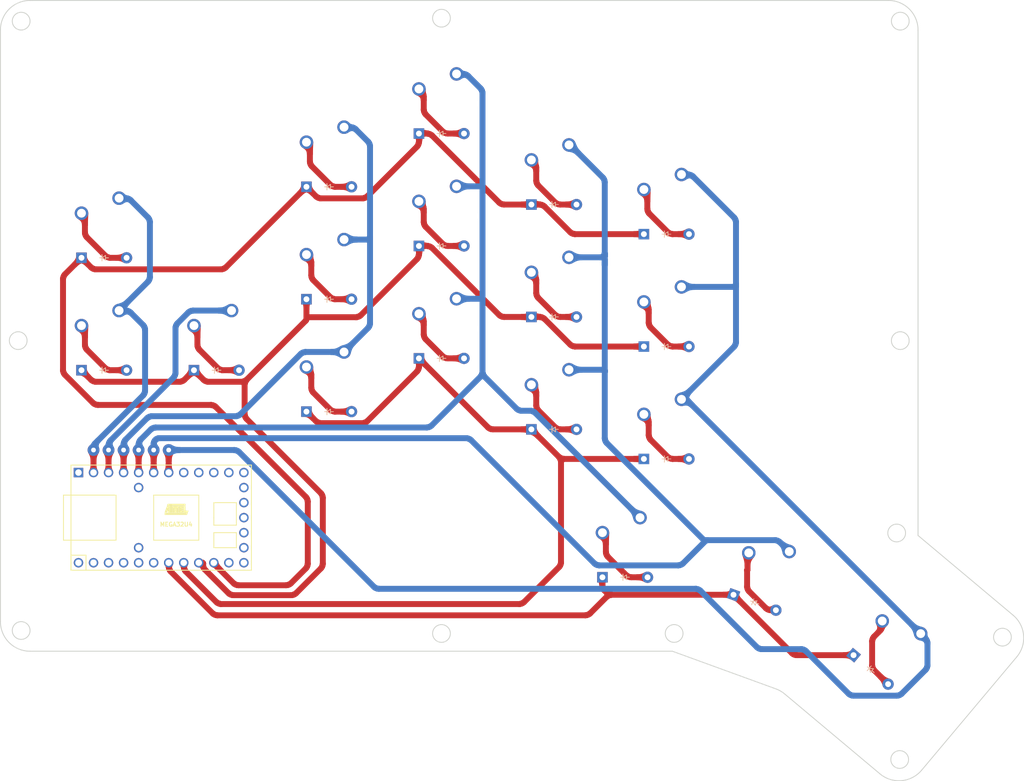
<source format=kicad_pcb>
(kicad_pcb (version 20171130) (host pcbnew "(5.1.12)-1")
  (title_block (title gpad_mini) (rev v1.0.0) (company Unknown))
  (layers (0 F.Cu signal) (31 B.Cu signal) (34 B.Paste user) (35 F.Paste user) (36 B.SilkS user) (37 F.SilkS user) (38 B.Mask user) (39 F.Mask user) (44 Edge.Cuts user))
  (net 0 "")
  (net 1 B0)
  (net 2 outer_home)
  (net 3 outer_top)
  (net 4 B1)
  (net 5 pinky_home)
  (net 6 B2)
  (net 7 ring_bottom)
  (net 8 ring_home)
  (net 9 ring_top)
  (net 10 B3)
  (net 11 middle_bottom)
  (net 12 middle_home)
  (net 13 middle_top)
  (net 14 B7)
  (net 15 index_bottom)
  (net 16 index_home)
  (net 17 index_top)
  (net 18 D0)
  (net 19 inner_bottom)
  (net 20 inner_home)
  (net 21 inner_top)
  (net 22 near_thumb)
  (net 23 home_thumb)
  (net 24 far_thumb)
  (net 25 B5)
  (net 26 B4)
  (net 27 B6)
  (net 28 F7)
  (net 29 GND)
  (net 30 RST)
  (net 31 VCC)
  (net 32 C6)
  (net 33 C7)
  (net 34 D1)
  (net 35 D2)
  (net 36 D3)
  (net 37 D4)
  (net 38 D5)
  (net 39 D6)
  (net 40 D7)
  (net 41 F0)
  (net 42 F1)
  (net 43 F4)
  (net 44 F5)
  (net 45 F6)
  (module MX (layer F.Cu) (at 51.308 93.268)
    (fp_text reference S1 hide)
    (fp_text value "" hide)
    (pad "" np_thru_hole circle (at 0 0) (size 3.9878 3.9878) (drill 3.9878) (layers *.Cu *.Mask))
    (pad "" np_thru_hole circle (at 5.08 0) (size 1.7018 1.7018) (drill 1.7018) (layers *.Cu *.Mask))
    (pad "" np_thru_hole circle (at -5.08 0) (size 1.7018 1.7018) (drill 1.7018) (layers *.Cu *.Mask))
    (pad 1 thru_hole circle (at 2.54 -5.08) (size 2.286 2.286) (drill 1.4986) (layers *.Cu *.Mask) (net 1 B0))
    (pad 2 thru_hole circle (at -3.81 -2.54) (size 2.286 2.286) (drill 1.4986) (layers *.Cu *.Mask) (net 2 outer_home))
  )
  (module MX (layer F.Cu) (at 51.308 74.268)
    (fp_text reference S2 hide)
    (fp_text value "" hide)
    (pad "" np_thru_hole circle (at 0 0) (size 3.9878 3.9878) (drill 3.9878) (layers *.Cu *.Mask))
    (pad "" np_thru_hole circle (at 5.08 0) (size 1.7018 1.7018) (drill 1.7018) (layers *.Cu *.Mask))
    (pad "" np_thru_hole circle (at -5.08 0) (size 1.7018 1.7018) (drill 1.7018) (layers *.Cu *.Mask))
    (pad 1 thru_hole circle (at 2.54 -5.08) (size 2.286 2.286) (drill 1.4986) (layers *.Cu *.Mask) (net 1 B0))
    (pad 2 thru_hole circle (at -3.81 -2.54) (size 2.286 2.286) (drill 1.4986) (layers *.Cu *.Mask) (net 3 outer_top))
  )
  (module MX (layer F.Cu) (at 70.308 93.268)
    (fp_text reference S3 hide)
    (fp_text value "" hide)
    (pad "" np_thru_hole circle (at 0 0) (size 3.9878 3.9878) (drill 3.9878) (layers *.Cu *.Mask))
    (pad "" np_thru_hole circle (at 5.08 0) (size 1.7018 1.7018) (drill 1.7018) (layers *.Cu *.Mask))
    (pad "" np_thru_hole circle (at -5.08 0) (size 1.7018 1.7018) (drill 1.7018) (layers *.Cu *.Mask))
    (pad 1 thru_hole circle (at 2.54 -5.08) (size 2.286 2.286) (drill 1.4986) (layers *.Cu *.Mask) (net 4 B1))
    (pad 2 thru_hole circle (at -3.81 -2.54) (size 2.286 2.286) (drill 1.4986) (layers *.Cu *.Mask) (net 5 pinky_home))
  )
  (module MX (layer F.Cu) (at 89.308 100.268)
    (fp_text reference S4 hide)
    (fp_text value "" hide)
    (pad "" np_thru_hole circle (at 0 0) (size 3.9878 3.9878) (drill 3.9878) (layers *.Cu *.Mask))
    (pad "" np_thru_hole circle (at 5.08 0) (size 1.7018 1.7018) (drill 1.7018) (layers *.Cu *.Mask))
    (pad "" np_thru_hole circle (at -5.08 0) (size 1.7018 1.7018) (drill 1.7018) (layers *.Cu *.Mask))
    (pad 1 thru_hole circle (at 2.54 -5.08) (size 2.286 2.286) (drill 1.4986) (layers *.Cu *.Mask) (net 6 B2))
    (pad 2 thru_hole circle (at -3.81 -2.54) (size 2.286 2.286) (drill 1.4986) (layers *.Cu *.Mask) (net 7 ring_bottom))
  )
  (module MX (layer F.Cu) (at 89.308 81.268)
    (fp_text reference S5 hide)
    (fp_text value "" hide)
    (pad "" np_thru_hole circle (at 0 0) (size 3.9878 3.9878) (drill 3.9878) (layers *.Cu *.Mask))
    (pad "" np_thru_hole circle (at 5.08 0) (size 1.7018 1.7018) (drill 1.7018) (layers *.Cu *.Mask))
    (pad "" np_thru_hole circle (at -5.08 0) (size 1.7018 1.7018) (drill 1.7018) (layers *.Cu *.Mask))
    (pad 1 thru_hole circle (at 2.54 -5.08) (size 2.286 2.286) (drill 1.4986) (layers *.Cu *.Mask) (net 6 B2))
    (pad 2 thru_hole circle (at -3.81 -2.54) (size 2.286 2.286) (drill 1.4986) (layers *.Cu *.Mask) (net 8 ring_home))
  )
  (module MX (layer F.Cu) (at 89.308 62.268)
    (fp_text reference S6 hide)
    (fp_text value "" hide)
    (pad "" np_thru_hole circle (at 0 0) (size 3.9878 3.9878) (drill 3.9878) (layers *.Cu *.Mask))
    (pad "" np_thru_hole circle (at 5.08 0) (size 1.7018 1.7018) (drill 1.7018) (layers *.Cu *.Mask))
    (pad "" np_thru_hole circle (at -5.08 0) (size 1.7018 1.7018) (drill 1.7018) (layers *.Cu *.Mask))
    (pad 1 thru_hole circle (at 2.54 -5.08) (size 2.286 2.286) (drill 1.4986) (layers *.Cu *.Mask) (net 6 B2))
    (pad 2 thru_hole circle (at -3.81 -2.54) (size 2.286 2.286) (drill 1.4986) (layers *.Cu *.Mask) (net 9 ring_top))
  )
  (module MX (layer F.Cu) (at 108.308 91.268)
    (fp_text reference S7 hide)
    (fp_text value "" hide)
    (pad "" np_thru_hole circle (at 0 0) (size 3.9878 3.9878) (drill 3.9878) (layers *.Cu *.Mask))
    (pad "" np_thru_hole circle (at 5.08 0) (size 1.7018 1.7018) (drill 1.7018) (layers *.Cu *.Mask))
    (pad "" np_thru_hole circle (at -5.08 0) (size 1.7018 1.7018) (drill 1.7018) (layers *.Cu *.Mask))
    (pad 1 thru_hole circle (at 2.54 -5.08) (size 2.286 2.286) (drill 1.4986) (layers *.Cu *.Mask) (net 10 B3))
    (pad 2 thru_hole circle (at -3.81 -2.54) (size 2.286 2.286) (drill 1.4986) (layers *.Cu *.Mask) (net 11 middle_bottom))
  )
  (module MX (layer F.Cu) (at 108.308 72.268)
    (fp_text reference S8 hide)
    (fp_text value "" hide)
    (pad "" np_thru_hole circle (at 0 0) (size 3.9878 3.9878) (drill 3.9878) (layers *.Cu *.Mask))
    (pad "" np_thru_hole circle (at 5.08 0) (size 1.7018 1.7018) (drill 1.7018) (layers *.Cu *.Mask))
    (pad "" np_thru_hole circle (at -5.08 0) (size 1.7018 1.7018) (drill 1.7018) (layers *.Cu *.Mask))
    (pad 1 thru_hole circle (at 2.54 -5.08) (size 2.286 2.286) (drill 1.4986) (layers *.Cu *.Mask) (net 10 B3))
    (pad 2 thru_hole circle (at -3.81 -2.54) (size 2.286 2.286) (drill 1.4986) (layers *.Cu *.Mask) (net 12 middle_home))
  )
  (module MX (layer F.Cu) (at 108.308 53.268)
    (fp_text reference S9 hide)
    (fp_text value "" hide)
    (pad "" np_thru_hole circle (at 0 0) (size 3.9878 3.9878) (drill 3.9878) (layers *.Cu *.Mask))
    (pad "" np_thru_hole circle (at 5.08 0) (size 1.7018 1.7018) (drill 1.7018) (layers *.Cu *.Mask))
    (pad "" np_thru_hole circle (at -5.08 0) (size 1.7018 1.7018) (drill 1.7018) (layers *.Cu *.Mask))
    (pad 1 thru_hole circle (at 2.54 -5.08) (size 2.286 2.286) (drill 1.4986) (layers *.Cu *.Mask) (net 10 B3))
    (pad 2 thru_hole circle (at -3.81 -2.54) (size 2.286 2.286) (drill 1.4986) (layers *.Cu *.Mask) (net 13 middle_top))
  )
  (module MX (layer F.Cu) (at 127.308 103.268)
    (fp_text reference S10 hide)
    (fp_text value "" hide)
    (pad "" np_thru_hole circle (at 0 0) (size 3.9878 3.9878) (drill 3.9878) (layers *.Cu *.Mask))
    (pad "" np_thru_hole circle (at 5.08 0) (size 1.7018 1.7018) (drill 1.7018) (layers *.Cu *.Mask))
    (pad "" np_thru_hole circle (at -5.08 0) (size 1.7018 1.7018) (drill 1.7018) (layers *.Cu *.Mask))
    (pad 1 thru_hole circle (at 2.54 -5.08) (size 2.286 2.286) (drill 1.4986) (layers *.Cu *.Mask) (net 14 B7))
    (pad 2 thru_hole circle (at -3.81 -2.54) (size 2.286 2.286) (drill 1.4986) (layers *.Cu *.Mask) (net 15 index_bottom))
  )
  (module MX (layer F.Cu) (at 127.308 84.268)
    (fp_text reference S11 hide)
    (fp_text value "" hide)
    (pad "" np_thru_hole circle (at 0 0) (size 3.9878 3.9878) (drill 3.9878) (layers *.Cu *.Mask))
    (pad "" np_thru_hole circle (at 5.08 0) (size 1.7018 1.7018) (drill 1.7018) (layers *.Cu *.Mask))
    (pad "" np_thru_hole circle (at -5.08 0) (size 1.7018 1.7018) (drill 1.7018) (layers *.Cu *.Mask))
    (pad 1 thru_hole circle (at 2.54 -5.08) (size 2.286 2.286) (drill 1.4986) (layers *.Cu *.Mask) (net 14 B7))
    (pad 2 thru_hole circle (at -3.81 -2.54) (size 2.286 2.286) (drill 1.4986) (layers *.Cu *.Mask) (net 16 index_home))
  )
  (module MX (layer F.Cu) (at 127.308 65.268)
    (fp_text reference S12 hide)
    (fp_text value "" hide)
    (pad "" np_thru_hole circle (at 0 0) (size 3.9878 3.9878) (drill 3.9878) (layers *.Cu *.Mask))
    (pad "" np_thru_hole circle (at 5.08 0) (size 1.7018 1.7018) (drill 1.7018) (layers *.Cu *.Mask))
    (pad "" np_thru_hole circle (at -5.08 0) (size 1.7018 1.7018) (drill 1.7018) (layers *.Cu *.Mask))
    (pad 1 thru_hole circle (at 2.54 -5.08) (size 2.286 2.286) (drill 1.4986) (layers *.Cu *.Mask) (net 14 B7))
    (pad 2 thru_hole circle (at -3.81 -2.54) (size 2.286 2.286) (drill 1.4986) (layers *.Cu *.Mask) (net 17 index_top))
  )
  (module MX (layer F.Cu) (at 146.308 108.268)
    (fp_text reference S13 hide)
    (fp_text value "" hide)
    (pad "" np_thru_hole circle (at 0 0) (size 3.9878 3.9878) (drill 3.9878) (layers *.Cu *.Mask))
    (pad "" np_thru_hole circle (at 5.08 0) (size 1.7018 1.7018) (drill 1.7018) (layers *.Cu *.Mask))
    (pad "" np_thru_hole circle (at -5.08 0) (size 1.7018 1.7018) (drill 1.7018) (layers *.Cu *.Mask))
    (pad 1 thru_hole circle (at 2.54 -5.08) (size 2.286 2.286) (drill 1.4986) (layers *.Cu *.Mask) (net 18 D0))
    (pad 2 thru_hole circle (at -3.81 -2.54) (size 2.286 2.286) (drill 1.4986) (layers *.Cu *.Mask) (net 19 inner_bottom))
  )
  (module MX (layer F.Cu) (at 146.308 89.268)
    (fp_text reference S14 hide)
    (fp_text value "" hide)
    (pad "" np_thru_hole circle (at 0 0) (size 3.9878 3.9878) (drill 3.9878) (layers *.Cu *.Mask))
    (pad "" np_thru_hole circle (at 5.08 0) (size 1.7018 1.7018) (drill 1.7018) (layers *.Cu *.Mask))
    (pad "" np_thru_hole circle (at -5.08 0) (size 1.7018 1.7018) (drill 1.7018) (layers *.Cu *.Mask))
    (pad 1 thru_hole circle (at 2.54 -5.08) (size 2.286 2.286) (drill 1.4986) (layers *.Cu *.Mask) (net 18 D0))
    (pad 2 thru_hole circle (at -3.81 -2.54) (size 2.286 2.286) (drill 1.4986) (layers *.Cu *.Mask) (net 20 inner_home))
  )
  (module MX (layer F.Cu) (at 146.308 70.268)
    (fp_text reference S15 hide)
    (fp_text value "" hide)
    (pad "" np_thru_hole circle (at 0 0) (size 3.9878 3.9878) (drill 3.9878) (layers *.Cu *.Mask))
    (pad "" np_thru_hole circle (at 5.08 0) (size 1.7018 1.7018) (drill 1.7018) (layers *.Cu *.Mask))
    (pad "" np_thru_hole circle (at -5.08 0) (size 1.7018 1.7018) (drill 1.7018) (layers *.Cu *.Mask))
    (pad 1 thru_hole circle (at 2.54 -5.08) (size 2.286 2.286) (drill 1.4986) (layers *.Cu *.Mask) (net 18 D0))
    (pad 2 thru_hole circle (at -3.81 -2.54) (size 2.286 2.286) (drill 1.4986) (layers *.Cu *.Mask) (net 21 inner_top))
  )
  (module MX (layer F.Cu) (at 139.308 128.268)
    (fp_text reference S16 hide)
    (fp_text value "" hide)
    (pad "" np_thru_hole circle (at 0 0) (size 3.9878 3.9878) (drill 3.9878) (layers *.Cu *.Mask))
    (pad "" np_thru_hole circle (at 5.08 0) (size 1.7018 1.7018) (drill 1.7018) (layers *.Cu *.Mask))
    (pad "" np_thru_hole circle (at -5.08 0) (size 1.7018 1.7018) (drill 1.7018) (layers *.Cu *.Mask))
    (pad 1 thru_hole circle (at 2.54 -5.08) (size 2.286 2.286) (drill 1.4986) (layers *.Cu *.Mask) (net 10 B3))
    (pad 2 thru_hole circle (at -3.81 -2.54) (size 2.286 2.286) (drill 1.4986) (layers *.Cu *.Mask) (net 22 near_thumb))
  )
  (module MX (layer F.Cu) (at 162.92757 132.829503 340)
    (fp_text reference S17 hide)
    (fp_text value "" hide)
    (pad "" np_thru_hole circle (at 0 0) (size 3.9878 3.9878) (drill 3.9878) (layers *.Cu *.Mask))
    (pad "" np_thru_hole circle (at 5.08 0) (size 1.7018 1.7018) (drill 1.7018) (layers *.Cu *.Mask))
    (pad "" np_thru_hole circle (at -5.08 0) (size 1.7018 1.7018) (drill 1.7018) (layers *.Cu *.Mask))
    (pad 1 thru_hole circle (at 2.54 -5.08) (size 2.286 2.286) (drill 1.4986) (layers *.Cu *.Mask) (net 14 B7))
    (pad 2 thru_hole circle (at -3.81 -2.54) (size 2.286 2.286) (drill 1.4986) (layers *.Cu *.Mask) (net 23 home_thumb))
  )
  (module MX (layer F.Cu) (at 184.045677 145.052125 320)
    (fp_text reference S18 hide)
    (fp_text value "" hide)
    (pad "" np_thru_hole circle (at 0 0) (size 3.9878 3.9878) (drill 3.9878) (layers *.Cu *.Mask))
    (pad "" np_thru_hole circle (at 5.08 0) (size 1.7018 1.7018) (drill 1.7018) (layers *.Cu *.Mask))
    (pad "" np_thru_hole circle (at -5.08 0) (size 1.7018 1.7018) (drill 1.7018) (layers *.Cu *.Mask))
    (pad 1 thru_hole circle (at 2.54 -5.08) (size 2.286 2.286) (drill 1.4986) (layers *.Cu *.Mask) (net 18 D0))
    (pad 2 thru_hole circle (at -3.81 -2.54) (size 2.286 2.286) (drill 1.4986) (layers *.Cu *.Mask) (net 24 far_thumb))
  )
  (module ComboDiode (layer F.Cu) (at 51.308 98.268)
    (fp_text reference D1 hide)
    (fp_text value "" hide)
    (pad 1 thru_hole rect (at -3.81 0) (size 1.778 1.778) (drill 0.9906) (layers *.Cu *.Mask) (net 25 B5))
    (pad 2 thru_hole circle (at 3.81 0) (size 1.905 1.905) (drill 0.9906) (layers *.Cu *.Mask) (net 2 outer_home))
  )
  (module ComboDiode (layer F.Cu) (at 51.308 79.268)
    (fp_text reference D2 hide)
    (fp_text value "" hide)
    (pad 1 thru_hole rect (at -3.81 0) (size 1.778 1.778) (drill 0.9906) (layers *.Cu *.Mask) (net 26 B4))
    (pad 2 thru_hole circle (at 3.81 0) (size 1.905 1.905) (drill 0.9906) (layers *.Cu *.Mask) (net 3 outer_top))
  )
  (module ComboDiode (layer F.Cu) (at 70.308 98.268)
    (fp_text reference D3 hide)
    (fp_text value "" hide)
    (pad 1 thru_hole rect (at -3.81 0) (size 1.778 1.778) (drill 0.9906) (layers *.Cu *.Mask) (net 25 B5))
    (pad 2 thru_hole circle (at 3.81 0) (size 1.905 1.905) (drill 0.9906) (layers *.Cu *.Mask) (net 5 pinky_home))
  )
  (module ComboDiode (layer F.Cu) (at 89.308 105.268)
    (fp_text reference D4 hide)
    (fp_text value "" hide)
    (pad 1 thru_hole rect (at -3.81 0) (size 1.778 1.778) (drill 0.9906) (layers *.Cu *.Mask) (net 27 B6))
    (pad 2 thru_hole circle (at 3.81 0) (size 1.905 1.905) (drill 0.9906) (layers *.Cu *.Mask) (net 7 ring_bottom))
  )
  (module ComboDiode (layer F.Cu) (at 89.308 86.268)
    (fp_text reference D5 hide)
    (fp_text value "" hide)
    (pad 1 thru_hole rect (at -3.81 0) (size 1.778 1.778) (drill 0.9906) (layers *.Cu *.Mask) (net 25 B5))
    (pad 2 thru_hole circle (at 3.81 0) (size 1.905 1.905) (drill 0.9906) (layers *.Cu *.Mask) (net 8 ring_home))
  )
  (module ComboDiode (layer F.Cu) (at 89.308 67.268)
    (fp_text reference D6 hide)
    (fp_text value "" hide)
    (pad 1 thru_hole rect (at -3.81 0) (size 1.778 1.778) (drill 0.9906) (layers *.Cu *.Mask) (net 26 B4))
    (pad 2 thru_hole circle (at 3.81 0) (size 1.905 1.905) (drill 0.9906) (layers *.Cu *.Mask) (net 9 ring_top))
  )
  (module ComboDiode (layer F.Cu) (at 108.308 96.268)
    (fp_text reference D7 hide)
    (fp_text value "" hide)
    (pad 1 thru_hole rect (at -3.81 0) (size 1.778 1.778) (drill 0.9906) (layers *.Cu *.Mask) (net 27 B6))
    (pad 2 thru_hole circle (at 3.81 0) (size 1.905 1.905) (drill 0.9906) (layers *.Cu *.Mask) (net 11 middle_bottom))
  )
  (module ComboDiode (layer F.Cu) (at 108.308 77.268)
    (fp_text reference D8 hide)
    (fp_text value "" hide)
    (pad 1 thru_hole rect (at -3.81 0) (size 1.778 1.778) (drill 0.9906) (layers *.Cu *.Mask) (net 25 B5))
    (pad 2 thru_hole circle (at 3.81 0) (size 1.905 1.905) (drill 0.9906) (layers *.Cu *.Mask) (net 12 middle_home))
  )
  (module ComboDiode (layer F.Cu) (at 108.308 58.268)
    (fp_text reference D9 hide)
    (fp_text value "" hide)
    (pad 1 thru_hole rect (at -3.81 0) (size 1.778 1.778) (drill 0.9906) (layers *.Cu *.Mask) (net 26 B4))
    (pad 2 thru_hole circle (at 3.81 0) (size 1.905 1.905) (drill 0.9906) (layers *.Cu *.Mask) (net 13 middle_top))
  )
  (module ComboDiode (layer F.Cu) (at 127.308 108.268)
    (fp_text reference D10 hide)
    (fp_text value "" hide)
    (pad 1 thru_hole rect (at -3.81 0) (size 1.778 1.778) (drill 0.9906) (layers *.Cu *.Mask) (net 27 B6))
    (pad 2 thru_hole circle (at 3.81 0) (size 1.905 1.905) (drill 0.9906) (layers *.Cu *.Mask) (net 15 index_bottom))
  )
  (module ComboDiode (layer F.Cu) (at 127.308 89.268)
    (fp_text reference D11 hide)
    (fp_text value "" hide)
    (pad 1 thru_hole rect (at -3.81 0) (size 1.778 1.778) (drill 0.9906) (layers *.Cu *.Mask) (net 25 B5))
    (pad 2 thru_hole circle (at 3.81 0) (size 1.905 1.905) (drill 0.9906) (layers *.Cu *.Mask) (net 16 index_home))
  )
  (module ComboDiode (layer F.Cu) (at 127.308 70.268)
    (fp_text reference D12 hide)
    (fp_text value "" hide)
    (pad 1 thru_hole rect (at -3.81 0) (size 1.778 1.778) (drill 0.9906) (layers *.Cu *.Mask) (net 26 B4))
    (pad 2 thru_hole circle (at 3.81 0) (size 1.905 1.905) (drill 0.9906) (layers *.Cu *.Mask) (net 17 index_top))
  )
  (module ComboDiode (layer F.Cu) (at 146.308 113.268)
    (fp_text reference D13 hide)
    (fp_text value "" hide)
    (pad 1 thru_hole rect (at -3.81 0) (size 1.778 1.778) (drill 0.9906) (layers *.Cu *.Mask) (net 27 B6))
    (pad 2 thru_hole circle (at 3.81 0) (size 1.905 1.905) (drill 0.9906) (layers *.Cu *.Mask) (net 19 inner_bottom))
  )
  (module ComboDiode (layer F.Cu) (at 146.308 94.268)
    (fp_text reference D14 hide)
    (fp_text value "" hide)
    (pad 1 thru_hole rect (at -3.81 0) (size 1.778 1.778) (drill 0.9906) (layers *.Cu *.Mask) (net 25 B5))
    (pad 2 thru_hole circle (at 3.81 0) (size 1.905 1.905) (drill 0.9906) (layers *.Cu *.Mask) (net 20 inner_home))
  )
  (module ComboDiode (layer F.Cu) (at 146.308 75.268)
    (fp_text reference D15 hide)
    (fp_text value "" hide)
    (pad 1 thru_hole rect (at -3.81 0) (size 1.778 1.778) (drill 0.9906) (layers *.Cu *.Mask) (net 26 B4))
    (pad 2 thru_hole circle (at 3.81 0) (size 1.905 1.905) (drill 0.9906) (layers *.Cu *.Mask) (net 21 inner_top))
  )
  (module ComboDiode (layer F.Cu) (at 139.308 133.268)
    (fp_text reference D16 hide)
    (fp_text value "" hide)
    (pad 1 thru_hole rect (at -3.81 0) (size 1.778 1.778) (drill 0.9906) (layers *.Cu *.Mask) (net 28 F7))
    (pad 2 thru_hole circle (at 3.81 0) (size 1.905 1.905) (drill 0.9906) (layers *.Cu *.Mask) (net 22 near_thumb))
  )
  (module ComboDiode (layer F.Cu) (at 161.217469 137.527966 340)
    (fp_text reference D17 hide)
    (fp_text value "" hide)
    (pad 1 thru_hole rect (at -3.81 0 340) (size 1.778 1.778) (drill 0.9906) (layers *.Cu *.Mask) (net 28 F7))
    (pad 2 thru_hole circle (at 3.81 0 340) (size 1.905 1.905) (drill 0.9906) (layers *.Cu *.Mask) (net 23 home_thumb))
  )
  (module ComboDiode (layer F.Cu) (at 180.831739 148.882347 320)
    (fp_text reference D18 hide)
    (fp_text value "" hide)
    (pad 1 thru_hole rect (at -3.81 0 320) (size 1.778 1.778) (drill 0.9906) (layers *.Cu *.Mask) (net 28 F7))
    (pad 2 thru_hole circle (at 3.81 0 320) (size 1.905 1.905) (drill 0.9906) (layers *.Cu *.Mask) (net 24 far_thumb))
  )
  (module Teensy2.0 (layer F.Cu) (at 60.96 123.19)
    (fp_text reference MCU1 hide)
    (fp_text value "" hide)
    (fp_text user MEGA32U4 (at 2.54 1.143) (layer F.SilkS) (effects (font (size 0.7 0.7))))
    (pad 15 thru_hole circle (at 13.97 0) (size 1.6 1.6) (drill 1.1) (layers *.Cu *.Mask) (net 29 GND))
    (pad 1 thru_hole rect (at -13.97 -7.62) (size 1.6 1.6) (drill 1.1) (layers *.Cu *.Mask) (net 29 GND))
    (pad 2 thru_hole circle (at -11.43 -7.62) (size 1.6 1.6) (drill 1.1) (layers *.Cu *.Mask) (net 1 B0))
    (pad 3 thru_hole circle (at -8.89 -7.62) (size 1.6 1.6) (drill 1.1) (layers *.Cu *.Mask) (net 4 B1))
    (pad 4 thru_hole circle (at -6.35 -7.62) (size 1.6 1.6) (drill 1.1) (layers *.Cu *.Mask) (net 6 B2))
    (pad 5 thru_hole circle (at -3.81 -7.62) (size 1.6 1.6) (drill 1.1) (layers *.Cu *.Mask) (net 10 B3))
    (pad 6 thru_hole circle (at -1.27 -7.62) (size 1.6 1.6) (drill 1.1) (layers *.Cu *.Mask) (net 14 B7))
    (pad 7 thru_hole circle (at 1.27 -7.62) (size 1.6 1.6) (drill 1.1) (layers *.Cu *.Mask) (net 18 D0))
    (pad 8 thru_hole circle (at 3.81 -7.62) (size 1.6 1.6) (drill 1.1) (layers *.Cu *.Mask) (net 34 D1))
    (pad 9 thru_hole circle (at 6.35 -7.62) (size 1.6 1.6) (drill 1.1) (layers *.Cu *.Mask) (net 35 D2))
    (pad 10 thru_hole circle (at 8.89 -7.62) (size 1.6 1.6) (drill 1.1) (layers *.Cu *.Mask) (net 36 D3))
    (pad 11 thru_hole circle (at 11.43 -7.62) (size 1.6 1.6) (drill 1.1) (layers *.Cu *.Mask) (net 32 C6))
    (pad 12 thru_hole circle (at 13.97 -7.62) (size 1.6 1.6) (drill 1.1) (layers *.Cu *.Mask) (net 33 C7))
    (pad 13 thru_hole circle (at 13.97 -5.08) (size 1.6 1.6) (drill 1.1) (layers *.Cu *.Mask) (net 38 D5))
    (pad 14 thru_hole circle (at 13.97 -2.54) (size 1.6 1.6) (drill 1.1) (layers *.Cu *.Mask) (net 31 VCC))
    (pad 16 thru_hole circle (at 13.97 2.54) (size 1.6 1.6) (drill 1.1) (layers *.Cu *.Mask) (net 30 RST))
    (pad 17 thru_hole circle (at 13.97 5.08) (size 1.6 1.6) (drill 1.1) (layers *.Cu *.Mask) (net 37 D4))
    (pad 18 thru_hole circle (at 13.97 7.62) (size 1.6 1.6) (drill 1.1) (layers *.Cu *.Mask) (net 39 D6))
    (pad 19 thru_hole circle (at 11.43 7.62) (size 1.6 1.6) (drill 1.1) (layers *.Cu *.Mask) (net 40 D7))
    (pad 20 thru_hole circle (at 8.89 7.62) (size 1.6 1.6) (drill 1.1) (layers *.Cu *.Mask) (net 26 B4))
    (pad 21 thru_hole circle (at 6.35 7.62) (size 1.6 1.6) (drill 1.1) (layers *.Cu *.Mask) (net 25 B5))
    (pad 22 thru_hole circle (at 3.81 7.62) (size 1.6 1.6) (drill 1.1) (layers *.Cu *.Mask) (net 27 B6))
    (pad 23 thru_hole circle (at 1.27 7.62) (size 1.6 1.6) (drill 1.1) (layers *.Cu *.Mask) (net 28 F7))
    (pad 24 thru_hole circle (at -1.27 7.62) (size 1.6 1.6) (drill 1.1) (layers *.Cu *.Mask) (net 45 F6))
    (pad 25 thru_hole circle (at -3.81 7.62) (size 1.6 1.6) (drill 1.1) (layers *.Cu *.Mask) (net 44 F5))
    (pad 26 thru_hole circle (at -6.35 7.62) (size 1.6 1.6) (drill 1.1) (layers *.Cu *.Mask) (net 43 F4))
    (pad 27 thru_hole circle (at -8.89 7.62) (size 1.6 1.6) (drill 1.1) (layers *.Cu *.Mask) (net 42 F1))
    (pad 28 thru_hole circle (at -11.43 7.62) (size 1.6 1.6) (drill 1.1) (layers *.Cu *.Mask) (net 41 F0))
    (pad 29 thru_hole circle (at -13.97 7.62) (size 1.6 1.6) (drill 1.1) (layers *.Cu *.Mask) (net 31 VCC))
    (pad 30 thru_hole circle (at -3.81 -5.08) (size 1.6 1.6) (drill 1.1) (layers *.Cu *.Mask))
    (pad 31 thru_hole circle (at -3.81 5.08) (size 1.6 1.6) (drill 1.1) (layers *.Cu *.Mask))
  )
  (gr_line (start 33.808 140.768) (end 33.808 40.768) (angle 90) (layer Edge.Cuts) (width 0.15))
  (gr_line (start 38.808 145.768) (end 147.309221 145.768) (angle 90) (layer Edge.Cuts) (width 0.15))
  (gr_line (start 38.808 35.768) (end 183.808 35.768) (angle 90) (layer Edge.Cuts) (width 0.15))
  (gr_line (start 188.808 126.203561) (end 188.808 40.768) (angle 90) (layer Edge.Cuts) (width 0.15))
  (gr_line (start 147.309221 145.768) (end 164.78481 152.128594) (angle 90) (layer Edge.Cuts) (width 0.15))
  (gr_line (start 166.288647 152.996835) (end 182.372449 166.492748) (angle 90) (layer Edge.Cuts) (width 0.15))
  (gr_arc (start 185.586387 162.662526) (end 182.372449 166.492748) (angle -90) (layer Edge.Cuts) (width 0.15))
  (gr_line (start 189.41661 165.876464) (end 205.4863 146.725352) (angle 90) (layer Edge.Cuts) (width 0.15))
  (gr_arc (start 201.656078 143.511414) (end 205.4863 146.725352) (angle -90) (layer Edge.Cuts) (width 0.15))
  (gr_line (start 204.870016 139.681192) (end 188.808 126.203561) (angle 90) (layer Edge.Cuts) (width 0.15))
  (gr_arc (start 38.808 140.768) (end 33.808 140.768) (angle -90) (layer Edge.Cuts) (width 0.15))
  (gr_arc (start 163.074709 156.827057) (end 166.288647 152.996835) (angle -20.00000309) (layer Edge.Cuts) (width 0.15))
  (gr_arc (start 183.808 40.768) (end 188.808 40.768) (angle -90) (layer Edge.Cuts) (width 0.15))
  (gr_arc (start 38.808 40.768) (end 38.808 35.768) (angle -90) (layer Edge.Cuts) (width 0.15))
  (gr_circle (center 37.308 39.268) (end 38.808 39.268) (layer Edge.Cuts) (width 0.15))
  (gr_circle (center 37.308 142.268) (end 38.808 142.268) (layer Edge.Cuts) (width 0.15))
  (gr_circle (center 36.808 93.268) (end 38.308 93.268) (layer Edge.Cuts) (width 0.15))
  (gr_circle (center 185.808 93.268) (end 187.308 93.268) (layer Edge.Cuts) (width 0.15))
  (gr_circle (center 108.308 38.768) (end 109.808 38.768) (layer Edge.Cuts) (width 0.15))
  (gr_circle (center 108.308 142.768) (end 109.808 142.768) (layer Edge.Cuts) (width 0.15))
  (gr_circle (center 185.808 39.268) (end 187.308 39.268) (layer Edge.Cuts) (width 0.15))
  (gr_circle (center 147.608 142.768) (end 149.108 142.768) (layer Edge.Cuts) (width 0.15))
  (gr_circle (center 185.709644 164.071358) (end 187.209644 164.071358) (layer Edge.Cuts) (width 0.15))
  (gr_circle (center 203.06491 143.388158) (end 204.56491 143.388158) (layer Edge.Cuts) (width 0.15))
  (gr_circle (center 185.199374 125.786378) (end 186.699374 125.786378) (layer Edge.Cuts) (width 0.15))
  (segment (start 136.303479 135.989663) (end 136.250043 135.909043) (width 1) (layer F.Cu) (net 28))
  (segment (start 136.348273 135.984053) (end 136.303479 135.989663) (width 1) (layer F.Cu) (net 28))
  (segment (start 136.250043 135.909043) (end 136.348273 135.984053) (width 1) (layer F.Cu) (net 28))
  (segment (start 69.637416 139.348786) (end 69.740745 139.433586) (width 1) (layer F.Cu) (net 28))
  (segment (start 136.440149 136.087882) (end 136.453109 136.050533) (width 1) (layer F.Cu) (net 28))
  (segment (start 136.514413 136.082227) (end 136.440149 136.087882) (width 1) (layer F.Cu) (net 28))
  (segment (start 136.453109 136.050533) (end 136.514413 136.082227) (width 1) (layer F.Cu) (net 28))
  (segment (start 136.347193 136.330606) (end 136.358749 136.263901) (width 1) (layer F.Cu) (net 28))
  (segment (start 136.390014 136.328981) (end 136.347193 136.330606) (width 1) (layer F.Cu) (net 28))
  (segment (start 136.358749 136.263901) (end 136.390014 136.328981) (width 1) (layer F.Cu) (net 28))
  (segment (start 136.245386 136.545349) (end 136.309785 136.433442) (width 1) (layer F.Cu) (net 28))
  (segment (start 136.325906 136.479009) (end 136.245386 136.545349) (width 1) (layer F.Cu) (net 28))
  (segment (start 136.309785 136.433442) (end 136.325906 136.479009) (width 1) (layer F.Cu) (net 28))
  (segment (start 70.352292 139.686897) (end 70.48532 139.7) (width 1) (layer F.Cu) (net 28))
  (segment (start 133.441949 139.348786) (end 133.33862 139.433586) (width 1) (layer F.Cu) (net 28))
  (segment (start 136.421162 136.414961) (end 136.429052 136.366616) (width 1) (layer F.Cu) (net 28))
  (segment (start 136.486422 136.379102) (end 136.421162 136.414961) (width 1) (layer F.Cu) (net 28))
  (segment (start 136.429052 136.366616) (end 136.486422 136.379102) (width 1) (layer F.Cu) (net 28))
  (segment (start 135.498 134.66031) (end 135.511101 134.793337) (width 1) (layer F.Cu) (net 28))
  (segment (start 157.885122 136.49128) (end 157.988451 136.57608) (width 1) (layer F.Cu) (net 28))
  (segment (start 167.708956 146.241176) (end 167.826843 146.304188) (width 1) (layer F.Cu) (net 28))
  (segment (start 132.727075 139.686897) (end 132.594047 139.7) (width 1) (layer F.Cu) (net 28))
  (segment (start 167.494483 146.082112) (end 167.597812 146.166912) (width 1) (layer F.Cu) (net 28))
  (segment (start 136.358749 136.159587) (end 136.343645 136.08831) (width 1) (layer F.Cu) (net 28))
  (segment (start 136.392135 136.110015) (end 136.358749 136.159587) (width 1) (layer F.Cu) (net 28))
  (segment (start 136.343645 136.08831) (end 136.392135 136.110015) (width 1) (layer F.Cu) (net 28))
  (segment (start 62.23 131.444679) (end 62.243102 131.577707) (width 1) (layer F.Cu) (net 28))
  (segment (start 132.986093 139.622016) (end 132.858178 139.660819) (width 1) (layer F.Cu) (net 28))
  (segment (start 62.26918 131.70881) (end 62.307982 131.836725) (width 1) (layer F.Cu) (net 28))
  (segment (start 168.209359 146.420223) (end 168.342387 146.433326) (width 1) (layer F.Cu) (net 28))
  (segment (start 136.887831 136.250248) (end 136.92953 136.211766) (width 1) (layer F.Cu) (net 28))
  (segment (start 137.062621 136.224869) (end 136.887831 136.250248) (width 1) (layer F.Cu) (net 28))
  (segment (start 136.92953 136.211766) (end 137.062621 136.224869) (width 1) (layer F.Cu) (net 28))
  (segment (start 133.227476 139.50785) (end 133.109589 139.570862) (width 1) (layer F.Cu) (net 28))
  (segment (start 136.716524 136.209935) (end 136.700514 136.159312) (width 1) (layer F.Cu) (net 28))
  (segment (start 136.770752 136.180183) (end 136.716524 136.209935) (width 1) (layer F.Cu) (net 28))
  (segment (start 136.700514 136.159312) (end 136.770752 136.180183) (width 1) (layer F.Cu) (net 28))
  (segment (start 70.093273 139.622016) (end 70.221188 139.660819) (width 1) (layer F.Cu) (net 28))
  (segment (start 62.359135 131.960221) (end 62.422147 132.078108) (width 1) (layer F.Cu) (net 28))
  (segment (start 135.627135 135.175851) (end 135.690147 135.293738) (width 1) (layer F.Cu) (net 28))
  (segment (start 69.851889 139.50785) (end 69.969776 139.570862) (width 1) (layer F.Cu) (net 28))
  (segment (start 157.656091 136.354004) (end 157.773978 136.417016) (width 1) (layer F.Cu) (net 28))
  (segment (start 157.273577 136.23797) (end 157.14055 136.224869) (width 1) (layer F.Cu) (net 28))
  (segment (start 135.537179 134.92444) (end 135.575981 135.052355) (width 1) (layer F.Cu) (net 28))
  (segment (start 62.496411 132.189252) (end 62.581211 132.292581) (width 1) (layer F.Cu) (net 28))
  (segment (start 167.95034 146.355342) (end 168.078255 146.394145) (width 1) (layer F.Cu) (net 28))
  (segment (start 157.40468 136.264048) (end 157.532595 136.30285) (width 1) (layer F.Cu) (net 28))
  (segment (start 135.764411 135.404882) (end 135.849211 135.508211) (width 1) (layer F.Cu) (net 28))
  (segment (start 136.644769 136.313513) (end 136.696786 136.255911) (width 1) (layer F.Cu) (net 28))
  (segment (start 136.711691 136.291807) (end 136.644769 136.313513) (width 1) (layer F.Cu) (net 28))
  (segment (start 136.696786 136.255911) (end 136.711691 136.291807) (width 1) (layer F.Cu) (net 28))
  (segment (start 104.458818 97.92444) (end 104.420016 98.052355) (width 1) (layer F.Cu) (net 27))
  (segment (start 128.498 113.714641) (end 128.481581 113.592143) (width 1) (layer F.Cu) (net 27))
  (segment (start 128.517221 113.61985) (end 128.498 113.714641) (width 1) (layer F.Cu) (net 27))
  (segment (start 128.481581 113.592143) (end 128.517221 113.61985) (width 1) (layer F.Cu) (net 27))
  (segment (start 87.31376 107.028351) (end 87.431647 107.091363) (width 1) (layer F.Cu) (net 27))
  (segment (start 70.987292 137.781897) (end 71.12032 137.795) (width 1) (layer F.Cu) (net 27))
  (segment (start 116.361259 108.07585) (end 116.479146 108.138862) (width 1) (layer F.Cu) (net 27))
  (segment (start 128.458818 130.98444) (end 128.420016 131.112355) (width 1) (layer F.Cu) (net 27))
  (segment (start 128.558573 113.521695) (end 128.539633 113.472059) (width 1) (layer F.Cu) (net 27))
  (segment (start 128.598293 113.460615) (end 128.558573 113.521695) (width 1) (layer F.Cu) (net 27))
  (segment (start 128.539633 113.472059) (end 128.598293 113.460615) (width 1) (layer F.Cu) (net 27))
  (segment (start 95.78571 106.869287) (end 95.682381 106.954087) (width 1) (layer F.Cu) (net 27))
  (segment (start 128.356435 113.219144) (end 128.321526 113.15472) (width 1) (layer F.Cu) (net 27))
  (segment (start 128.380909 113.172027) (end 128.356435 113.219144) (width 1) (layer F.Cu) (net 27))
  (segment (start 128.321526 113.15472) (end 128.380909 113.172027) (width 1) (layer F.Cu) (net 27))
  (segment (start 95.070836 107.207398) (end 94.937808 107.220501) (width 1) (layer F.Cu) (net 27))
  (segment (start 95.571237 107.028351) (end 95.45335 107.091363) (width 1) (layer F.Cu) (net 27))
  (segment (start 70.486889 137.60285) (end 70.604776 137.665862) (width 1) (layer F.Cu) (net 27))
  (segment (start 104.231586 98.404882) (end 104.146786 98.508211) (width 1) (layer F.Cu) (net 27))
  (segment (start 104.498 97.660309) (end 104.484897 97.793337) (width 1) (layer F.Cu) (net 27))
  (segment (start 122.056738 137.60285) (end 121.938851 137.665862) (width 1) (layer F.Cu) (net 27))
  (segment (start 128.231586 113.020115) (end 128.146741 112.916741) (width 1) (layer F.Cu) (net 27))
  (segment (start 128.288282 113.02239) (end 128.231586 113.020115) (width 1) (layer F.Cu) (net 27))
  (segment (start 128.146741 112.916741) (end 128.288282 113.02239) (width 1) (layer F.Cu) (net 27))
  (segment (start 87.099287 106.869287) (end 87.202616 106.954087) (width 1) (layer F.Cu) (net 27))
  (segment (start 128.368862 131.235851) (end 128.30585 131.353738) (width 1) (layer F.Cu) (net 27))
  (segment (start 128.454458 113.471005) (end 128.43352 113.405245) (width 1) (layer F.Cu) (net 27))
  (segment (start 128.490031 113.453758) (end 128.454458 113.471005) (width 1) (layer F.Cu) (net 27))
  (segment (start 128.43352 113.405245) (end 128.490031 113.453758) (width 1) (layer F.Cu) (net 27))
  (segment (start 87.555144 107.142517) (end 87.683059 107.18132) (width 1) (layer F.Cu) (net 27))
  (segment (start 121.815355 137.717016) (end 121.68744 137.755818) (width 1) (layer F.Cu) (net 27))
  (segment (start 64.899135 131.960221) (end 64.962147 132.078108) (width 1) (layer F.Cu) (net 27))
  (segment (start 104.674078 96.503612) (end 104.624549 96.508491) (width 1) (layer F.Cu) (net 27))
  (segment (start 104.578568 96.527537) (end 104.540096 96.55911) (width 1) (layer F.Cu) (net 27))
  (segment (start 128.231586 131.464882) (end 128.146786 131.568211) (width 1) (layer F.Cu) (net 27))
  (segment (start 128.498 130.720309) (end 128.484897 130.853337) (width 1) (layer F.Cu) (net 27))
  (segment (start 104.722891 96.513322) (end 104.766783 96.536783) (width 1) (layer F.Cu) (net 27))
  (segment (start 65.036411 132.189252) (end 65.121211 132.292581) (width 1) (layer F.Cu) (net 27))
  (segment (start 123.745882 108.534411) (end 123.849211 108.619211) (width 1) (layer F.Cu) (net 27))
  (segment (start 70.272416 137.443786) (end 70.375745 137.528586) (width 1) (layer F.Cu) (net 27))
  (segment (start 104.512447 96.600492) (end 104.498 96.648118) (width 1) (layer F.Cu) (net 27))
  (segment (start 70.728273 137.717016) (end 70.856188 137.755819) (width 1) (layer F.Cu) (net 27))
  (segment (start 128.826561 113.301592) (end 128.847382 113.257972) (width 1) (layer F.Cu) (net 27))
  (segment (start 128.951228 113.268) (end 128.826561 113.301592) (width 1) (layer F.Cu) (net 27))
  (segment (start 128.847382 113.257972) (end 128.951228 113.268) (width 1) (layer F.Cu) (net 27))
  (segment (start 116.602643 108.190016) (end 116.730558 108.228819) (width 1) (layer F.Cu) (net 27))
  (segment (start 123.26544 108.30718) (end 123.393355 108.345982) (width 1) (layer F.Cu) (net 27))
  (segment (start 64.77 131.444679) (end 64.783102 131.577707) (width 1) (layer F.Cu) (net 27))
  (segment (start 122.271211 137.443786) (end 122.167882 137.528586) (width 1) (layer F.Cu) (net 27))
  (segment (start 128.694974 113.264511) (end 128.663235 113.215114) (width 1) (layer F.Cu) (net 27))
  (segment (start 128.734739 113.235905) (end 128.694974 113.264511) (width 1) (layer F.Cu) (net 27))
  (segment (start 128.663235 113.215114) (end 128.734739 113.235905) (width 1) (layer F.Cu) (net 27))
  (segment (start 123.516851 108.397135) (end 123.634738 108.460147) (width 1) (layer F.Cu) (net 27))
  (segment (start 128.427376 113.153474) (end 128.442219 113.117553) (width 1) (layer F.Cu) (net 27))
  (segment (start 128.504889 113.149524) (end 128.427376 113.153474) (width 1) (layer F.Cu) (net 27))
  (segment (start 128.442219 113.117553) (end 128.504889 113.149524) (width 1) (layer F.Cu) (net 27))
  (segment (start 64.80918 131.70881) (end 64.847982 131.836725) (width 1) (layer F.Cu) (net 27))
  (segment (start 104.368862 98.175851) (end 104.30585 98.293738) (width 1) (layer F.Cu) (net 27))
  (segment (start 116.146786 107.916786) (end 116.250115 108.001586) (width 1) (layer F.Cu) (net 27))
  (segment (start 116.861662 108.254897) (end 116.99469 108.268) (width 1) (layer F.Cu) (net 27))
  (segment (start 121.556337 137.781897) (end 121.423309 137.795) (width 1) (layer F.Cu) (net 27))
  (segment (start 128.672055 113.386854) (end 128.695966 113.318727) (width 1) (layer F.Cu) (net 27))
  (segment (start 128.727394 113.347857) (end 128.672055 113.386854) (width 1) (layer F.Cu) (net 27))
  (segment (start 128.695966 113.318727) (end 128.727394 113.347857) (width 1) (layer F.Cu) (net 27))
  (segment (start 123.134337 108.281102) (end 123.001309 108.268) (width 1) (layer F.Cu) (net 27))
  (segment (start 95.329854 107.142517) (end 95.201939 107.18132) (width 1) (layer F.Cu) (net 27))
  (segment (start 87.814163 107.207398) (end 87.947191 107.220501) (width 1) (layer F.Cu) (net 27))
  (segment (start 124.010593 70.268) (end 123.864138 70.268) (width 1) (layer F.Cu) (net 26))
  (segment (start 47.734852 79.532027) (end 47.81675 79.58675) (width 1) (layer F.Cu) (net 26))
  (segment (start 69.85 130.879352) (end 69.851441 130.893989) (width 1) (layer F.Cu) (net 26))
  (segment (start 106.023337 58.281102) (end 105.890309 58.268) (width 1) (layer F.Cu) (net 26))
  (segment (start 95.070836 69.207398) (end 94.937808 69.220501) (width 1) (layer F.Cu) (net 26))
  (segment (start 106.405851 58.397135) (end 106.523738 58.460147) (width 1) (layer F.Cu) (net 26))
  (segment (start 71.181836 81.207398) (end 71.048808 81.220501) (width 1) (layer F.Cu) (net 26))
  (segment (start 87.099287 68.869287) (end 87.202616 68.954087) (width 1) (layer F.Cu) (net 26))
  (segment (start 73.399257 134.42785) (end 73.517144 134.490862) (width 1) (layer F.Cu) (net 26))
  (segment (start 104.231586 60.404882) (end 104.146786 60.508211) (width 1) (layer F.Cu) (net 26))
  (segment (start 85.685818 131.21244) (end 85.647016 131.340355) (width 1) (layer F.Cu) (net 26))
  (segment (start 49.555144 81.142517) (end 49.683059 81.18132) (width 1) (layer F.Cu) (net 26))
  (segment (start 71.89671 80.869287) (end 71.793381 80.954087) (width 1) (layer F.Cu) (net 26))
  (segment (start 82.686738 134.42785) (end 82.568851 134.490862) (width 1) (layer F.Cu) (net 26))
  (segment (start 118.035786 69.916786) (end 118.139115 70.001586) (width 1) (layer F.Cu) (net 26))
  (segment (start 85.261145 67.532027) (end 85.179247 67.58675) (width 1) (layer F.Cu) (net 26))
  (segment (start 85.458586 131.692882) (end 85.373786 131.796211) (width 1) (layer F.Cu) (net 26))
  (segment (start 85.647016 120.119643) (end 85.685819 120.247558) (width 1) (layer F.Cu) (net 26))
  (segment (start 73.640641 134.542016) (end 73.768556 134.580819) (width 1) (layer F.Cu) (net 26))
  (segment (start 50.15566 104.126897) (end 50.288688 104.14) (width 1) (layer F.Cu) (net 26))
  (segment (start 87.814163 69.207398) (end 87.947191 69.220501) (width 1) (layer F.Cu) (net 26))
  (segment (start 85.734852 67.532027) (end 85.81675 67.58675) (width 1) (layer F.Cu) (net 26))
  (segment (start 118.750662 70.254897) (end 118.88369 70.268) (width 1) (layer F.Cu) (net 26))
  (segment (start 118.250259 70.07585) (end 118.368146 70.138862) (width 1) (layer F.Cu) (net 26))
  (segment (start 106.634882 58.534411) (end 106.738211 58.619211) (width 1) (layer F.Cu) (net 26))
  (segment (start 69.864207 130.936074) (end 69.871139 130.949044) (width 1) (layer F.Cu) (net 26))
  (segment (start 44.64351 98.972983) (end 44.72831 99.076312) (width 1) (layer F.Cu) (net 26))
  (segment (start 49.440784 103.788786) (end 49.544113 103.873586) (width 1) (layer F.Cu) (net 26))
  (segment (start 85.725 130.948309) (end 85.711897 131.081337) (width 1) (layer F.Cu) (net 26))
  (segment (start 49.655257 103.94785) (end 49.773144 104.010862) (width 1) (layer F.Cu) (net 26))
  (segment (start 95.571237 69.028351) (end 95.45335 69.091363) (width 1) (layer F.Cu) (net 26))
  (segment (start 130.491643 75.190016) (end 130.619558 75.228819) (width 1) (layer F.Cu) (net 26))
  (segment (start 87.555144 69.142517) (end 87.683059 69.18132) (width 1) (layer F.Cu) (net 26))
  (segment (start 123.13186 70.268) (end 122.985405 70.268) (width 1) (layer F.Cu) (net 26))
  (segment (start 44.569246 82.25216) (end 44.506234 82.370047) (width 1) (layer F.Cu) (net 26))
  (segment (start 104.60963 58.449278) (end 104.554908 58.531176) (width 1) (layer F.Cu) (net 26))
  (segment (start 85.711897 120.378662) (end 85.725 120.51169) (width 1) (layer F.Cu) (net 26))
  (segment (start 125.023337 70.281102) (end 124.890309 70.268) (width 1) (layer F.Cu) (net 26))
  (segment (start 44.506234 98.743952) (end 44.569246 98.861839) (width 1) (layer F.Cu) (net 26))
  (segment (start 44.72831 82.037687) (end 44.64351 82.141016) (width 1) (layer F.Cu) (net 26))
  (segment (start 85.53285 119.878259) (end 85.595862 119.996146) (width 1) (layer F.Cu) (net 26))
  (segment (start 70.097882 104.406411) (end 70.201211 104.491211) (width 1) (layer F.Cu) (net 26))
  (segment (start 49.896641 104.062016) (end 50.024556 104.100819) (width 1) (layer F.Cu) (net 26))
  (segment (start 71.682237 81.028351) (end 71.56435 81.091363) (width 1) (layer F.Cu) (net 26))
  (segment (start 49.814163 81.207398) (end 49.947191 81.220501) (width 1) (layer F.Cu) (net 26))
  (segment (start 130.035786 74.916786) (end 130.139115 75.001586) (width 1) (layer F.Cu) (net 26))
  (segment (start 69.61744 104.17918) (end 69.745355 104.217982) (width 1) (layer F.Cu) (net 26))
  (segment (start 123.717682 70.268) (end 123.571227 70.268) (width 1) (layer F.Cu) (net 26))
  (segment (start 73.184784 134.268786) (end 73.288113 134.353586) (width 1) (layer F.Cu) (net 26))
  (segment (start 104.498 59.660309) (end 104.484897 59.793337) (width 1) (layer F.Cu) (net 26))
  (segment (start 104.517215 58.622176) (end 104.498 58.718781) (width 1) (layer F.Cu) (net 26))
  (segment (start 104.761176 58.324908) (end 104.679278 58.379631) (width 1) (layer F.Cu) (net 26))
  (segment (start 82.445355 134.542016) (end 82.31744 134.580818) (width 1) (layer F.Cu) (net 26))
  (segment (start 85.44875 67.475119) (end 85.352145 67.494334) (width 1) (layer F.Cu) (net 26))
  (segment (start 69.85431 130.908414) (end 69.858579 130.922487) (width 1) (layer F.Cu) (net 26))
  (segment (start 87.31376 69.028351) (end 87.431647 69.091363) (width 1) (layer F.Cu) (net 26))
  (segment (start 44.377099 98.22841) (end 44.390201 98.361438) (width 1) (layer F.Cu) (net 26))
  (segment (start 130.750662 75.254897) (end 130.88369 75.268) (width 1) (layer F.Cu) (net 26))
  (segment (start 85.373786 119.663786) (end 85.458586 119.767115) (width 1) (layer F.Cu) (net 26))
  (segment (start 125.634882 70.534411) (end 125.738211 70.619211) (width 1) (layer F.Cu) (net 26))
  (segment (start 82.186337 134.606897) (end 82.053309 134.62) (width 1) (layer F.Cu) (net 26))
  (segment (start 125.405851 70.397135) (end 125.523738 70.460147) (width 1) (layer F.Cu) (net 26))
  (segment (start 69.868851 104.269135) (end 69.986738 104.332147) (width 1) (layer F.Cu) (net 26))
  (segment (start 106.15444 58.30718) (end 106.282355 58.345982) (width 1) (layer F.Cu) (net 26))
  (segment (start 118.491643 70.190016) (end 118.619558 70.228819) (width 1) (layer F.Cu) (net 26))
  (segment (start 44.3902 82.752562) (end 44.377099 82.885589) (width 1) (layer F.Cu) (net 26))
  (segment (start 69.486337 104.153102) (end 69.353309 104.14) (width 1) (layer F.Cu) (net 26))
  (segment (start 95.329854 69.142517) (end 95.201939 69.18132) (width 1) (layer F.Cu) (net 26))
  (segment (start 125.15444 70.30718) (end 125.282355 70.345982) (width 1) (layer F.Cu) (net 26))
  (segment (start 85.643852 67.494334) (end 85.547247 67.475119) (width 1) (layer F.Cu) (net 26))
  (segment (start 44.45508 82.493544) (end 44.416278 82.621459) (width 1) (layer F.Cu) (net 26))
  (segment (start 95.78571 68.869287) (end 95.682381 68.954087) (width 1) (layer F.Cu) (net 26))
  (segment (start 85.595862 131.463851) (end 85.53285 131.581738) (width 1) (layer F.Cu) (net 26))
  (segment (start 104.948781 58.268) (end 104.852176 58.287215) (width 1) (layer F.Cu) (net 26))
  (segment (start 44.416279 98.492541) (end 44.455081 98.620456) (width 1) (layer F.Cu) (net 26))
  (segment (start 49.099287 80.869287) (end 49.202616 80.954087) (width 1) (layer F.Cu) (net 26))
  (segment (start 123.424771 70.268) (end 123.278316 70.268) (width 1) (layer F.Cu) (net 26))
  (segment (start 104.458819 59.92444) (end 104.420016 60.052355) (width 1) (layer F.Cu) (net 26))
  (segment (start 47.44875 79.475119) (end 47.352145 79.494334) (width 1) (layer F.Cu) (net 26))
  (segment (start 49.31376 81.028351) (end 49.431647 81.091363) (width 1) (layer F.Cu) (net 26))
  (segment (start 47.261145 79.532028) (end 47.179247 79.58675) (width 1) (layer F.Cu) (net 26))
  (segment (start 130.250259 75.07585) (end 130.368146 75.138862) (width 1) (layer F.Cu) (net 26))
  (segment (start 71.440854 81.142517) (end 71.312939 81.18132) (width 1) (layer F.Cu) (net 26))
  (segment (start 69.87931 130.961273) (end 69.888639 130.972641) (width 1) (layer F.Cu) (net 26))
  (segment (start 104.368862 60.175851) (end 104.30585 60.293738) (width 1) (layer F.Cu) (net 26))
  (segment (start 73.89966 134.606897) (end 74.032688 134.62) (width 1) (layer F.Cu) (net 26))
  (segment (start 82.901211 134.268786) (end 82.797882 134.353586) (width 1) (layer F.Cu) (net 26))
  (segment (start 47.643852 79.494334) (end 47.547247 79.475119) (width 1) (layer F.Cu) (net 26))
  (segment (start 118.035786 88.916786) (end 118.139115 89.001586) (width 1) (layer F.Cu) (net 25))
  (segment (start 83.310365 136.217006) (end 83.18245 136.255808) (width 1) (layer F.Cu) (net 25))
  (segment (start 85.498 89.144663) (end 85.498 89.09473) (width 1) (layer F.Cu) (net 25))
  (segment (start 85.515943 89.156044) (end 85.498 89.144663) (width 1) (layer F.Cu) (net 25))
  (segment (start 85.498 89.09473) (end 85.515943 89.156044) (width 1) (layer F.Cu) (net 25))
  (segment (start 88.225818 131.21244) (end 88.187016 131.340355) (width 1) (layer F.Cu) (net 25))
  (segment (start 72.775631 136.217006) (end 72.903546 136.255809) (width 1) (layer F.Cu) (net 25))
  (segment (start 88.187016 119.484643) (end 88.225819 119.612558) (width 1) (layer F.Cu) (net 25))
  (segment (start 104.368862 79.175851) (end 104.30585 79.293738) (width 1) (layer F.Cu) (net 25))
  (segment (start 74.975342 100.449895) (end 74.936345 100.394556) (width 1) (layer F.Cu) (net 25))
  (segment (start 75.004472 100.418467) (end 74.975342 100.449895) (width 1) (layer F.Cu) (net 25))
  (segment (start 74.936345 100.394556) (end 75.004472 100.418467) (width 1) (layer F.Cu) (net 25))
  (segment (start 104.60963 77.449278) (end 104.554908 77.531176) (width 1) (layer F.Cu) (net 25))
  (segment (start 87.998586 131.692882) (end 87.913786 131.796211) (width 1) (layer F.Cu) (net 25))
  (segment (start 75.09438 105.937641) (end 75.133182 106.065556) (width 1) (layer F.Cu) (net 25))
  (segment (start 68.555144 100.142517) (end 68.683059 100.18132) (width 1) (layer F.Cu) (net 25))
  (segment (start 64.89671 99.869287) (end 64.793381 99.954087) (width 1) (layer F.Cu) (net 25))
  (segment (start 125.15444 89.30718) (end 125.282355 89.345982) (width 1) (layer F.Cu) (net 25))
  (segment (start 124.010593 89.268) (end 123.864138 89.268) (width 1) (layer F.Cu) (net 25))
  (segment (start 88.251897 119.743662) (end 88.265 119.87669) (width 1) (layer F.Cu) (net 25))
  (segment (start 74.852194 100.176959) (end 74.917954 100.156021) (width 1) (layer F.Cu) (net 25))
  (segment (start 74.86944 100.212533) (end 74.852194 100.176959) (width 1) (layer F.Cu) (net 25))
  (segment (start 74.917954 100.156021) (end 74.86944 100.212533) (width 1) (layer F.Cu) (net 25))
  (segment (start 118.250259 89.07585) (end 118.368146 89.138862) (width 1) (layer F.Cu) (net 25))
  (segment (start 106.023337 77.281102) (end 105.890309 77.268) (width 1) (layer F.Cu) (net 25))
  (segment (start 106.634882 77.534411) (end 106.738211 77.619211) (width 1) (layer F.Cu) (net 25))
  (segment (start 85.600297 89.292703) (end 85.59008 89.262507) (width 1) (layer F.Cu) (net 25))
  (segment (start 85.622128 89.282995) (end 85.600297 89.292703) (width 1) (layer F.Cu) (net 25))
  (segment (start 85.59008 89.262507) (end 85.622128 89.282995) (width 1) (layer F.Cu) (net 25))
  (segment (start 67.947483 130.827013) (end 67.963014 130.835314) (width 1) (layer F.Cu) (net 25))
  (segment (start 88.135862 131.463851) (end 88.07285 131.581738) (width 1) (layer F.Cu) (net 25))
  (segment (start 94.698211 88.956786) (end 94.594882 89.041586) (width 1) (layer F.Cu) (net 25))
  (segment (start 130.491643 94.190016) (end 130.619558 94.228819) (width 1) (layer F.Cu) (net 25))
  (segment (start 106.15444 77.30718) (end 106.282355 77.345982) (width 1) (layer F.Cu) (net 25))
  (segment (start 123.13186 89.268) (end 122.985405 89.268) (width 1) (layer F.Cu) (net 25))
  (segment (start 88.07285 119.243259) (end 88.135862 119.361146) (width 1) (layer F.Cu) (net 25))
  (segment (start 75.321612 106.418083) (end 75.406412 106.521412) (width 1) (layer F.Cu) (net 25))
  (segment (start 125.023337 89.281102) (end 124.890309 89.268) (width 1) (layer F.Cu) (net 25))
  (segment (start 68.22941 131.840934) (end 68.286518 131.91052) (width 1) (layer F.Cu) (net 25))
  (segment (start 75.173674 100.227388) (end 75.169724 100.149876) (width 1) (layer F.Cu) (net 25))
  (segment (start 75.205645 100.16472) (end 75.173674 100.227388) (width 1) (layer F.Cu) (net 25))
  (segment (start 75.169724 100.149876) (end 75.205645 100.16472) (width 1) (layer F.Cu) (net 25))
  (segment (start 68.099287 99.869287) (end 68.202616 99.954087) (width 1) (layer F.Cu) (net 25))
  (segment (start 73.03465 136.281887) (end 73.167678 136.29499) (width 1) (layer F.Cu) (net 25))
  (segment (start 66.44875 98.475119) (end 66.352145 98.494334) (width 1) (layer F.Cu) (net 25))
  (segment (start 49.814163 100.207398) (end 49.947191 100.220501) (width 1) (layer F.Cu) (net 25))
  (segment (start 118.750662 89.254897) (end 118.88369 89.268) (width 1) (layer F.Cu) (net 25))
  (segment (start 64.440854 100.142517) (end 64.312939 100.181319) (width 1) (layer F.Cu) (net 25))
  (segment (start 106.405851 77.397135) (end 106.523738 77.460147) (width 1) (layer F.Cu) (net 25))
  (segment (start 123.717682 89.268) (end 123.571227 89.268) (width 1) (layer F.Cu) (net 25))
  (segment (start 49.099287 99.869287) (end 49.202616 99.954087) (width 1) (layer F.Cu) (net 25))
  (segment (start 104.498 78.660309) (end 104.484897 78.793337) (width 1) (layer F.Cu) (net 25))
  (segment (start 88.265 130.948309) (end 88.251897 131.081337) (width 1) (layer F.Cu) (net 25))
  (segment (start 74.862584 100.320795) (end 74.801504 100.281075) (width 1) (layer F.Cu) (net 25))
  (segment (start 74.85114 100.262135) (end 74.862584 100.320795) (width 1) (layer F.Cu) (net 25))
  (segment (start 74.801504 100.281075) (end 74.85114 100.262135) (width 1) (layer F.Cu) (net 25))
  (segment (start 104.458819 78.92444) (end 104.420016 79.052355) (width 1) (layer F.Cu) (net 25))
  (segment (start 85.38697 89.881007) (end 85.351629 89.92407) (width 1) (layer F.Cu) (net 25))
  (segment (start 85.581069 89.354518) (end 85.597151 89.320436) (width 1) (layer F.Cu) (net 25))
  (segment (start 85.610642 89.336569) (end 85.581069 89.354518) (width 1) (layer F.Cu) (net 25))
  (segment (start 85.597151 89.320436) (end 85.610642 89.336569) (width 1) (layer F.Cu) (net 25))
  (segment (start 87.913786 119.028786) (end 87.998586 119.132115) (width 1) (layer F.Cu) (net 25))
  (segment (start 75.184336 106.189052) (end 75.247348 106.306939) (width 1) (layer F.Cu) (net 25))
  (segment (start 66.643852 98.494334) (end 66.547247 98.475119) (width 1) (layer F.Cu) (net 25))
  (segment (start 83.766221 135.943776) (end 83.662892 136.028576) (width 1) (layer F.Cu) (net 25))
  (segment (start 49.31376 100.028351) (end 49.431647 100.091363) (width 1) (layer F.Cu) (net 25))
  (segment (start 66.734852 98.532028) (end 66.81675 98.58675) (width 1) (layer F.Cu) (net 25))
  (segment (start 68.076383 131.517384) (end 68.102514 131.603527) (width 1) (layer F.Cu) (net 25))
  (segment (start 68.048272 130.96291) (end 68.049999 130.980437) (width 1) (layer F.Cu) (net 25))
  (segment (start 67.897086 130.811725) (end 67.879559 130.81) (width 1) (layer F.Cu) (net 25))
  (segment (start 68.136964 131.686696) (end 68.179398 131.766086) (width 1) (layer F.Cu) (net 25))
  (segment (start 85.498 89.373896) (end 85.498 89.348928) (width 1) (layer F.Cu) (net 25))
  (segment (start 85.510845 89.373431) (end 85.498 89.373896) (width 1) (layer F.Cu) (net 25))
  (segment (start 85.498 89.348928) (end 85.510845 89.373431) (width 1) (layer F.Cu) (net 25))
  (segment (start 94.483738 89.11585) (end 94.365851 89.178862) (width 1) (layer F.Cu) (net 25))
  (segment (start 67.914358 130.815161) (end 67.931211 130.820273) (width 1) (layer F.Cu) (net 25))
  (segment (start 118.491643 89.190016) (end 118.619558 89.228819) (width 1) (layer F.Cu) (net 25))
  (segment (start 68.049999 131.339508) (end 68.058822 131.429094) (width 1) (layer F.Cu) (net 25))
  (segment (start 72.319774 135.943776) (end 72.423103 136.028576) (width 1) (layer F.Cu) (net 25))
  (segment (start 130.035786 93.916786) (end 130.139115 94.001586) (width 1) (layer F.Cu) (net 25))
  (segment (start 85.48167 89.680781) (end 85.465498 89.73409) (width 1) (layer F.Cu) (net 25))
  (segment (start 104.761176 77.324908) (end 104.679278 77.37963) (width 1) (layer F.Cu) (net 25))
  (segment (start 74.608558 100.220501) (end 74.731056 100.204082) (width 1) (layer F.Cu) (net 25))
  (segment (start 74.703349 100.239722) (end 74.608558 100.220501) (width 1) (layer F.Cu) (net 25))
  (segment (start 74.731056 100.204082) (end 74.703349 100.239722) (width 1) (layer F.Cu) (net 25))
  (segment (start 104.948781 77.268) (end 104.852176 77.287215) (width 1) (layer F.Cu) (net 25))
  (segment (start 85.528245 89.406885) (end 85.523745 89.38523) (width 1) (layer F.Cu) (net 25))
  (segment (start 85.543442 89.386636) (end 85.528245 89.406885) (width 1) (layer F.Cu) (net 25))
  (segment (start 85.523745 89.38523) (end 85.543442 89.386636) (width 1) (layer F.Cu) (net 25))
  (segment (start 75.104054 100.078936) (end 75.168477 100.044027) (width 1) (layer F.Cu) (net 25))
  (segment (start 75.151171 100.10341) (end 75.104054 100.078936) (width 1) (layer F.Cu) (net 25))
  (segment (start 75.168477 100.044027) (end 75.151171 100.10341) (width 1) (layer F.Cu) (net 25))
  (segment (start 67.977658 130.845099) (end 67.991271 130.856271) (width 1) (layer F.Cu) (net 25))
  (segment (start 104.517215 77.622176) (end 104.498 77.718781) (width 1) (layer F.Cu) (net 25))
  (segment (start 75.303083 99.954087) (end 75.406457 99.869242) (width 1) (layer F.Cu) (net 25))
  (segment (start 75.300808 100.010783) (end 75.303083 99.954087) (width 1) (layer F.Cu) (net 25))
  (segment (start 75.406457 99.869242) (end 75.300808 100.010783) (width 1) (layer F.Cu) (net 25))
  (segment (start 104.231586 79.404882) (end 104.146786 79.508211) (width 1) (layer F.Cu) (net 25))
  (segment (start 68.814163 100.207398) (end 68.947191 100.220501) (width 1) (layer F.Cu) (net 25))
  (segment (start 72.534247 136.10284) (end 72.652134 136.165852) (width 1) (layer F.Cu) (net 25))
  (segment (start 83.051347 136.281887) (end 82.918319 136.29499) (width 1) (layer F.Cu) (net 25))
  (segment (start 94.242355 89.230016) (end 94.11444 89.268818) (width 1) (layer F.Cu) (net 25))
  (segment (start 130.750662 94.254897) (end 130.88369 94.268) (width 1) (layer F.Cu) (net 25))
  (segment (start 83.551748 136.10284) (end 83.433861 136.165852) (width 1) (layer F.Cu) (net 25))
  (segment (start 85.498 89.231506) (end 85.498 89.204558) (width 1) (layer F.Cu) (net 25))
  (segment (start 85.512638 89.219392) (end 85.498 89.231506) (width 1) (layer F.Cu) (net 25))
  (segment (start 85.498 89.204558) (end 85.512638 89.219392) (width 1) (layer F.Cu) (net 25))
  (segment (start 130.250259 94.07585) (end 130.368146 94.138862) (width 1) (layer F.Cu) (net 25))
  (segment (start 125.634882 89.534411) (end 125.738211 89.619211) (width 1) (layer F.Cu) (net 25))
  (segment (start 125.405851 89.397135) (end 125.523738 89.460147) (width 1) (layer F.Cu) (net 25))
  (segment (start 64.181836 100.207398) (end 64.048808 100.220501) (width 1) (layer F.Cu) (net 25))
  (segment (start 85.498 89.491669) (end 85.498 89.436163) (width 1) (layer F.Cu) (net 25))
  (segment (start 85.507123 89.45141) (end 85.498 89.491669) (width 1) (layer F.Cu) (net 25))
  (segment (start 85.498 89.436163) (end 85.507123 89.45141) (width 1) (layer F.Cu) (net 25))
  (segment (start 68.31376 100.028351) (end 68.431647 100.091363) (width 1) (layer F.Cu) (net 25))
  (segment (start 75.055201 105.673511) (end 75.068302 105.806538) (width 1) (layer F.Cu) (net 25))
  (segment (start 68.024682 130.896982) (end 68.032983 130.912513) (width 1) (layer F.Cu) (net 25))
  (segment (start 66.261145 98.532028) (end 66.179247 98.58675) (width 1) (layer F.Cu) (net 25))
  (segment (start 85.44418 89.785557) (end 85.41792 89.834687) (width 1) (layer F.Cu) (net 25))
  (segment (start 93.983337 89.294897) (end 93.850309 89.308) (width 1) (layer F.Cu) (net 25))
  (segment (start 68.039723 130.928785) (end 68.044836 130.945638) (width 1) (layer F.Cu) (net 25))
  (segment (start 75.055201 100.673729) (end 75.021607 100.549063) (width 1) (layer F.Cu) (net 25))
  (segment (start 75.065227 100.569883) (end 75.055201 100.673729) (width 1) (layer F.Cu) (net 25))
  (segment (start 75.021607 100.549063) (end 75.065227 100.569883) (width 1) (layer F.Cu) (net 25))
  (segment (start 68.003725 130.868725) (end 68.014897 130.882338) (width 1) (layer F.Cu) (net 25))
  (segment (start 85.653054 89.319643) (end 85.66206 89.299608) (width 1) (layer F.Cu) (net 25))
  (segment (start 85.70406 89.308) (end 85.653054 89.319643) (width 1) (layer F.Cu) (net 25))
  (segment (start 85.66206 89.299608) (end 85.70406 89.308) (width 1) (layer F.Cu) (net 25))
  (segment (start 123.424771 89.268) (end 123.278316 89.268) (width 1) (layer F.Cu) (net 25))
  (segment (start 75.058688 100.417475) (end 75.108084 100.385736) (width 1) (layer F.Cu) (net 25))
  (segment (start 75.087294 100.457239) (end 75.058688 100.417475) (width 1) (layer F.Cu) (net 25))
  (segment (start 75.108084 100.385736) (end 75.087294 100.457239) (width 1) (layer F.Cu) (net 25))
  (segment (start 64.682237 100.028351) (end 64.56435 100.091363) (width 1) (layer F.Cu) (net 25))
  (segment (start 85.556872 89.229299) (end 85.531357 89.219809) (width 1) (layer F.Cu) (net 25))
  (segment (start 85.542184 89.208956) (end 85.556872 89.229299) (width 1) (layer F.Cu) (net 25))
  (segment (start 85.531357 89.219809) (end 85.542184 89.208956) (width 1) (layer F.Cu) (net 25))
  (segment (start 49.555144 100.142517) (end 49.683059 100.18132) (width 1) (layer F.Cu) (net 25))
  (segment (start 85.498 89.570704) (end 85.492539 89.626143) (width 1) (layer F.Cu) (net 25))
  (segment (start 181.318187 148.880658) (end 181.402987 148.983987) (width 1) (layer F.Cu) (net 24))
  (segment (start 181.129757 143.733136) (end 181.090954 143.861051) (width 1) (layer F.Cu) (net 24))
  (segment (start 181.243923 143.491752) (end 181.180911 143.609639) (width 1) (layer F.Cu) (net 24))
  (segment (start 181.180911 148.651627) (end 181.243923 148.769514) (width 1) (layer F.Cu) (net 24))
  (segment (start 181.402987 143.277279) (end 181.318187 143.380608) (width 1) (layer F.Cu) (net 24))
  (segment (start 181.064877 143.992154) (end 181.051776 144.125181) (width 1) (layer F.Cu) (net 24))
  (segment (start 182.759728 141.42385) (end 182.746625 141.556878) (width 1) (layer F.Cu) (net 24))
  (segment (start 181.051776 148.136086) (end 181.064877 148.269113) (width 1) (layer F.Cu) (net 24))
  (segment (start 181.090955 148.400216) (end 181.129757 148.528131) (width 1) (layer F.Cu) (net 24))
  (segment (start 182.493314 142.168423) (end 182.408514 142.271752) (width 1) (layer F.Cu) (net 24))
  (segment (start 182.720547 141.687981) (end 182.681744 141.815896) (width 1) (layer F.Cu) (net 24))
  (segment (start 182.63059 141.939392) (end 182.567578 142.057279) (width 1) (layer F.Cu) (net 24))
  (segment (start 160.055761 129.314581) (end 160.039059 129.345829) (width 1) (layer F.Cu) (net 23))
  (segment (start 160.025501 129.378562) (end 160.015216 129.412468) (width 1) (layer F.Cu) (net 23))
  (segment (start 159.972849 135.081512) (end 160.011651 135.209427) (width 1) (layer F.Cu) (net 23))
  (segment (start 159.950825 132.039425) (end 159.945198 132.049952) (width 1) (layer F.Cu) (net 23))
  (segment (start 163.814322 138.81796) (end 163.94735 138.831063) (width 1) (layer F.Cu) (net 23))
  (segment (start 160.008304 129.447218) (end 160.004832 129.482479) (width 1) (layer F.Cu) (net 23))
  (segment (start 160.062804 135.332923) (end 160.125816 135.45081) (width 1) (layer F.Cu) (net 23))
  (segment (start 159.965029 132.020274) (end 159.957457 132.029501) (width 1) (layer F.Cu) (net 23))
  (segment (start 159.933669 134.817381) (end 159.946771 134.950409) (width 1) (layer F.Cu) (net 23))
  (segment (start 160.001332 131.959706) (end 159.997867 131.971128) (width 1) (layer F.Cu) (net 23))
  (segment (start 159.934838 132.084109) (end 159.933669 132.095987) (width 1) (layer F.Cu) (net 23))
  (segment (start 160.20008 135.561954) (end 160.28488 135.665283) (width 1) (layer F.Cu) (net 23))
  (segment (start 163.555303 138.753079) (end 163.683218 138.791882) (width 1) (layer F.Cu) (net 23))
  (segment (start 160.004832 131.936121) (end 160.003661 131.947999) (width 1) (layer F.Cu) (net 23))
  (segment (start 163.099446 138.479849) (end 163.202775 138.564649) (width 1) (layer F.Cu) (net 23))
  (segment (start 159.940631 132.06098) (end 159.937167 132.072402) (width 1) (layer F.Cu) (net 23))
  (segment (start 159.981041 132.002607) (end 159.973469 132.011834) (width 1) (layer F.Cu) (net 23))
  (segment (start 160.097924 129.257732) (end 160.075446 129.285121) (width 1) (layer F.Cu) (net 23))
  (segment (start 159.993299 131.982156) (end 159.987673 131.992683) (width 1) (layer F.Cu) (net 23))
  (segment (start 163.313919 138.638913) (end 163.431806 138.701925) (width 1) (layer F.Cu) (net 23))
  (segment (start 139.525812 132.916786) (end 139.629141 133.001586) (width 1) (layer F.Cu) (net 22))
  (segment (start 136.078901 128.973184) (end 136.092003 129.106212) (width 1) (layer F.Cu) (net 22))
  (segment (start 136.118081 129.237315) (end 136.156883 129.36523) (width 1) (layer F.Cu) (net 22))
  (segment (start 135.93884 126.209229) (end 135.98477 126.295158) (width 1) (layer F.Cu) (net 22))
  (segment (start 136.345312 129.717757) (end 136.430112 129.821086) (width 1) (layer F.Cu) (net 22))
  (segment (start 136.06935 126.573976) (end 136.078901 126.670942) (width 1) (layer F.Cu) (net 22))
  (segment (start 139.740285 133.07585) (end 139.858172 133.138862) (width 1) (layer F.Cu) (net 22))
  (segment (start 136.022057 126.385175) (end 136.050341 126.478414) (width 1) (layer F.Cu) (net 22))
  (segment (start 140.240688 133.254897) (end 140.373716 133.268) (width 1) (layer F.Cu) (net 22))
  (segment (start 136.208036 129.488726) (end 136.271048 129.606613) (width 1) (layer F.Cu) (net 22))
  (segment (start 139.981669 133.190016) (end 140.109584 133.228819) (width 1) (layer F.Cu) (net 22))
  (segment (start 135.822896 126.052896) (end 135.884708 126.128215) (width 1) (layer F.Cu) (net 22))
  (segment (start 146.525812 74.916786) (end 146.629141 75.001586) (width 1) (layer F.Cu) (net 21))
  (segment (start 143.078901 70.973184) (end 143.092003 71.106212) (width 1) (layer F.Cu) (net 21))
  (segment (start 143.118081 71.237315) (end 143.156883 71.36523) (width 1) (layer F.Cu) (net 21))
  (segment (start 142.93884 68.209229) (end 142.98477 68.295158) (width 1) (layer F.Cu) (net 21))
  (segment (start 143.345312 71.717757) (end 143.430112 71.821086) (width 1) (layer F.Cu) (net 21))
  (segment (start 143.06935 68.573976) (end 143.078901 68.670942) (width 1) (layer F.Cu) (net 21))
  (segment (start 147.240688 75.254897) (end 147.373716 75.268) (width 1) (layer F.Cu) (net 21))
  (segment (start 146.740285 75.07585) (end 146.858172 75.138862) (width 1) (layer F.Cu) (net 21))
  (segment (start 143.022057 68.385175) (end 143.050341 68.478414) (width 1) (layer F.Cu) (net 21))
  (segment (start 143.208036 71.488726) (end 143.271048 71.606613) (width 1) (layer F.Cu) (net 21))
  (segment (start 146.981669 75.190016) (end 147.109584 75.228819) (width 1) (layer F.Cu) (net 21))
  (segment (start 142.822896 68.052896) (end 142.884708 68.128215) (width 1) (layer F.Cu) (net 21))
  (segment (start 146.525812 93.916786) (end 146.629141 94.001586) (width 1) (layer F.Cu) (net 20))
  (segment (start 143.300996 87.907761) (end 143.314099 88.040789) (width 1) (layer F.Cu) (net 20))
  (segment (start 142.962885 87.192885) (end 143.047685 87.296214) (width 1) (layer F.Cu) (net 20))
  (segment (start 143.314099 90.208383) (end 143.3272 90.34141) (width 1) (layer F.Cu) (net 20))
  (segment (start 146.740285 94.07585) (end 146.858172 94.138862) (width 1) (layer F.Cu) (net 20))
  (segment (start 143.443234 90.723924) (end 143.506246 90.841811) (width 1) (layer F.Cu) (net 20))
  (segment (start 147.240688 94.254897) (end 147.373716 94.268) (width 1) (layer F.Cu) (net 20))
  (segment (start 143.236115 87.648742) (end 143.274918 87.776657) (width 1) (layer F.Cu) (net 20))
  (segment (start 143.121949 87.407358) (end 143.184961 87.525245) (width 1) (layer F.Cu) (net 20))
  (segment (start 146.981669 94.190016) (end 147.109584 94.228819) (width 1) (layer F.Cu) (net 20))
  (segment (start 143.58051 90.952955) (end 143.66531 91.056284) (width 1) (layer F.Cu) (net 20))
  (segment (start 143.353278 90.472513) (end 143.39208 90.600428) (width 1) (layer F.Cu) (net 20))
  (segment (start 146.525812 112.916786) (end 146.629141 113.001586) (width 1) (layer F.Cu) (net 19))
  (segment (start 143.300996 106.907761) (end 143.314099 107.040789) (width 1) (layer F.Cu) (net 19))
  (segment (start 142.962885 106.192885) (end 143.047685 106.296214) (width 1) (layer F.Cu) (net 19))
  (segment (start 143.314099 109.208383) (end 143.3272 109.34141) (width 1) (layer F.Cu) (net 19))
  (segment (start 146.740285 113.07585) (end 146.858172 113.138862) (width 1) (layer F.Cu) (net 19))
  (segment (start 143.443234 109.723924) (end 143.506246 109.841811) (width 1) (layer F.Cu) (net 19))
  (segment (start 147.240688 113.254897) (end 147.373716 113.268) (width 1) (layer F.Cu) (net 19))
  (segment (start 143.236115 106.648742) (end 143.274918 106.776657) (width 1) (layer F.Cu) (net 19))
  (segment (start 143.121949 106.407358) (end 143.184961 106.525245) (width 1) (layer F.Cu) (net 19))
  (segment (start 146.981669 113.190016) (end 147.109584 113.228819) (width 1) (layer F.Cu) (net 19))
  (segment (start 143.58051 109.952955) (end 143.66531 110.056284) (width 1) (layer F.Cu) (net 19))
  (segment (start 143.353278 109.472513) (end 143.39208 109.600428) (width 1) (layer F.Cu) (net 19))
  (segment (start 74.031884 112.026411) (end 74.135213 112.111211) (width 1) (layer B.Cu) (net 18))
  (segment (start 186.061345 152.932655) (end 185.958016 153.017455) (width 1) (layer B.Cu) (net 18))
  (segment (start 158.056 84.017542) (end 158.047539 84.00908) (width 1) (layer B.Cu) (net 18))
  (segment (start 158.056 84.001863) (end 158.056 84.017542) (width 1) (layer B.Cu) (net 18))
  (segment (start 158.047539 84.00908) (end 158.056 84.001863) (width 1) (layer B.Cu) (net 18))
  (segment (start 97.608165 135.207398) (end 97.741193 135.220501) (width 1) (layer B.Cu) (net 18))
  (segment (start 190.321806 144.040942) (end 190.360609 144.168857) (width 1) (layer B.Cu) (net 18))
  (segment (start 149.476581 103.210014) (end 149.548457 103.231818) (width 1) (layer B.Cu) (net 18))
  (segment (start 169.792882 145.681411) (end 169.896211 145.766211) (width 1) (layer B.Cu) (net 18))
  (segment (start 177.777531 153.270766) (end 177.910559 153.283869) (width 1) (layer B.Cu) (net 18))
  (segment (start 177.062655 152.932655) (end 177.165984 153.017455) (width 1) (layer B.Cu) (net 18))
  (segment (start 151.366838 135.233602) (end 151.233811 135.220501) (width 1) (layer B.Cu) (net 18))
  (segment (start 190.386687 144.299961) (end 190.39979 144.432989) (width 1) (layer B.Cu) (net 18))
  (segment (start 73.551442 111.79918) (end 73.679357 111.837982) (width 1) (layer B.Cu) (net 18))
  (segment (start 157.883174 84.051823) (end 157.84311 84.084702) (width 1) (layer B.Cu) (net 18))
  (segment (start 190.133376 148.842095) (end 190.048576 148.945424) (width 1) (layer B.Cu) (net 18))
  (segment (start 149.828209 103.377928) (end 149.901874 103.438383) (width 1) (layer B.Cu) (net 18))
  (segment (start 150.483297 65.317135) (end 150.601184 65.380147) (width 1) (layer B.Cu) (net 18))
  (segment (start 151.497941 135.25968) (end 151.625856 135.298482) (width 1) (layer B.Cu) (net 18))
  (segment (start 157.605996 84.182919) (end 157.554417 84.188) (width 1) (layer B.Cu) (net 18))
  (segment (start 96.893289 134.869287) (end 96.996618 134.954087) (width 1) (layer B.Cu) (net 18))
  (segment (start 189.10145 142.637959) (end 189.205009 142.741518) (width 1) (layer B.Cu) (net 18))
  (segment (start 177.277128 153.091719) (end 177.395015 153.154731) (width 1) (layer B.Cu) (net 18))
  (segment (start 189.515689 143.052198) (end 189.619248 143.155757) (width 1) (layer B.Cu) (net 18))
  (segment (start 73.802853 111.889135) (end 73.92074 111.952147) (width 1) (layer B.Cu) (net 18))
  (segment (start 161.788259 145.22285) (end 161.906146 145.285862) (width 1) (layer B.Cu) (net 18))
  (segment (start 185.346471 153.270766) (end 185.213443 153.283869) (width 1) (layer B.Cu) (net 18))
  (segment (start 151.749352 135.349636) (end 151.867239 135.412648) (width 1) (layer B.Cu) (net 18))
  (segment (start 149.66493 103.280062) (end 149.748973 103.324984) (width 1) (layer B.Cu) (net 18))
  (segment (start 150.712328 65.454411) (end 150.815657 65.539211) (width 1) (layer B.Cu) (net 18))
  (segment (start 157.706425 84.157762) (end 157.656828 84.172808) (width 1) (layer B.Cu) (net 18))
  (segment (start 97.349146 135.142517) (end 97.477061 135.18132) (width 1) (layer B.Cu) (net 18))
  (segment (start 158.056 83.866523) (end 158.04784 83.840317) (width 1) (layer B.Cu) (net 18))
  (segment (start 158.056 83.844833) (end 158.056 83.866523) (width 1) (layer B.Cu) (net 18))
  (segment (start 158.04784 83.840317) (end 158.056 83.844833) (width 1) (layer B.Cu) (net 18))
  (segment (start 158.050916 83.743182) (end 158.056 83.69294) (width 1) (layer B.Cu) (net 18))
  (segment (start 158.056 83.764346) (end 158.050916 83.743182) (width 1) (layer B.Cu) (net 18))
  (segment (start 158.056 83.69294) (end 158.056 83.764346) (width 1) (layer B.Cu) (net 18))
  (segment (start 185.846872 153.091719) (end 185.728985 153.154731) (width 1) (layer B.Cu) (net 18))
  (segment (start 169.181337 145.428102) (end 169.048309 145.415) (width 1) (layer B.Cu) (net 18))
  (segment (start 73.420339 111.773102) (end 73.287311 111.76) (width 1) (layer B.Cu) (net 18))
  (segment (start 150.231886 65.22718) (end 150.359801 65.265982) (width 1) (layer B.Cu) (net 18))
  (segment (start 189.30857 142.845079) (end 189.412129 142.948638) (width 1) (layer B.Cu) (net 18))
  (segment (start 157.980421 83.942003) (end 157.992851 83.918803) (width 1) (layer B.Cu) (net 18))
  (segment (start 157.991766 83.949375) (end 157.980421 83.942003) (width 1) (layer B.Cu) (net 18))
  (segment (start 157.992851 83.918803) (end 157.991766 83.949375) (width 1) (layer B.Cu) (net 18))
  (segment (start 157.926862 93.998851) (end 157.86385 94.116738) (width 1) (layer B.Cu) (net 18))
  (segment (start 149.081717 103.013335) (end 149.086556 103.062466) (width 1) (layer B.Cu) (net 18))
  (segment (start 177.518512 153.205885) (end 177.646427 153.244688) (width 1) (layer B.Cu) (net 18))
  (segment (start 161.573786 145.063786) (end 161.677115 145.148586) (width 1) (layer B.Cu) (net 18))
  (segment (start 151.978383 135.486912) (end 152.081712 135.571712) (width 1) (layer B.Cu) (net 18))
  (segment (start 190.360608 148.361653) (end 190.321806 148.489568) (width 1) (layer B.Cu) (net 18))
  (segment (start 162.029643 145.337016) (end 162.157558 145.375819) (width 1) (layer B.Cu) (net 18))
  (segment (start 157.789586 94.227882) (end 157.704786 94.331211) (width 1) (layer B.Cu) (net 18))
  (segment (start 158.030401 84.015558) (end 158.021731 84.00386) (width 1) (layer B.Cu) (net 18))
  (segment (start 158.036596 84.009075) (end 158.030401 84.015558) (width 1) (layer B.Cu) (net 18))
  (segment (start 158.021731 84.00386) (end 158.036596 84.009075) (width 1) (layer B.Cu) (net 18))
  (segment (start 169.563851 145.544135) (end 169.681738 145.607147) (width 1) (layer B.Cu) (net 18))
  (segment (start 169.31244 145.45418) (end 169.440355 145.492982) (width 1) (layer B.Cu) (net 18))
  (segment (start 185.605489 153.205885) (end 185.477574 153.244688) (width 1) (layer B.Cu) (net 18))
  (segment (start 149.402914 103.195361) (end 149.328166 103.188) (width 1) (layer B.Cu) (net 18))
  (segment (start 190.048576 143.585085) (end 190.133376 143.688414) (width 1) (layer B.Cu) (net 18))
  (segment (start 190.20764 143.799558) (end 190.270652 143.917445) (width 1) (layer B.Cu) (net 18))
  (segment (start 149.114621 102.921376) (end 149.091349 102.964915) (width 1) (layer B.Cu) (net 18))
  (segment (start 190.39979 148.097522) (end 190.386687 148.23055) (width 1) (layer B.Cu) (net 18))
  (segment (start 157.948049 83.986948) (end 157.96375 83.967171) (width 1) (layer B.Cu) (net 18))
  (segment (start 157.967101 83.979963) (end 157.948049 83.986948) (width 1) (layer B.Cu) (net 18))
  (segment (start 157.96375 83.967171) (end 157.967101 83.979963) (width 1) (layer B.Cu) (net 18))
  (segment (start 188.894331 142.43084) (end 188.99789 142.534399) (width 1) (layer B.Cu) (net 18))
  (segment (start 157.704786 72.42834) (end 157.789586 72.531669) (width 1) (layer B.Cu) (net 18))
  (segment (start 158.016818 93.74744) (end 157.978016 93.875355) (width 1) (layer B.Cu) (net 18))
  (segment (start 158.042897 73.143216) (end 158.056 73.276244) (width 1) (layer B.Cu) (net 18))
  (segment (start 149.177817 103.173669) (end 149.22506 103.188) (width 1) (layer B.Cu) (net 18))
  (segment (start 158.056 93.483309) (end 158.042897 93.616337) (width 1) (layer B.Cu) (net 18))
  (segment (start 158.03151 83.827554) (end 158.037938 83.806751) (width 1) (layer B.Cu) (net 18))
  (segment (start 158.042805 83.830888) (end 158.03151 83.827554) (width 1) (layer B.Cu) (net 18))
  (segment (start 158.037938 83.806751) (end 158.042805 83.830888) (width 1) (layer B.Cu) (net 18))
  (segment (start 157.800017 84.113497) (end 157.754308 84.137928) (width 1) (layer B.Cu) (net 18))
  (segment (start 157.978016 72.884197) (end 158.016819 73.012112) (width 1) (layer B.Cu) (net 18))
  (segment (start 149.105449 103.108078) (end 149.136768 103.146241) (width 1) (layer B.Cu) (net 18))
  (segment (start 150.100783 65.201102) (end 149.967755 65.188) (width 1) (layer B.Cu) (net 18))
  (segment (start 97.107762 135.028351) (end 97.225649 135.091363) (width 1) (layer B.Cu) (net 18))
  (segment (start 190.270652 148.613064) (end 190.20764 148.730951) (width 1) (layer B.Cu) (net 18))
  (segment (start 158.006352 83.988977) (end 157.986985 83.981222) (width 1) (layer B.Cu) (net 18))
  (segment (start 157.996944 83.972294) (end 158.006352 83.988977) (width 1) (layer B.Cu) (net 18))
  (segment (start 157.986985 83.981222) (end 157.996944 83.972294) (width 1) (layer B.Cu) (net 18))
  (segment (start 157.86385 72.642813) (end 157.926862 72.7607) (width 1) (layer B.Cu) (net 18))
  (segment (start 158.056 84.08057) (end 158.045546 84.045469) (width 1) (layer B.Cu) (net 18))
  (segment (start 158.056 84.051857) (end 158.056 84.08057) (width 1) (layer B.Cu) (net 18))
  (segment (start 158.045546 84.045469) (end 158.056 84.051857) (width 1) (layer B.Cu) (net 18))
  (segment (start 162.288662 145.401897) (end 162.42169 145.415) (width 1) (layer B.Cu) (net 18))
  (segment (start 127.525812 69.916786) (end 127.629141 70.001586) (width 1) (layer F.Cu) (net 17))
  (segment (start 124.300996 63.907761) (end 124.314099 64.040789) (width 1) (layer F.Cu) (net 17))
  (segment (start 123.962885 63.192885) (end 124.047685 63.296214) (width 1) (layer F.Cu) (net 17))
  (segment (start 124.314099 66.208383) (end 124.3272 66.34141) (width 1) (layer F.Cu) (net 17))
  (segment (start 127.740285 70.07585) (end 127.858172 70.138862) (width 1) (layer F.Cu) (net 17))
  (segment (start 124.443234 66.723924) (end 124.506246 66.841811) (width 1) (layer F.Cu) (net 17))
  (segment (start 128.240688 70.254897) (end 128.373716 70.268) (width 1) (layer F.Cu) (net 17))
  (segment (start 124.236115 63.648742) (end 124.274918 63.776657) (width 1) (layer F.Cu) (net 17))
  (segment (start 124.121949 63.407358) (end 124.184961 63.525245) (width 1) (layer F.Cu) (net 17))
  (segment (start 127.981669 70.190016) (end 128.109584 70.228819) (width 1) (layer F.Cu) (net 17))
  (segment (start 124.58051 66.952955) (end 124.66531 67.056284) (width 1) (layer F.Cu) (net 17))
  (segment (start 124.353278 66.472513) (end 124.39208 66.600428) (width 1) (layer F.Cu) (net 17))
  (segment (start 127.525812 88.916786) (end 127.629141 89.001586) (width 1) (layer F.Cu) (net 16))
  (segment (start 124.300996 82.907761) (end 124.314099 83.040789) (width 1) (layer F.Cu) (net 16))
  (segment (start 123.962885 82.192885) (end 124.047685 82.296214) (width 1) (layer F.Cu) (net 16))
  (segment (start 124.314099 85.208383) (end 124.3272 85.34141) (width 1) (layer F.Cu) (net 16))
  (segment (start 127.740285 89.07585) (end 127.858172 89.138862) (width 1) (layer F.Cu) (net 16))
  (segment (start 124.443234 85.723924) (end 124.506246 85.841811) (width 1) (layer F.Cu) (net 16))
  (segment (start 128.240688 89.254897) (end 128.373716 89.268) (width 1) (layer F.Cu) (net 16))
  (segment (start 124.236115 82.648742) (end 124.274918 82.776657) (width 1) (layer F.Cu) (net 16))
  (segment (start 124.121949 82.407358) (end 124.184961 82.525245) (width 1) (layer F.Cu) (net 16))
  (segment (start 127.981669 89.190016) (end 128.109584 89.228819) (width 1) (layer F.Cu) (net 16))
  (segment (start 124.58051 85.952955) (end 124.66531 86.056284) (width 1) (layer F.Cu) (net 16))
  (segment (start 124.353278 85.472513) (end 124.39208 85.600428) (width 1) (layer F.Cu) (net 16))
  (segment (start 127.525812 107.916786) (end 127.629141 108.001586) (width 1) (layer F.Cu) (net 15))
  (segment (start 124.300996 101.907761) (end 124.314099 102.040789) (width 1) (layer F.Cu) (net 15))
  (segment (start 123.962885 101.192885) (end 124.047685 101.296214) (width 1) (layer F.Cu) (net 15))
  (segment (start 124.314099 104.208383) (end 124.3272 104.34141) (width 1) (layer F.Cu) (net 15))
  (segment (start 127.740285 108.07585) (end 127.858172 108.138862) (width 1) (layer F.Cu) (net 15))
  (segment (start 124.443234 104.723924) (end 124.506246 104.841811) (width 1) (layer F.Cu) (net 15))
  (segment (start 128.240688 108.254897) (end 128.373716 108.268) (width 1) (layer F.Cu) (net 15))
  (segment (start 124.236115 101.648742) (end 124.274918 101.776657) (width 1) (layer F.Cu) (net 15))
  (segment (start 124.121949 101.407358) (end 124.184961 101.525245) (width 1) (layer F.Cu) (net 15))
  (segment (start 127.981669 108.190016) (end 128.109584 108.228819) (width 1) (layer F.Cu) (net 15))
  (segment (start 124.58051 104.952955) (end 124.66531 105.056284) (width 1) (layer F.Cu) (net 15))
  (segment (start 124.353278 104.472513) (end 124.39208 104.600428) (width 1) (layer F.Cu) (net 15))
  (segment (start 152.940086 127.035598) (end 152.933164 127.017291) (width 1) (layer B.Cu) (net 14))
  (segment (start 152.947231 127.019078) (end 152.940086 127.035598) (width 1) (layer B.Cu) (net 14))
  (segment (start 152.933164 127.017291) (end 152.947231 127.019078) (width 1) (layer B.Cu) (net 14))
  (segment (start 135.724148 98.263491) (end 135.748367 98.283367) (width 1) (layer B.Cu) (net 14))
  (segment (start 60.640874 109.759999) (end 60.543093 109.769629) (width 1) (layer B.Cu) (net 14))
  (segment (start 135.89 79.790316) (end 135.89 79.936771) (width 1) (layer B.Cu) (net 14))
  (segment (start 164.891282 127.035765) (end 165.019197 127.074567) (width 1) (layer B.Cu) (net 14))
  (segment (start 152.93677 127.070671) (end 152.939644 127.055424) (width 1) (layer B.Cu) (net 14))
  (segment (start 152.946522 127.070463) (end 152.93677 127.070671) (width 1) (layer B.Cu) (net 14))
  (segment (start 152.939644 127.055424) (end 152.946522 127.070463) (width 1) (layer B.Cu) (net 14))
  (segment (start 130.006201 60.194928) (end 130.028824 60.201791) (width 1) (layer B.Cu) (net 14))
  (segment (start 136.156411 110.485884) (end 136.241211 110.589213) (width 1) (layer B.Cu) (net 14))
  (segment (start 112.617002 109.773101) (end 112.483974 109.759999) (width 1) (layer B.Cu) (net 14))
  (segment (start 152.527103 126.875105) (end 152.562843 126.904436) (width 1) (layer B.Cu) (net 14))
  (segment (start 135.89 78.721912) (end 135.87817 78.683917) (width 1) (layer B.Cu) (net 14))
  (segment (start 135.89 78.690464) (end 135.89 78.721912) (width 1) (layer B.Cu) (net 14))
  (segment (start 135.87817 78.683917) (end 135.89 78.690464) (width 1) (layer B.Cu) (net 14))
  (segment (start 149.12431 130.910687) (end 149.020981 130.995487) (width 1) (layer B.Cu) (net 14))
  (segment (start 135.583839 98.19965) (end 135.621879 98.211189) (width 1) (layer B.Cu) (net 14))
  (segment (start 135.929179 110.005442) (end 135.967981 110.133357) (width 1) (layer B.Cu) (net 14))
  (segment (start 135.87066 98.346601) (end 135.856456 98.340458) (width 1) (layer B.Cu) (net 14))
  (segment (start 135.872196 98.334506) (end 135.87066 98.346601) (width 1) (layer B.Cu) (net 14))
  (segment (start 135.856456 98.340458) (end 135.872196 98.334506) (width 1) (layer B.Cu) (net 14))
  (segment (start 59.831236 110.245275) (end 59.784919 110.331927) (width 1) (layer B.Cu) (net 14))
  (segment (start 134.131353 130.910687) (end 134.234682 130.995487) (width 1) (layer B.Cu) (net 14))
  (segment (start 130.091174 60.235116) (end 130.109448 60.250114) (width 1) (layer B.Cu) (net 14))
  (segment (start 59.69963 110.613092) (end 59.69 110.710873) (width 1) (layer B.Cu) (net 14))
  (segment (start 135.89 98.375525) (end 135.88086 98.356937) (width 1) (layer B.Cu) (net 14))
  (segment (start 135.89 98.357223) (end 135.89 98.375525) (width 1) (layer B.Cu) (net 14))
  (segment (start 135.88086 98.356937) (end 135.89 98.357223) (width 1) (layer B.Cu) (net 14))
  (segment (start 152.684778 126.969612) (end 152.729021 126.983033) (width 1) (layer B.Cu) (net 14))
  (segment (start 59.747319 110.422702) (end 59.718798 110.516726) (width 1) (layer B.Cu) (net 14))
  (segment (start 148.909837 131.069751) (end 148.79195 131.132763) (width 1) (layer B.Cu) (net 14))
  (segment (start 135.818019 78.899448) (end 135.78994 78.888205) (width 1) (layer B.Cu) (net 14))
  (segment (start 135.804378 78.87526) (end 135.818019 78.899448) (width 1) (layer B.Cu) (net 14))
  (segment (start 135.78994 78.888205) (end 135.804378 78.87526) (width 1) (layer B.Cu) (net 14))
  (segment (start 135.670465 98.231314) (end 135.698097 98.246084) (width 1) (layer B.Cu) (net 14))
  (segment (start 135.88263 78.543085) (end 135.89 78.470243) (width 1) (layer B.Cu) (net 14))
  (segment (start 135.89 78.57377) (end 135.88263 78.543085) (width 1) (layer B.Cu) (net 14))
  (segment (start 135.89 78.470243) (end 135.89 78.57377) (width 1) (layer B.Cu) (net 14))
  (segment (start 152.906512 126.996586) (end 152.929381 126.996586) (width 1) (layer B.Cu) (net 14))
  (segment (start 152.922401 127.004284) (end 152.906512 126.996586) (width 1) (layer B.Cu) (net 14))
  (segment (start 152.929381 126.996586) (end 152.922401 127.004284) (width 1) (layer B.Cu) (net 14))
  (segment (start 134.846229 131.248798) (end 134.979257 131.261901) (width 1) (layer B.Cu) (net 14))
  (segment (start 148.668454 131.183917) (end 148.540539 131.222719) (width 1) (layer B.Cu) (net 14))
  (segment (start 135.89 109.741312) (end 135.903101 109.874339) (width 1) (layer B.Cu) (net 14))
  (segment (start 135.69785 65.893925) (end 135.760862 66.011812) (width 1) (layer B.Cu) (net 14))
  (segment (start 135.544851 98.191896) (end 135.50529 98.188) (width 1) (layer B.Cu) (net 14))
  (segment (start 135.383174 79.144161) (end 135.311267 79.165974) (width 1) (layer B.Cu) (net 14))
  (segment (start 152.953655 127.090572) (end 152.955213 127.079132) (width 1) (layer B.Cu) (net 14))
  (segment (start 152.968103 127.081699) (end 152.953655 127.090572) (width 1) (layer B.Cu) (net 14))
  (segment (start 152.955213 127.079132) (end 152.968103 127.081699) (width 1) (layer B.Cu) (net 14))
  (segment (start 164.760179 127.009687) (end 164.627152 126.996586) (width 1) (layer B.Cu) (net 14))
  (segment (start 113.228547 110.02641) (end 113.331876 110.11121) (width 1) (layer B.Cu) (net 14))
  (segment (start 135.89 98.479137) (end 135.879569 98.462766) (width 1) (layer B.Cu) (net 14))
  (segment (start 135.89 98.46023) (end 135.89 98.479137) (width 1) (layer B.Cu) (net 14))
  (segment (start 135.879569 98.462766) (end 135.89 98.46023) (width 1) (layer B.Cu) (net 14))
  (segment (start 152.774368 126.992054) (end 152.82038 126.996586) (width 1) (layer B.Cu) (net 14))
  (segment (start 165.371724 127.262997) (end 165.475053 127.347797) (width 1) (layer B.Cu) (net 14))
  (segment (start 148.409436 131.248798) (end 148.276408 131.261901) (width 1) (layer B.Cu) (net 14))
  (segment (start 135.89 80.083227) (end 135.89 80.229682) (width 1) (layer B.Cu) (net 14))
  (segment (start 130.050667 60.210838) (end 130.071517 60.221982) (width 1) (layer B.Cu) (net 14))
  (segment (start 135.89 78.940863) (end 135.877734 78.928594) (width 1) (layer B.Cu) (net 14))
  (segment (start 135.89 78.918131) (end 135.89 78.940863) (width 1) (layer B.Cu) (net 14))
  (segment (start 135.877734 78.928594) (end 135.89 78.918131) (width 1) (layer B.Cu) (net 14))
  (segment (start 134.58721 131.183917) (end 134.715125 131.22272) (width 1) (layer B.Cu) (net 14))
  (segment (start 129.983014 60.190317) (end 129.959487 60.188) (width 1) (layer B.Cu) (net 14))
  (segment (start 152.91146 127.123537) (end 152.927241 127.096289) (width 1) (layer B.Cu) (net 14))
  (segment (start 152.930657 127.107177) (end 152.91146 127.123537) (width 1) (layer B.Cu) (net 14))
  (segment (start 152.927241 127.096289) (end 152.930657 127.107177) (width 1) (layer B.Cu) (net 14))
  (segment (start 135.854494 78.665411) (end 135.863813 78.63525) (width 1) (layer B.Cu) (net 14))
  (segment (start 135.87087 78.670246) (end 135.854494 78.665411) (width 1) (layer B.Cu) (net 14))
  (segment (start 135.863813 78.63525) (end 135.87087 78.670246) (width 1) (layer B.Cu) (net 14))
  (segment (start 59.948154 110.087629) (end 59.885823 110.163581) (width 1) (layer B.Cu) (net 14))
  (segment (start 135.89 80.376138) (end 135.89 80.522593) (width 1) (layer B.Cu) (net 14))
  (segment (start 165.142693 127.125721) (end 165.26058 127.188733) (width 1) (layer B.Cu) (net 14))
  (segment (start 112.999516 109.889134) (end 113.117403 109.952146) (width 1) (layer B.Cu) (net 14))
  (segment (start 134.345826 131.069751) (end 134.463713 131.132763) (width 1) (layer B.Cu) (net 14))
  (segment (start 135.639431 78.990566) (end 135.581345 79.038236) (width 1) (layer B.Cu) (net 14))
  (segment (start 135.826479 98.345992) (end 135.8263 98.337607) (width 1) (layer B.Cu) (net 14))
  (segment (start 135.83941 98.340078) (end 135.826479 98.345992) (width 1) (layer B.Cu) (net 14))
  (segment (start 135.8263 98.337607) (end 135.83941 98.340078) (width 1) (layer B.Cu) (net 14))
  (segment (start 135.816819 98.364548) (end 135.80919 98.352126) (width 1) (layer B.Cu) (net 14))
  (segment (start 135.819025 98.353465) (end 135.816819 98.364548) (width 1) (layer B.Cu) (net 14))
  (segment (start 135.80919 98.352126) (end 135.819025 98.353465) (width 1) (layer B.Cu) (net 14))
  (segment (start 135.88338 98.325252) (end 135.89 98.311591) (width 1) (layer B.Cu) (net 14))
  (segment (start 135.89 98.331254) (end 135.88338 98.325252) (width 1) (layer B.Cu) (net 14))
  (segment (start 135.89 98.311591) (end 135.89 98.331254) (width 1) (layer B.Cu) (net 14))
  (segment (start 135.794913 98.332352) (end 135.780846 98.315846) (width 1) (layer B.Cu) (net 14))
  (segment (start 135.804275 98.329415) (end 135.794913 98.332352) (width 1) (layer B.Cu) (net 14))
  (segment (start 135.780846 98.315846) (end 135.804275 98.329415) (width 1) (layer B.Cu) (net 14))
  (segment (start 135.538786 65.679452) (end 135.623586 65.782781) (width 1) (layer B.Cu) (net 14))
  (segment (start 135.852886 78.937987) (end 135.840317 78.921027) (width 1) (layer B.Cu) (net 14))
  (segment (start 135.861868 78.928588) (end 135.852886 78.937987) (width 1) (layer B.Cu) (net 14))
  (segment (start 135.840317 78.921027) (end 135.861868 78.928588) (width 1) (layer B.Cu) (net 14))
  (segment (start 60.093581 109.955822) (end 60.017631 110.018153) (width 1) (layer B.Cu) (net 14))
  (segment (start 153.057515 127.037356) (end 153.075658 127.019249) (width 1) (layer B.Cu) (net 14))
  (segment (start 153.077465 127.029543) (end 153.057515 127.037356) (width 1) (layer B.Cu) (net 14))
  (segment (start 153.075658 127.019249) (end 153.077465 127.029543) (width 1) (layer B.Cu) (net 14))
  (segment (start 153.07939 126.996586) (end 153.101379 126.996586) (width 1) (layer B.Cu) (net 14))
  (segment (start 153.082339 127.008717) (end 153.07939 126.996586) (width 1) (layer B.Cu) (net 14))
  (segment (start 153.101379 126.996586) (end 153.082339 127.008717) (width 1) (layer B.Cu) (net 14))
  (segment (start 135.861662 98.458576) (end 135.854944 98.441423) (width 1) (layer B.Cu) (net 14))
  (segment (start 135.870513 98.457023) (end 135.861662 98.458576) (width 1) (layer B.Cu) (net 14))
  (segment (start 135.854944 98.441423) (end 135.870513 98.457023) (width 1) (layer B.Cu) (net 14))
  (segment (start 136.019135 110.256853) (end 136.082147 110.37474) (width 1) (layer B.Cu) (net 14))
  (segment (start 135.812016 66.135309) (end 135.850819 66.263224) (width 1) (layer B.Cu) (net 14))
  (segment (start 152.601286 126.930123) (end 152.642062 126.951918) (width 1) (layer B.Cu) (net 14))
  (segment (start 60.446727 109.788797) (end 60.352703 109.817318) (width 1) (layer B.Cu) (net 14))
  (segment (start 135.780423 78.831344) (end 135.798445 78.797708) (width 1) (layer B.Cu) (net 14))
  (segment (start 135.796871 78.842032) (end 135.780423 78.831344) (width 1) (layer B.Cu) (net 14))
  (segment (start 135.798445 78.797708) (end 135.796871 78.842032) (width 1) (layer B.Cu) (net 14))
  (segment (start 112.748105 109.799179) (end 112.87602 109.837981) (width 1) (layer B.Cu) (net 14))
  (segment (start 135.89 79.032242) (end 135.874843 78.981351) (width 1) (layer B.Cu) (net 14))
  (segment (start 135.89 78.990613) (end 135.89 79.032242) (width 1) (layer B.Cu) (net 14))
  (segment (start 135.874843 78.981351) (end 135.89 78.990613) (width 1) (layer B.Cu) (net 14))
  (segment (start 152.959585 126.996586) (end 152.98087 126.996586) (width 1) (layer B.Cu) (net 14))
  (segment (start 152.959252 127.007216) (end 152.959585 126.996586) (width 1) (layer B.Cu) (net 14))
  (segment (start 152.98087 126.996586) (end 152.959252 127.007216) (width 1) (layer B.Cu) (net 14))
  (segment (start 135.73349 78.896507) (end 135.756253 78.867834) (width 1) (layer B.Cu) (net 14))
  (segment (start 135.761112 78.88638) (end 135.73349 78.896507) (width 1) (layer B.Cu) (net 14))
  (segment (start 135.756253 78.867834) (end 135.761112 78.88638) (width 1) (layer B.Cu) (net 14))
  (segment (start 135.518866 79.079983) (end 135.452596 79.115405) (width 1) (layer B.Cu) (net 14))
  (segment (start 135.237567 79.180634) (end 135.162786 79.188) (width 1) (layer B.Cu) (net 14))
  (segment (start 153.16507 126.996586) (end 153.215222 126.996586) (width 1) (layer B.Cu) (net 14))
  (segment (start 153.148037 127.00889) (end 153.16507 126.996586) (width 1) (layer B.Cu) (net 14))
  (segment (start 153.215222 126.996586) (end 153.148037 127.00889) (width 1) (layer B.Cu) (net 14))
  (segment (start 135.89 79.497405) (end 135.89 79.64386) (width 1) (layer B.Cu) (net 14))
  (segment (start 60.261928 109.854919) (end 60.175276 109.901235) (width 1) (layer B.Cu) (net 14))
  (segment (start 135.876897 66.394328) (end 135.89 66.527356) (width 1) (layer B.Cu) (net 14))
  (segment (start 135.89 98.577017) (end 135.87942 98.519252) (width 1) (layer B.Cu) (net 14))
  (segment (start 135.89 98.533897) (end 135.89 98.577017) (width 1) (layer B.Cu) (net 14))
  (segment (start 135.87942 98.519252) (end 135.89 98.533897) (width 1) (layer B.Cu) (net 14))
  (segment (start 108.525812 57.916786) (end 108.629141 58.001586) (width 1) (layer F.Cu) (net 13))
  (segment (start 105.300996 51.907761) (end 105.314099 52.040789) (width 1) (layer F.Cu) (net 13))
  (segment (start 104.962885 51.192885) (end 105.047685 51.296214) (width 1) (layer F.Cu) (net 13))
  (segment (start 105.314099 54.208383) (end 105.3272 54.34141) (width 1) (layer F.Cu) (net 13))
  (segment (start 108.740285 58.07585) (end 108.858172 58.138862) (width 1) (layer F.Cu) (net 13))
  (segment (start 105.58051 54.952955) (end 105.66531 55.056284) (width 1) (layer F.Cu) (net 13))
  (segment (start 109.240688 58.254897) (end 109.373716 58.268) (width 1) (layer F.Cu) (net 13))
  (segment (start 105.236115 51.648742) (end 105.274918 51.776657) (width 1) (layer F.Cu) (net 13))
  (segment (start 105.121949 51.407358) (end 105.184961 51.525245) (width 1) (layer F.Cu) (net 13))
  (segment (start 108.981669 58.190016) (end 109.109584 58.228819) (width 1) (layer F.Cu) (net 13))
  (segment (start 105.443234 54.723924) (end 105.506246 54.841811) (width 1) (layer F.Cu) (net 13))
  (segment (start 105.353278 54.472513) (end 105.39208 54.600428) (width 1) (layer F.Cu) (net 13))
  (segment (start 108.525812 76.916786) (end 108.629141 77.001586) (width 1) (layer F.Cu) (net 12))
  (segment (start 105.300996 70.907761) (end 105.314099 71.040789) (width 1) (layer F.Cu) (net 12))
  (segment (start 104.962885 70.192885) (end 105.047685 70.296214) (width 1) (layer F.Cu) (net 12))
  (segment (start 105.314099 73.208383) (end 105.3272 73.34141) (width 1) (layer F.Cu) (net 12))
  (segment (start 108.740285 77.07585) (end 108.858172 77.138862) (width 1) (layer F.Cu) (net 12))
  (segment (start 105.443234 73.723924) (end 105.506246 73.841811) (width 1) (layer F.Cu) (net 12))
  (segment (start 109.240688 77.254897) (end 109.373716 77.268) (width 1) (layer F.Cu) (net 12))
  (segment (start 105.236115 70.648742) (end 105.274918 70.776657) (width 1) (layer F.Cu) (net 12))
  (segment (start 105.121949 70.407358) (end 105.184961 70.525245) (width 1) (layer F.Cu) (net 12))
  (segment (start 108.981669 77.190016) (end 109.109584 77.228819) (width 1) (layer F.Cu) (net 12))
  (segment (start 105.58051 73.952955) (end 105.66531 74.056284) (width 1) (layer F.Cu) (net 12))
  (segment (start 105.353278 73.472513) (end 105.39208 73.600428) (width 1) (layer F.Cu) (net 12))
  (segment (start 108.525812 95.916786) (end 108.629141 96.001586) (width 1) (layer F.Cu) (net 11))
  (segment (start 105.300996 89.907761) (end 105.314099 90.040789) (width 1) (layer F.Cu) (net 11))
  (segment (start 104.962885 89.192885) (end 105.047685 89.296214) (width 1) (layer F.Cu) (net 11))
  (segment (start 105.314099 92.208383) (end 105.3272 92.34141) (width 1) (layer F.Cu) (net 11))
  (segment (start 108.740285 96.07585) (end 108.858172 96.138862) (width 1) (layer F.Cu) (net 11))
  (segment (start 105.443234 92.723924) (end 105.506246 92.841811) (width 1) (layer F.Cu) (net 11))
  (segment (start 109.240688 96.254897) (end 109.373716 96.268) (width 1) (layer F.Cu) (net 11))
  (segment (start 105.236115 89.648742) (end 105.274918 89.776657) (width 1) (layer F.Cu) (net 11))
  (segment (start 105.121949 89.407358) (end 105.184961 89.525245) (width 1) (layer F.Cu) (net 11))
  (segment (start 108.981669 96.190016) (end 109.109584 96.228819) (width 1) (layer F.Cu) (net 11))
  (segment (start 105.58051 92.952955) (end 105.66531 93.056284) (width 1) (layer F.Cu) (net 11))
  (segment (start 105.353278 92.472513) (end 105.39208 92.600428) (width 1) (layer F.Cu) (net 11))
  (segment (start 115.194409 67.043186) (end 115.201726 67.029529) (width 1) (layer B.Cu) (net 10))
  (segment (start 115.201087 67.047526) (end 115.194409 67.043186) (width 1) (layer B.Cu) (net 10))
  (segment (start 115.201726 67.029529) (end 115.201087 67.047526) (width 1) (layer B.Cu) (net 10))
  (segment (start 115.088209 67.144141) (end 115.061301 67.158523) (width 1) (layer B.Cu) (net 10))
  (segment (start 59.297902 108.216411) (end 59.194573 108.301211) (width 1) (layer B.Cu) (net 10))
  (segment (start 106.202491 107.872016) (end 106.074576 107.910818) (width 1) (layer B.Cu) (net 10))
  (segment (start 115.235908 66.926145) (end 115.238901 66.896569) (width 1) (layer B.Cu) (net 10))
  (segment (start 115.238901 66.938604) (end 115.235908 66.926145) (width 1) (layer B.Cu) (net 10))
  (segment (start 115.238901 66.896569) (end 115.238901 66.938604) (width 1) (layer B.Cu) (net 10))
  (segment (start 123.546341 105.15808) (end 123.674256 105.196882) (width 1) (layer B.Cu) (net 10))
  (segment (start 115.223831 67.086487) (end 115.218727 67.0796) (width 1) (layer B.Cu) (net 10))
  (segment (start 115.227478 67.08267) (end 115.223831 67.086487) (width 1) (layer B.Cu) (net 10))
  (segment (start 115.218727 67.0796) (end 115.227478 67.08267) (width 1) (layer B.Cu) (net 10))
  (segment (start 105.943473 107.936897) (end 105.810445 107.95) (width 1) (layer B.Cu) (net 10))
  (segment (start 115.137162 67.107835) (end 115.113577 67.127191) (width 1) (layer B.Cu) (net 10))
  (segment (start 124.026783 105.385312) (end 124.130112 105.470112) (width 1) (layer B.Cu) (net 10))
  (segment (start 115.238901 67.087655) (end 115.23392 67.082673) (width 1) (layer B.Cu) (net 10))
  (segment (start 115.238901 67.078425) (end 115.238901 67.087655) (width 1) (layer B.Cu) (net 10))
  (segment (start 115.23392 67.082673) (end 115.238901 67.078425) (width 1) (layer B.Cu) (net 10))
  (segment (start 115.173344 98.883588) (end 115.194215 98.81335) (width 1) (layer B.Cu) (net 10))
  (segment (start 115.223967 98.867577) (end 115.173344 98.883588) (width 1) (layer B.Cu) (net 10))
  (segment (start 115.194215 98.81335) (end 115.223967 98.867577) (width 1) (layer B.Cu) (net 10))
  (segment (start 115.160917 51.067098) (end 115.19972 51.195013) (width 1) (layer B.Cu) (net 10))
  (segment (start 115.225798 51.326117) (end 115.238901 51.459145) (width 1) (layer B.Cu) (net 10))
  (segment (start 106.658347 107.598786) (end 106.555018 107.683586) (width 1) (layer B.Cu) (net 10))
  (segment (start 121.44421 105.040917) (end 121.572125 105.07972) (width 1) (layer B.Cu) (net 10))
  (segment (start 115.102342 99.240457) (end 115.124047 99.191967) (width 1) (layer B.Cu) (net 10))
  (segment (start 115.173619 99.225354) (end 115.102342 99.240457) (width 1) (layer B.Cu) (net 10))
  (segment (start 115.124047 99.191967) (end 115.173619 99.225354) (width 1) (layer B.Cu) (net 10))
  (segment (start 57.501211 109.994573) (end 57.416411 110.097902) (width 1) (layer B.Cu) (net 10))
  (segment (start 115.327545 98.939332) (end 115.269943 98.887315) (width 1) (layer B.Cu) (net 10))
  (segment (start 115.305839 98.872411) (end 115.327545 98.939332) (width 1) (layer B.Cu) (net 10))
  (segment (start 115.269943 98.887315) (end 115.305839 98.872411) (width 1) (layer B.Cu) (net 10))
  (segment (start 114.887687 50.611241) (end 114.972487 50.71457) (width 1) (layer B.Cu) (net 10))
  (segment (start 59.778345 107.989179) (end 59.650429 108.027982) (width 1) (layer B.Cu) (net 10))
  (segment (start 112.100783 48.201102) (end 111.967755 48.188) (width 1) (layer B.Cu) (net 10))
  (segment (start 123.415238 105.132002) (end 123.282211 105.118901) (width 1) (layer B.Cu) (net 10))
  (segment (start 115.380648 99.155049) (end 115.393134 99.097678) (width 1) (layer B.Cu) (net 10))
  (segment (start 115.428993 99.16294) (end 115.380648 99.155049) (width 1) (layer B.Cu) (net 10))
  (segment (start 115.393134 99.097678) (end 115.428993 99.16294) (width 1) (layer B.Cu) (net 10))
  (segment (start 115.559381 99.338715) (end 115.447474 99.274316) (width 1) (layer B.Cu) (net 10))
  (segment (start 115.493041 99.258195) (end 115.559381 99.338715) (width 1) (layer B.Cu) (net 10))
  (segment (start 115.447474 99.274316) (end 115.493041 99.258195) (width 1) (layer B.Cu) (net 10))
  (segment (start 60.042476 107.95) (end 59.909448 107.963102) (width 1) (layer B.Cu) (net 10))
  (segment (start 57.163101 110.709448) (end 57.15 110.842475) (width 1) (layer B.Cu) (net 10))
  (segment (start 121.703229 105.105798) (end 121.836257 105.118901) (width 1) (layer B.Cu) (net 10))
  (segment (start 57.227981 110.45043) (end 57.189179 110.578345) (width 1) (layer B.Cu) (net 10))
  (segment (start 115.277934 99.225354) (end 115.343014 99.194088) (width 1) (layer B.Cu) (net 10))
  (segment (start 115.344639 99.236909) (end 115.277934 99.225354) (width 1) (layer B.Cu) (net 10))
  (segment (start 115.343014 99.194088) (end 115.344639 99.236909) (width 1) (layer B.Cu) (net 10))
  (segment (start 115.064565 99.130992) (end 115.096259 99.069688) (width 1) (layer B.Cu) (net 10))
  (segment (start 115.101914 99.143952) (end 115.064565 99.130992) (width 1) (layer B.Cu) (net 10))
  (segment (start 115.096259 99.069688) (end 115.101914 99.143952) (width 1) (layer B.Cu) (net 10))
  (segment (start 114.973993 67.185009) (end 114.943629 67.188) (width 1) (layer B.Cu) (net 10))
  (segment (start 120.988353 104.767687) (end 121.091682 104.852487) (width 1) (layer B.Cu) (net 10))
  (segment (start 112.483297 48.317135) (end 112.601184 48.380147) (width 1) (layer B.Cu) (net 10))
  (segment (start 115.238901 66.998754) (end 115.234097 66.983327) (width 1) (layer B.Cu) (net 10))
  (segment (start 115.238901 66.985985) (end 115.238901 66.998754) (width 1) (layer B.Cu) (net 10))
  (segment (start 115.234097 66.983327) (end 115.238901 66.985985) (width 1) (layer B.Cu) (net 10))
  (segment (start 115.224484 66.975813) (end 115.228268 66.963567) (width 1) (layer B.Cu) (net 10))
  (segment (start 115.231133 66.977776) (end 115.224484 66.975813) (width 1) (layer B.Cu) (net 10))
  (segment (start 115.228268 66.963567) (end 115.231133 66.977776) (width 1) (layer B.Cu) (net 10))
  (segment (start 59.526933 108.079135) (end 59.409046 108.142147) (width 1) (layer B.Cu) (net 10))
  (segment (start 106.443874 107.75785) (end 106.325987 107.820862) (width 1) (layer B.Cu) (net 10))
  (segment (start 115.238901 67.124757) (end 115.232747 67.104094) (width 1) (layer B.Cu) (net 10))
  (segment (start 115.238901 67.107855) (end 115.238901 67.124757) (width 1) (layer B.Cu) (net 10))
  (segment (start 115.232747 67.104094) (end 115.238901 67.107855) (width 1) (layer B.Cu) (net 10))
  (segment (start 123.797752 105.248036) (end 123.915639 105.311048) (width 1) (layer B.Cu) (net 10))
  (segment (start 114.923075 99.334058) (end 114.998085 99.235829) (width 1) (layer B.Cu) (net 10))
  (segment (start 115.003695 99.280622) (end 114.923075 99.334058) (width 1) (layer B.Cu) (net 10))
  (segment (start 114.998085 99.235829) (end 115.003695 99.280622) (width 1) (layer B.Cu) (net 10))
  (segment (start 121.202826 104.926751) (end 121.320713 104.989763) (width 1) (layer B.Cu) (net 10))
  (segment (start 112.712328 48.454411) (end 112.815657 48.539211) (width 1) (layer B.Cu) (net 10))
  (segment (start 57.342147 110.209046) (end 57.279135 110.326933) (width 1) (layer B.Cu) (net 10))
  (segment (start 115.175353 67.069644) (end 115.184595 67.058002) (width 1) (layer B.Cu) (net 10))
  (segment (start 115.186568 67.065532) (end 115.175353 67.069644) (width 1) (layer B.Cu) (net 10))
  (segment (start 115.184595 67.058002) (end 115.186568 67.065532) (width 1) (layer B.Cu) (net 10))
  (segment (start 115.046751 50.825714) (end 115.109763 50.943601) (width 1) (layer B.Cu) (net 10))
  (segment (start 115.209674 67.070839) (end 115.198272 67.066274) (width 1) (layer B.Cu) (net 10))
  (segment (start 115.204135 67.061017) (end 115.209674 67.070839) (width 1) (layer B.Cu) (net 10))
  (segment (start 115.198272 67.066274) (end 115.204135 67.061017) (width 1) (layer B.Cu) (net 10))
  (segment (start 115.225798 98.654572) (end 115.238901 98.521481) (width 1) (layer B.Cu) (net 10))
  (segment (start 115.26428 98.69627) (end 115.225798 98.654572) (width 1) (layer B.Cu) (net 10))
  (segment (start 115.238901 98.521481) (end 115.26428 98.69627) (width 1) (layer B.Cu) (net 10))
  (segment (start 115.033114 67.170199) (end 115.003917 67.179056) (width 1) (layer B.Cu) (net 10))
  (segment (start 112.231886 48.22718) (end 112.359801 48.265982) (width 1) (layer B.Cu) (net 10))
  (segment (start 89.525812 66.916786) (end 89.629141 67.001586) (width 1) (layer F.Cu) (net 9))
  (segment (start 86.078901 62.973184) (end 86.092003 63.106212) (width 1) (layer F.Cu) (net 9))
  (segment (start 86.118081 63.237315) (end 86.156883 63.36523) (width 1) (layer F.Cu) (net 9))
  (segment (start 85.93884 60.209229) (end 85.98477 60.295158) (width 1) (layer F.Cu) (net 9))
  (segment (start 86.345312 63.717757) (end 86.430112 63.821086) (width 1) (layer F.Cu) (net 9))
  (segment (start 86.06935 60.573976) (end 86.078901 60.670942) (width 1) (layer F.Cu) (net 9))
  (segment (start 89.740285 67.07585) (end 89.858172 67.138862) (width 1) (layer F.Cu) (net 9))
  (segment (start 86.022057 60.385175) (end 86.050341 60.478414) (width 1) (layer F.Cu) (net 9))
  (segment (start 86.208036 63.488726) (end 86.271048 63.606613) (width 1) (layer F.Cu) (net 9))
  (segment (start 89.981669 67.190016) (end 90.109584 67.228819) (width 1) (layer F.Cu) (net 9))
  (segment (start 85.822896 60.052896) (end 85.884708 60.128215) (width 1) (layer F.Cu) (net 9))
  (segment (start 90.240688 67.254897) (end 90.373716 67.268) (width 1) (layer F.Cu) (net 9))
  (segment (start 89.525812 85.916786) (end 89.629141 86.001586) (width 1) (layer F.Cu) (net 8))
  (segment (start 86.300996 79.907761) (end 86.314099 80.040789) (width 1) (layer F.Cu) (net 8))
  (segment (start 85.962885 79.192885) (end 86.047685 79.296214) (width 1) (layer F.Cu) (net 8))
  (segment (start 86.314099 82.208383) (end 86.3272 82.34141) (width 1) (layer F.Cu) (net 8))
  (segment (start 89.740285 86.07585) (end 89.858172 86.138862) (width 1) (layer F.Cu) (net 8))
  (segment (start 86.58051 82.952955) (end 86.66531 83.056284) (width 1) (layer F.Cu) (net 8))
  (segment (start 90.240688 86.254897) (end 90.373716 86.268) (width 1) (layer F.Cu) (net 8))
  (segment (start 86.236115 79.648742) (end 86.274918 79.776657) (width 1) (layer F.Cu) (net 8))
  (segment (start 86.121949 79.407358) (end 86.184961 79.525245) (width 1) (layer F.Cu) (net 8))
  (segment (start 89.981669 86.190016) (end 90.109584 86.228819) (width 1) (layer F.Cu) (net 8))
  (segment (start 86.443234 82.723924) (end 86.506246 82.841811) (width 1) (layer F.Cu) (net 8))
  (segment (start 86.353278 82.472513) (end 86.39208 82.600428) (width 1) (layer F.Cu) (net 8))
  (segment (start 89.525812 104.916786) (end 89.629141 105.001586) (width 1) (layer F.Cu) (net 7))
  (segment (start 86.300996 98.907761) (end 86.314099 99.040789) (width 1) (layer F.Cu) (net 7))
  (segment (start 85.962885 98.192885) (end 86.047685 98.296214) (width 1) (layer F.Cu) (net 7))
  (segment (start 86.314099 101.208383) (end 86.3272 101.34141) (width 1) (layer F.Cu) (net 7))
  (segment (start 89.740285 105.07585) (end 89.858172 105.138862) (width 1) (layer F.Cu) (net 7))
  (segment (start 86.443234 101.723924) (end 86.506246 101.841811) (width 1) (layer F.Cu) (net 7))
  (segment (start 90.240688 105.254897) (end 90.373716 105.268) (width 1) (layer F.Cu) (net 7))
  (segment (start 86.236115 98.648742) (end 86.274918 98.776657) (width 1) (layer F.Cu) (net 7))
  (segment (start 86.121949 98.407358) (end 86.184961 98.525245) (width 1) (layer F.Cu) (net 7))
  (segment (start 89.981669 105.190016) (end 90.109584 105.228819) (width 1) (layer F.Cu) (net 7))
  (segment (start 86.58051 101.952955) (end 86.66531 102.056284) (width 1) (layer F.Cu) (net 7))
  (segment (start 86.353278 101.472513) (end 86.39208 101.600428) (width 1) (layer F.Cu) (net 7))
  (segment (start 96.088391 76.069407) (end 96.053501 76.098041) (width 1) (layer B.Cu) (net 6))
  (segment (start 96.217573 75.874098) (end 96.223171 75.855981) (width 1) (layer B.Cu) (net 6))
  (segment (start 96.22741 75.877002) (end 96.217573 75.874098) (width 1) (layer B.Cu) (net 6))
  (segment (start 96.223171 75.855981) (end 96.22741 75.877002) (width 1) (layer B.Cu) (net 6))
  (segment (start 96.238901 90.300408) (end 96.225798 90.433436) (width 1) (layer B.Cu) (net 6))
  (segment (start 84.618473 95.454411) (end 84.515144 95.539211) (width 1) (layer B.Cu) (net 6))
  (segment (start 54.802147 110.209046) (end 54.739135 110.326933) (width 1) (layer B.Cu) (net 6))
  (segment (start 58.662902 106.311411) (end 58.559573 106.396211) (width 1) (layer B.Cu) (net 6))
  (segment (start 74.360569 105.693786) (end 74.25724 105.778586) (width 1) (layer B.Cu) (net 6))
  (segment (start 96.238901 76.094441) (end 96.229797 76.063873) (width 1) (layer B.Cu) (net 6))
  (segment (start 96.238901 76.069436) (end 96.238901 76.094441) (width 1) (layer B.Cu) (net 6))
  (segment (start 96.229797 76.063873) (end 96.238901 76.069436) (width 1) (layer B.Cu) (net 6))
  (segment (start 93.483297 57.317135) (end 93.601184 57.380147) (width 1) (layer B.Cu) (net 6))
  (segment (start 96.234474 75.80062) (end 96.238901 75.756866) (width 1) (layer B.Cu) (net 6))
  (segment (start 96.238901 75.819052) (end 96.234474 75.80062) (width 1) (layer B.Cu) (net 6))
  (segment (start 96.238901 75.756866) (end 96.238901 75.819052) (width 1) (layer B.Cu) (net 6))
  (segment (start 59.407476 106.045) (end 59.274448 106.058101) (width 1) (layer B.Cu) (net 6))
  (segment (start 73.645695 106.031897) (end 73.512667 106.045) (width 1) (layer B.Cu) (net 6))
  (segment (start 96.160917 60.067098) (end 96.19972 60.195013) (width 1) (layer B.Cu) (net 6))
  (segment (start 74.146096 105.85285) (end 74.028209 105.915862) (width 1) (layer B.Cu) (net 6))
  (segment (start 96.225798 60.326117) (end 96.238901 60.459145) (width 1) (layer B.Cu) (net 6))
  (segment (start 96.195664 76.014676) (end 96.178798 76.007922) (width 1) (layer B.Cu) (net 6))
  (segment (start 96.18747 76.000147) (end 96.195664 76.014676) (width 1) (layer B.Cu) (net 6))
  (segment (start 96.178798 76.007922) (end 96.18747 76.000147) (width 1) (layer B.Cu) (net 6))
  (segment (start 96.015973 76.123117) (end 95.976167 76.144393) (width 1) (layer B.Cu) (net 6))
  (segment (start 54.623101 110.709448) (end 54.61 110.842475) (width 1) (layer B.Cu) (net 6))
  (segment (start 54.687981 110.45043) (end 54.649179 110.578345) (width 1) (layer B.Cu) (net 6))
  (segment (start 91.984738 94.99585) (end 91.866851 95.058862) (width 1) (layer B.Cu) (net 6))
  (segment (start 95.887687 59.611241) (end 95.972487 59.71457) (width 1) (layer B.Cu) (net 6))
  (segment (start 59.143345 106.084179) (end 59.01543 106.122982) (width 1) (layer B.Cu) (net 6))
  (segment (start 93.100783 57.201101) (end 92.967756 57.188) (width 1) (layer B.Cu) (net 6))
  (segment (start 96.216608 76.037825) (end 96.209058 76.027637) (width 1) (layer B.Cu) (net 6))
  (segment (start 96.222003 76.032179) (end 96.216608 76.037825) (width 1) (layer B.Cu) (net 6))
  (segment (start 96.209058 76.027637) (end 96.222003 76.032179) (width 1) (layer B.Cu) (net 6))
  (segment (start 84.847504 95.317135) (end 84.729617 95.380147) (width 1) (layer B.Cu) (net 6))
  (segment (start 95.847005 76.183575) (end 95.802086 76.188) (width 1) (layer B.Cu) (net 6))
  (segment (start 91.484337 95.174897) (end 91.351309 95.188) (width 1) (layer B.Cu) (net 6))
  (segment (start 96.109763 90.81595) (end 96.046751 90.933837) (width 1) (layer B.Cu) (net 6))
  (segment (start 92.199211 94.836786) (end 92.095882 94.921586) (width 1) (layer B.Cu) (net 6))
  (segment (start 96.173081 75.973768) (end 96.183906 75.953564) (width 1) (layer B.Cu) (net 6))
  (segment (start 96.182961 75.980188) (end 96.173081 75.973768) (width 1) (layer B.Cu) (net 6))
  (segment (start 96.183906 75.953564) (end 96.182961 75.980188) (width 1) (layer B.Cu) (net 6))
  (segment (start 93.231886 57.227179) (end 93.359801 57.265981) (width 1) (layer B.Cu) (net 6))
  (segment (start 95.972487 91.044981) (end 95.887687 91.14831) (width 1) (layer B.Cu) (net 6))
  (segment (start 96.238901 76.039553) (end 96.231533 76.032183) (width 1) (layer B.Cu) (net 6))
  (segment (start 96.238901 76.025898) (end 96.238901 76.039553) (width 1) (layer B.Cu) (net 6))
  (segment (start 96.231533 76.032183) (end 96.238901 76.025898) (width 1) (layer B.Cu) (net 6))
  (segment (start 54.961211 109.994573) (end 54.876411 110.097902) (width 1) (layer B.Cu) (net 6))
  (segment (start 73.904713 105.967016) (end 73.776798 106.005819) (width 1) (layer B.Cu) (net 6))
  (segment (start 96.238901 75.908035) (end 96.231795 75.885213) (width 1) (layer B.Cu) (net 6))
  (segment (start 96.238901 75.889146) (end 96.238901 75.908035) (width 1) (layer B.Cu) (net 6))
  (segment (start 96.231795 75.885213) (end 96.238901 75.889146) (width 1) (layer B.Cu) (net 6))
  (segment (start 91.743355 95.110016) (end 91.61544 95.148819) (width 1) (layer B.Cu) (net 6))
  (segment (start 93.712328 57.454411) (end 93.815657 57.539211) (width 1) (layer B.Cu) (net 6))
  (segment (start 96.19972 90.564539) (end 96.160917 90.692454) (width 1) (layer B.Cu) (net 6))
  (segment (start 85.098916 95.227179) (end 84.971001 95.265982) (width 1) (layer B.Cu) (net 6))
  (segment (start 95.934465 76.161666) (end 95.891273 76.174769) (width 1) (layer B.Cu) (net 6))
  (segment (start 96.046751 59.825714) (end 96.109763 59.943601) (width 1) (layer B.Cu) (net 6))
  (segment (start 96.14489 76.012909) (end 96.158563 75.995686) (width 1) (layer B.Cu) (net 6))
  (segment (start 96.161482 76.006826) (end 96.14489 76.012909) (width 1) (layer B.Cu) (net 6))
  (segment (start 96.158563 75.995686) (end 96.161482 76.006826) (width 1) (layer B.Cu) (net 6))
  (segment (start 85.363047 95.188) (end 85.230019 95.201102) (width 1) (layer B.Cu) (net 6))
  (segment (start 58.891933 106.174135) (end 58.774046 106.237147) (width 1) (layer B.Cu) (net 6))
  (segment (start 70.525812 97.916786) (end 70.629141 98.001586) (width 1) (layer F.Cu) (net 5))
  (segment (start 67.078901 93.973184) (end 67.092003 94.106212) (width 1) (layer F.Cu) (net 5))
  (segment (start 67.118081 94.237315) (end 67.156883 94.36523) (width 1) (layer F.Cu) (net 5))
  (segment (start 66.93884 91.209229) (end 66.98477 91.295158) (width 1) (layer F.Cu) (net 5))
  (segment (start 67.345312 94.717757) (end 67.430112 94.821086) (width 1) (layer F.Cu) (net 5))
  (segment (start 67.06935 91.573976) (end 67.078901 91.670942) (width 1) (layer F.Cu) (net 5))
  (segment (start 70.740285 98.07585) (end 70.858172 98.138862) (width 1) (layer F.Cu) (net 5))
  (segment (start 67.022057 91.385175) (end 67.050341 91.478414) (width 1) (layer F.Cu) (net 5))
  (segment (start 67.208036 94.488726) (end 67.271048 94.606613) (width 1) (layer F.Cu) (net 5))
  (segment (start 70.981669 98.190016) (end 71.109584 98.228819) (width 1) (layer F.Cu) (net 5))
  (segment (start 66.822896 91.052896) (end 66.884708 91.128215) (width 1) (layer F.Cu) (net 5))
  (segment (start 71.240688 98.254897) (end 71.373716 98.268) (width 1) (layer F.Cu) (net 5))
  (segment (start 52.083101 110.853661) (end 52.07 110.986689) (width 1) (layer B.Cu) (net 4))
  (segment (start 66.363047 88.188) (end 66.230019 88.201101) (width 1) (layer B.Cu) (net 4))
  (segment (start 63.72831 90.326045) (end 63.64351 90.429374) (width 1) (layer B.Cu) (net 4))
  (segment (start 52.147982 110.594643) (end 52.109179 110.722558) (width 1) (layer B.Cu) (net 4))
  (segment (start 65.847504 88.317135) (end 65.729617 88.380147) (width 1) (layer B.Cu) (net 4))
  (segment (start 52.262147 110.353259) (end 52.199135 110.471146) (width 1) (layer B.Cu) (net 4))
  (segment (start 65.618473 88.454411) (end 65.515144 88.539211) (width 1) (layer B.Cu) (net 4))
  (segment (start 63.377099 98.68621) (end 63.363996 98.819238) (width 1) (layer B.Cu) (net 4))
  (segment (start 63.45508 90.781902) (end 63.416277 90.909817) (width 1) (layer B.Cu) (net 4))
  (segment (start 63.337918 98.950341) (end 63.299115 99.078256) (width 1) (layer B.Cu) (net 4))
  (segment (start 66.098916 88.227179) (end 65.971001 88.265982) (width 1) (layer B.Cu) (net 4))
  (segment (start 63.247961 99.201752) (end 63.184949 99.319639) (width 1) (layer B.Cu) (net 4))
  (segment (start 63.569246 90.540518) (end 63.506234 90.658405) (width 1) (layer B.Cu) (net 4))
  (segment (start 63.3902 91.04092) (end 63.377099 91.173947) (width 1) (layer B.Cu) (net 4))
  (segment (start 63.110685 99.430783) (end 63.025885 99.534112) (width 1) (layer B.Cu) (net 4))
  (segment (start 52.421211 110.138786) (end 52.336411 110.242115) (width 1) (layer B.Cu) (net 4))
  (segment (start 51.525812 78.916786) (end 51.629141 79.001586) (width 1) (layer F.Cu) (net 3))
  (segment (start 48.078901 74.973184) (end 48.092003 75.106212) (width 1) (layer F.Cu) (net 3))
  (segment (start 48.118081 75.237315) (end 48.156883 75.36523) (width 1) (layer F.Cu) (net 3))
  (segment (start 47.93884 72.209229) (end 47.98477 72.295158) (width 1) (layer F.Cu) (net 3))
  (segment (start 48.345312 75.717757) (end 48.430112 75.821086) (width 1) (layer F.Cu) (net 3))
  (segment (start 48.06935 72.573976) (end 48.078901 72.670942) (width 1) (layer F.Cu) (net 3))
  (segment (start 51.740285 79.07585) (end 51.858172 79.138862) (width 1) (layer F.Cu) (net 3))
  (segment (start 48.022057 72.385175) (end 48.050341 72.478414) (width 1) (layer F.Cu) (net 3))
  (segment (start 52.240688 79.254897) (end 52.373716 79.268) (width 1) (layer F.Cu) (net 3))
  (segment (start 48.208036 75.488726) (end 48.271048 75.606613) (width 1) (layer F.Cu) (net 3))
  (segment (start 51.981669 79.190016) (end 52.109584 79.228819) (width 1) (layer F.Cu) (net 3))
  (segment (start 47.822896 72.052896) (end 47.884708 72.128215) (width 1) (layer F.Cu) (net 3))
  (segment (start 51.525812 97.916786) (end 51.629141 98.001586) (width 1) (layer F.Cu) (net 2))
  (segment (start 48.078901 93.973184) (end 48.092003 94.106212) (width 1) (layer F.Cu) (net 2))
  (segment (start 48.118081 94.237315) (end 48.156883 94.36523) (width 1) (layer F.Cu) (net 2))
  (segment (start 47.93884 91.209229) (end 47.98477 91.295158) (width 1) (layer F.Cu) (net 2))
  (segment (start 48.345312 94.717757) (end 48.430112 94.821086) (width 1) (layer F.Cu) (net 2))
  (segment (start 52.240688 98.254897) (end 52.373716 98.268) (width 1) (layer F.Cu) (net 2))
  (segment (start 48.06935 91.573976) (end 48.078901 91.670942) (width 1) (layer F.Cu) (net 2))
  (segment (start 51.740285 98.07585) (end 51.858172 98.138862) (width 1) (layer F.Cu) (net 2))
  (segment (start 48.022057 91.385175) (end 48.050341 91.478414) (width 1) (layer F.Cu) (net 2))
  (segment (start 48.208036 94.488726) (end 48.271048 94.606613) (width 1) (layer F.Cu) (net 2))
  (segment (start 51.981669 98.190016) (end 52.109584 98.228819) (width 1) (layer F.Cu) (net 2))
  (segment (start 47.822896 91.052896) (end 47.884708 91.128215) (width 1) (layer F.Cu) (net 2))
  (segment (start 59.041897 73.142216) (end 59.055 73.275244) (width 1) (layer B.Cu) (net 1))
  (segment (start 54.083612 88.011919) (end 54.088491 88.061448) (width 1) (layer B.Cu) (net 1))
  (segment (start 59.055 82.484309) (end 59.041897 82.617337) (width 1) (layer B.Cu) (net 1))
  (segment (start 49.539896 111.183362) (end 49.53 111.283846) (width 1) (layer B.Cu) (net 1))
  (segment (start 55.231886 88.227179) (end 55.359801 88.265981) (width 1) (layer B.Cu) (net 1))
  (segment (start 55.483297 88.317135) (end 55.601184 88.380147) (width 1) (layer B.Cu) (net 1))
  (segment (start 58.199719 101.967205) (end 58.160917 102.09512) (width 1) (layer B.Cu) (net 1))
  (segment (start 58.788586 83.228882) (end 58.703786 83.332211) (width 1) (layer B.Cu) (net 1))
  (segment (start 54.107537 88.10743) (end 54.13911 88.145902) (width 1) (layer B.Cu) (net 1))
  (segment (start 55.712328 88.454411) (end 55.815657 88.539211) (width 1) (layer B.Cu) (net 1))
  (segment (start 49.588904 110.987709) (end 49.559594 111.084331) (width 1) (layer B.Cu) (net 1))
  (segment (start 58.046751 90.825714) (end 58.109763 90.943601) (width 1) (layer B.Cu) (net 1))
  (segment (start 55.100783 69.201101) (end 54.967756 69.188) (width 1) (layer B.Cu) (net 1))
  (segment (start 49.675141 110.805376) (end 49.627544 110.894424) (width 1) (layer B.Cu) (net 1))
  (segment (start 58.86285 72.641813) (end 58.925862 72.7597) (width 1) (layer B.Cu) (net 1))
  (segment (start 54.116783 87.919214) (end 54.093322 87.963106) (width 1) (layer B.Cu) (net 1))
  (segment (start 59.015819 82.74844) (end 58.977016 82.876355) (width 1) (layer B.Cu) (net 1))
  (segment (start 55.231886 69.227179) (end 55.359801 69.265981) (width 1) (layer B.Cu) (net 1))
  (segment (start 55.483297 69.317135) (end 55.601184 69.380147) (width 1) (layer B.Cu) (net 1))
  (segment (start 58.703786 72.42734) (end 58.788586 72.530669) (width 1) (layer B.Cu) (net 1))
  (segment (start 58.160917 91.067098) (end 58.19972 91.195013) (width 1) (layer B.Cu) (net 1))
  (segment (start 58.225798 91.326117) (end 58.238901 91.459145) (width 1) (layer B.Cu) (net 1))
  (segment (start 49.795292 110.643371) (end 49.731237 110.721423) (width 1) (layer B.Cu) (net 1))
  (segment (start 58.109763 102.218616) (end 58.046751 102.336503) (width 1) (layer B.Cu) (net 1))
  (segment (start 55.712328 69.454411) (end 55.815657 69.539211) (width 1) (layer B.Cu) (net 1))
  (segment (start 54.180492 88.173552) (end 54.228118 88.188) (width 1) (layer B.Cu) (net 1))
  (segment (start 58.925862 82.999851) (end 58.86285 83.117738) (width 1) (layer B.Cu) (net 1))
  (segment (start 57.887687 90.611241) (end 57.972487 90.71457) (width 1) (layer B.Cu) (net 1))
  (segment (start 57.972487 102.447647) (end 57.887687 102.550976) (width 1) (layer B.Cu) (net 1))
  (segment (start 55.100783 88.201101) (end 54.967756 88.188) (width 1) (layer B.Cu) (net 1))
  (segment (start 58.238901 101.703074) (end 58.225798 101.836102) (width 1) (layer B.Cu) (net 1))
  (segment (start 58.977016 72.883197) (end 59.015819 73.011112) (width 1) (layer B.Cu) (net 1))
  (segment (start 69.740745 139.433586) (end 69.851889 139.50785) (width 1) (layer F.Cu) (net 28))
  (segment (start 168.209359 146.420223) (end 168.078255 146.394145) (width 1) (layer F.Cu) (net 28))
  (segment (start 135.511101 134.793337) (end 135.537179 134.92444) (width 1) (layer F.Cu) (net 28))
  (segment (start 157.273577 136.23797) (end 157.40468 136.264048) (width 1) (layer F.Cu) (net 28))
  (segment (start 70.352292 139.686897) (end 70.221188 139.660819) (width 1) (layer F.Cu) (net 28))
  (segment (start 135.690147 135.293738) (end 135.764411 135.404882) (width 1) (layer F.Cu) (net 28))
  (segment (start 136.303479 135.989663) (end 136.343645 136.08831) (width 1) (layer F.Cu) (net 28))
  (segment (start 136.440149 136.087882) (end 136.392135 136.110015) (width 1) (layer F.Cu) (net 28))
  (segment (start 136.348273 135.984053) (end 136.453109 136.050533) (width 1) (layer F.Cu) (net 28))
  (segment (start 167.708956 146.241176) (end 167.597812 146.166912) (width 1) (layer F.Cu) (net 28))
  (segment (start 136.347193 136.330606) (end 136.309785 136.433442) (width 1) (layer F.Cu) (net 28))
  (segment (start 136.325906 136.479009) (end 136.421162 136.414961) (width 1) (layer F.Cu) (net 28))
  (segment (start 136.390014 136.328981) (end 136.429052 136.366616) (width 1) (layer F.Cu) (net 28))
  (segment (start 132.727075 139.686897) (end 132.858178 139.660819) (width 1) (layer F.Cu) (net 28))
  (segment (start 62.422147 132.078108) (end 62.496411 132.189252) (width 1) (layer F.Cu) (net 28))
  (segment (start 133.33862 139.433586) (end 133.227476 139.50785) (width 1) (layer F.Cu) (net 28))
  (segment (start 62.243102 131.577707) (end 62.26918 131.70881) (width 1) (layer F.Cu) (net 28))
  (segment (start 157.885122 136.49128) (end 157.773978 136.417016) (width 1) (layer F.Cu) (net 28))
  (segment (start 136.716524 136.209935) (end 136.696786 136.255911) (width 1) (layer F.Cu) (net 28))
  (segment (start 136.887831 136.250248) (end 136.711691 136.291807) (width 1) (layer F.Cu) (net 28))
  (segment (start 136.92953 136.211766) (end 136.770752 136.180183) (width 1) (layer F.Cu) (net 28))
  (segment (start 116.730558 108.228819) (end 116.861662 108.254897) (width 1) (layer F.Cu) (net 27))
  (segment (start 104.458818 97.92444) (end 104.484897 97.793337) (width 1) (layer F.Cu) (net 27))
  (segment (start 104.540096 96.55911) (end 104.512447 96.600492) (width 1) (layer F.Cu) (net 27))
  (segment (start 122.056738 137.60285) (end 122.167882 137.528586) (width 1) (layer F.Cu) (net 27))
  (segment (start 123.745882 108.534411) (end 123.634738 108.460147) (width 1) (layer F.Cu) (net 27))
  (segment (start 95.070836 107.207398) (end 95.201939 107.18132) (width 1) (layer F.Cu) (net 27))
  (segment (start 104.231586 98.404882) (end 104.30585 98.293738) (width 1) (layer F.Cu) (net 27))
  (segment (start 128.458818 130.98444) (end 128.484897 130.853337) (width 1) (layer F.Cu) (net 27))
  (segment (start 128.321526 113.15472) (end 128.231586 113.020115) (width 1) (layer F.Cu) (net 27))
  (segment (start 128.380909 113.172027) (end 128.427376 113.153474) (width 1) (layer F.Cu) (net 27))
  (segment (start 128.288282 113.02239) (end 128.442219 113.117553) (width 1) (layer F.Cu) (net 27))
  (segment (start 121.68744 137.755818) (end 121.556337 137.781897) (width 1) (layer F.Cu) (net 27))
  (segment (start 87.683059 107.18132) (end 87.814163 107.207398) (width 1) (layer F.Cu) (net 27))
  (segment (start 64.962147 132.078108) (end 65.036411 132.189252) (width 1) (layer F.Cu) (net 27))
  (segment (start 128.481581 113.592143) (end 128.454458 113.471005) (width 1) (layer F.Cu) (net 27))
  (segment (start 128.517221 113.61985) (end 128.558573 113.521695) (width 1) (layer F.Cu) (net 27))
  (segment (start 128.539633 113.472059) (end 128.490031 113.453758) (width 1) (layer F.Cu) (net 27))
  (segment (start 64.783102 131.577707) (end 64.80918 131.70881) (width 1) (layer F.Cu) (net 27))
  (segment (start 128.30585 131.353738) (end 128.231586 131.464882) (width 1) (layer F.Cu) (net 27))
  (segment (start 128.694974 113.264511) (end 128.695966 113.318727) (width 1) (layer F.Cu) (net 27))
  (segment (start 128.826561 113.301592) (end 128.727394 113.347857) (width 1) (layer F.Cu) (net 27))
  (segment (start 128.847382 113.257972) (end 128.734739 113.235905) (width 1) (layer F.Cu) (net 27))
  (segment (start 70.987292 137.781897) (end 70.856188 137.755819) (width 1) (layer F.Cu) (net 27))
  (segment (start 104.674078 96.503612) (end 104.722891 96.513322) (width 1) (layer F.Cu) (net 27))
  (segment (start 95.682381 106.954087) (end 95.571237 107.028351) (width 1) (layer F.Cu) (net 27))
  (segment (start 123.26544 108.30718) (end 123.134337 108.281102) (width 1) (layer F.Cu) (net 27))
  (segment (start 87.31376 107.028351) (end 87.202616 106.954087) (width 1) (layer F.Cu) (net 27))
  (segment (start 116.361259 108.07585) (end 116.250115 108.001586) (width 1) (layer F.Cu) (net 27))
  (segment (start 70.486889 137.60285) (end 70.375745 137.528586) (width 1) (layer F.Cu) (net 27))
  (segment (start 49.202616 80.954087) (end 49.31376 81.028351) (width 1) (layer F.Cu) (net 26))
  (segment (start 44.64351 98.972983) (end 44.569246 98.861839) (width 1) (layer F.Cu) (net 26))
  (segment (start 104.484897 59.793337) (end 104.458819 59.92444) (width 1) (layer F.Cu) (net 26))
  (segment (start 104.554908 58.531176) (end 104.517215 58.622176) (width 1) (layer F.Cu) (net 26))
  (segment (start 73.768556 134.580819) (end 73.89966 134.606897) (width 1) (layer F.Cu) (net 26))
  (segment (start 70.097882 104.406411) (end 69.986738 104.332147) (width 1) (layer F.Cu) (net 26))
  (segment (start 104.761176 58.324908) (end 104.852176 58.287215) (width 1) (layer F.Cu) (net 26))
  (segment (start 95.070836 69.207398) (end 95.201939 69.18132) (width 1) (layer F.Cu) (net 26))
  (segment (start 44.390201 98.361438) (end 44.416279 98.492541) (width 1) (layer F.Cu) (net 26))
  (segment (start 130.619558 75.228819) (end 130.750662 75.254897) (width 1) (layer F.Cu) (net 26))
  (segment (start 104.231586 60.404882) (end 104.30585 60.293738) (width 1) (layer F.Cu) (net 26))
  (segment (start 130.139115 75.001586) (end 130.250259 75.07585) (width 1) (layer F.Cu) (net 26))
  (segment (start 85.685819 120.247558) (end 85.711897 120.378662) (width 1) (layer F.Cu) (net 26))
  (segment (start 87.814163 69.207398) (end 87.683059 69.18132) (width 1) (layer F.Cu) (net 26))
  (segment (start 125.634882 70.534411) (end 125.523738 70.460147) (width 1) (layer F.Cu) (net 26))
  (segment (start 125.023337 70.281102) (end 125.15444 70.30718) (width 1) (layer F.Cu) (net 26))
  (segment (start 85.685818 131.21244) (end 85.711897 131.081337) (width 1) (layer F.Cu) (net 26))
  (segment (start 50.15566 104.126897) (end 50.024556 104.100819) (width 1) (layer F.Cu) (net 26))
  (segment (start 123.864138 70.268) (end 123.717682 70.268) (width 1) (layer F.Cu) (net 26))
  (segment (start 82.31744 134.580818) (end 82.186337 134.606897) (width 1) (layer F.Cu) (net 26))
  (segment (start 71.793381 80.954087) (end 71.682237 81.028351) (width 1) (layer F.Cu) (net 26))
  (segment (start 44.3902 82.752562) (end 44.416278 82.621459) (width 1) (layer F.Cu) (net 26))
  (segment (start 49.683059 81.18132) (end 49.814163 81.207398) (width 1) (layer F.Cu) (net 26))
  (segment (start 49.544113 103.873586) (end 49.655257 103.94785) (width 1) (layer F.Cu) (net 26))
  (segment (start 85.734852 67.532027) (end 85.643852 67.494334) (width 1) (layer F.Cu) (net 26))
  (segment (start 95.571237 69.028351) (end 95.682381 68.954087) (width 1) (layer F.Cu) (net 26))
  (segment (start 47.352145 79.494334) (end 47.261145 79.532028) (width 1) (layer F.Cu) (net 26))
  (segment (start 118.750662 70.254897) (end 118.619558 70.228819) (width 1) (layer F.Cu) (net 26))
  (segment (start 85.53285 119.878259) (end 85.458586 119.767115) (width 1) (layer F.Cu) (net 26))
  (segment (start 71.181836 81.207398) (end 71.312939 81.18132) (width 1) (layer F.Cu) (net 26))
  (segment (start 69.871139 130.949044) (end 69.87931 130.961273) (width 1) (layer F.Cu) (net 26))
  (segment (start 69.61744 104.17918) (end 69.486337 104.153102) (width 1) (layer F.Cu) (net 26))
  (segment (start 118.139115 70.001586) (end 118.250259 70.07585) (width 1) (layer F.Cu) (net 26))
  (segment (start 123.13186 70.268) (end 123.278316 70.268) (width 1) (layer F.Cu) (net 26))
  (segment (start 69.851441 130.893989) (end 69.85431 130.908414) (width 1) (layer F.Cu) (net 26))
  (segment (start 87.202616 68.954087) (end 87.31376 69.028351) (width 1) (layer F.Cu) (net 26))
  (segment (start 106.523738 58.460147) (end 106.634882 58.534411) (width 1) (layer F.Cu) (net 26))
  (segment (start 85.458586 131.692882) (end 85.53285 131.581738) (width 1) (layer F.Cu) (net 26))
  (segment (start 47.734852 79.532027) (end 47.643852 79.494334) (width 1) (layer F.Cu) (net 26))
  (segment (start 44.569246 82.25216) (end 44.64351 82.141016) (width 1) (layer F.Cu) (net 26))
  (segment (start 82.686738 134.42785) (end 82.797882 134.353586) (width 1) (layer F.Cu) (net 26))
  (segment (start 85.261145 67.532027) (end 85.352145 67.494334) (width 1) (layer F.Cu) (net 26))
  (segment (start 73.399257 134.42785) (end 73.288113 134.353586) (width 1) (layer F.Cu) (net 26))
  (segment (start 106.023337 58.281102) (end 106.15444 58.30718) (width 1) (layer F.Cu) (net 26))
  (segment (start 123.864138 89.268) (end 123.717682 89.268) (width 1) (layer F.Cu) (net 25))
  (segment (start 67.963014 130.835314) (end 67.977658 130.845099) (width 1) (layer F.Cu) (net 25))
  (segment (start 68.22941 131.840934) (end 68.179398 131.766086) (width 1) (layer F.Cu) (net 25))
  (segment (start 83.662892 136.028576) (end 83.551748 136.10284) (width 1) (layer F.Cu) (net 25))
  (segment (start 88.07285 119.243259) (end 87.998586 119.132115) (width 1) (layer F.Cu) (net 25))
  (segment (start 118.750662 89.254897) (end 118.619558 89.228819) (width 1) (layer F.Cu) (net 25))
  (segment (start 64.312939 100.181319) (end 64.181836 100.207398) (width 1) (layer F.Cu) (net 25))
  (segment (start 64.793381 99.954087) (end 64.682237 100.028351) (width 1) (layer F.Cu) (net 25))
  (segment (start 118.139115 89.001586) (end 118.250259 89.07585) (width 1) (layer F.Cu) (net 25))
  (segment (start 123.13186 89.268) (end 123.278316 89.268) (width 1) (layer F.Cu) (net 25))
  (segment (start 85.48167 89.680781) (end 85.492539 89.626143) (width 1) (layer F.Cu) (net 25))
  (segment (start 87.998586 131.692882) (end 88.07285 131.581738) (width 1) (layer F.Cu) (net 25))
  (segment (start 49.202616 99.954087) (end 49.31376 100.028351) (width 1) (layer F.Cu) (net 25))
  (segment (start 94.594882 89.041586) (end 94.483738 89.11585) (width 1) (layer F.Cu) (net 25))
  (segment (start 75.09438 105.937641) (end 75.068302 105.806538) (width 1) (layer F.Cu) (net 25))
  (segment (start 68.683059 100.18132) (end 68.814163 100.207398) (width 1) (layer F.Cu) (net 25))
  (segment (start 106.634882 77.534411) (end 106.523738 77.460147) (width 1) (layer F.Cu) (net 25))
  (segment (start 85.38697 89.881007) (end 85.41792 89.834687) (width 1) (layer F.Cu) (net 25))
  (segment (start 106.023337 77.281102) (end 106.15444 77.30718) (width 1) (layer F.Cu) (net 25))
  (segment (start 88.225818 131.21244) (end 88.251897 131.081337) (width 1) (layer F.Cu) (net 25))
  (segment (start 104.761176 77.324908) (end 104.852176 77.287215) (width 1) (layer F.Cu) (net 25))
  (segment (start 74.852194 100.176959) (end 74.731056 100.204082) (width 1) (layer F.Cu) (net 25))
  (segment (start 74.801504 100.281075) (end 74.703349 100.239722) (width 1) (layer F.Cu) (net 25))
  (segment (start 74.86944 100.212533) (end 74.85114 100.262135) (width 1) (layer F.Cu) (net 25))
  (segment (start 104.484897 78.793337) (end 104.458819 78.92444) (width 1) (layer F.Cu) (net 25))
  (segment (start 104.554908 77.531176) (end 104.517215 77.622176) (width 1) (layer F.Cu) (net 25))
  (segment (start 88.225819 119.612558) (end 88.251897 119.743662) (width 1) (layer F.Cu) (net 25))
  (segment (start 68.076383 131.517384) (end 68.058822 131.429094) (width 1) (layer F.Cu) (net 25))
  (segment (start 85.600297 89.292703) (end 85.597151 89.320436) (width 1) (layer F.Cu) (net 25))
  (segment (start 85.610642 89.336569) (end 85.653054 89.319643) (width 1) (layer F.Cu) (net 25))
  (segment (start 85.622128 89.282995) (end 85.66206 89.299608) (width 1) (layer F.Cu) (net 25))
  (segment (start 74.975342 100.449895) (end 75.021607 100.549063) (width 1) (layer F.Cu) (net 25))
  (segment (start 75.065227 100.569883) (end 75.087294 100.457239) (width 1) (layer F.Cu) (net 25))
  (segment (start 75.004472 100.418467) (end 75.058688 100.417475) (width 1) (layer F.Cu) (net 25))
  (segment (start 66.643852 98.494334) (end 66.734852 98.532028) (width 1) (layer F.Cu) (net 25))
  (segment (start 75.321612 106.418083) (end 75.247348 106.306939) (width 1) (layer F.Cu) (net 25))
  (segment (start 72.423103 136.028576) (end 72.534247 136.10284) (width 1) (layer F.Cu) (net 25))
  (segment (start 130.619558 94.228819) (end 130.750662 94.254897) (width 1) (layer F.Cu) (net 25))
  (segment (start 130.139115 94.001586) (end 130.250259 94.07585) (width 1) (layer F.Cu) (net 25))
  (segment (start 68.048272 130.96291) (end 68.044836 130.945638) (width 1) (layer F.Cu) (net 25))
  (segment (start 72.903546 136.255809) (end 73.03465 136.281887) (width 1) (layer F.Cu) (net 25))
  (segment (start 85.498 89.373896) (end 85.498 89.436163) (width 1) (layer F.Cu) (net 25))
  (segment (start 85.528245 89.406885) (end 85.507123 89.45141) (width 1) (layer F.Cu) (net 25))
  (segment (start 85.510845 89.373431) (end 85.523745 89.38523) (width 1) (layer F.Cu) (net 25))
  (segment (start 68.024682 130.896982) (end 68.014897 130.882338) (width 1) (layer F.Cu) (net 25))
  (segment (start 104.30585 79.293738) (end 104.231586 79.404882) (width 1) (layer F.Cu) (net 25))
  (segment (start 67.897086 130.811725) (end 67.914358 130.815161) (width 1) (layer F.Cu) (net 25))
  (segment (start 68.202616 99.954087) (end 68.31376 100.028351) (width 1) (layer F.Cu) (net 25))
  (segment (start 85.498 89.144663) (end 85.498 89.204558) (width 1) (layer F.Cu) (net 25))
  (segment (start 85.512638 89.219392) (end 85.531357 89.219809) (width 1) (layer F.Cu) (net 25))
  (segment (start 85.515943 89.156044) (end 85.542184 89.208956) (width 1) (layer F.Cu) (net 25))
  (segment (start 83.18245 136.255808) (end 83.051347 136.281887) (width 1) (layer F.Cu) (net 25))
  (segment (start 94.11444 89.268818) (end 93.983337 89.294897) (width 1) (layer F.Cu) (net 25))
  (segment (start 49.814163 100.207398) (end 49.683059 100.18132) (width 1) (layer F.Cu) (net 25))
  (segment (start 66.352145 98.494334) (end 66.261145 98.532028) (width 1) (layer F.Cu) (net 25))
  (segment (start 125.634882 89.534411) (end 125.523738 89.460147) (width 1) (layer F.Cu) (net 25))
  (segment (start 75.168477 100.044027) (end 75.303083 99.954087) (width 1) (layer F.Cu) (net 25))
  (segment (start 75.169724 100.149876) (end 75.151171 100.10341) (width 1) (layer F.Cu) (net 25))
  (segment (start 75.205645 100.16472) (end 75.300808 100.010783) (width 1) (layer F.Cu) (net 25))
  (segment (start 125.15444 89.30718) (end 125.023337 89.281102) (width 1) (layer F.Cu) (net 25))
  (segment (start 181.090954 143.861051) (end 181.064877 143.992154) (width 1) (layer F.Cu) (net 24))
  (segment (start 182.746625 141.556878) (end 182.720547 141.687981) (width 1) (layer F.Cu) (net 24))
  (segment (start 181.243923 143.491752) (end 181.318187 143.380608) (width 1) (layer F.Cu) (net 24))
  (segment (start 182.493314 142.168423) (end 182.567578 142.057279) (width 1) (layer F.Cu) (net 24))
  (segment (start 181.064877 148.269113) (end 181.090955 148.400216) (width 1) (layer F.Cu) (net 24))
  (segment (start 181.318187 148.880658) (end 181.243923 148.769514) (width 1) (layer F.Cu) (net 24))
  (segment (start 163.814322 138.81796) (end 163.683218 138.791882) (width 1) (layer F.Cu) (net 23))
  (segment (start 160.055761 129.314581) (end 160.075446 129.285121) (width 1) (layer F.Cu) (net 23))
  (segment (start 159.934838 132.084109) (end 159.937167 132.072402) (width 1) (layer F.Cu) (net 23))
  (segment (start 160.125816 135.45081) (end 160.20008 135.561954) (width 1) (layer F.Cu) (net 23))
  (segment (start 160.015216 129.412468) (end 160.008304 129.447218) (width 1) (layer F.Cu) (net 23))
  (segment (start 163.202775 138.564649) (end 163.313919 138.638913) (width 1) (layer F.Cu) (net 23))
  (segment (start 160.001332 131.959706) (end 160.003661 131.947999) (width 1) (layer F.Cu) (net 23))
  (segment (start 159.950825 132.039425) (end 159.957457 132.029501) (width 1) (layer F.Cu) (net 23))
  (segment (start 159.981041 132.002607) (end 159.987673 131.992683) (width 1) (layer F.Cu) (net 23))
  (segment (start 159.972849 135.081512) (end 159.946771 134.950409) (width 1) (layer F.Cu) (net 23))
  (segment (start 135.93884 126.209229) (end 135.884708 126.128215) (width 1) (layer F.Cu) (net 22))
  (segment (start 136.345312 129.717757) (end 136.271048 129.606613) (width 1) (layer F.Cu) (net 22))
  (segment (start 136.06935 126.573976) (end 136.050341 126.478414) (width 1) (layer F.Cu) (net 22))
  (segment (start 136.092003 129.106212) (end 136.118081 129.237315) (width 1) (layer F.Cu) (net 22))
  (segment (start 139.629141 133.001586) (end 139.740285 133.07585) (width 1) (layer F.Cu) (net 22))
  (segment (start 140.240688 133.254897) (end 140.109584 133.228819) (width 1) (layer F.Cu) (net 22))
  (segment (start 142.93884 68.209229) (end 142.884708 68.128215) (width 1) (layer F.Cu) (net 21))
  (segment (start 143.345312 71.717757) (end 143.271048 71.606613) (width 1) (layer F.Cu) (net 21))
  (segment (start 143.06935 68.573976) (end 143.050341 68.478414) (width 1) (layer F.Cu) (net 21))
  (segment (start 143.092003 71.106212) (end 143.118081 71.237315) (width 1) (layer F.Cu) (net 21))
  (segment (start 146.629141 75.001586) (end 146.740285 75.07585) (width 1) (layer F.Cu) (net 21))
  (segment (start 147.240688 75.254897) (end 147.109584 75.228819) (width 1) (layer F.Cu) (net 21))
  (segment (start 143.047685 87.296214) (end 143.121949 87.407358) (width 1) (layer F.Cu) (net 20))
  (segment (start 143.3272 90.34141) (end 143.353278 90.472513) (width 1) (layer F.Cu) (net 20))
  (segment (start 146.629141 94.001586) (end 146.740285 94.07585) (width 1) (layer F.Cu) (net 20))
  (segment (start 147.240688 94.254897) (end 147.109584 94.228819) (width 1) (layer F.Cu) (net 20))
  (segment (start 143.506246 90.841811) (end 143.58051 90.952955) (width 1) (layer F.Cu) (net 20))
  (segment (start 143.300996 87.907761) (end 143.274918 87.776657) (width 1) (layer F.Cu) (net 20))
  (segment (start 143.047685 106.296214) (end 143.121949 106.407358) (width 1) (layer F.Cu) (net 19))
  (segment (start 143.3272 109.34141) (end 143.353278 109.472513) (width 1) (layer F.Cu) (net 19))
  (segment (start 143.506246 109.841811) (end 143.58051 109.952955) (width 1) (layer F.Cu) (net 19))
  (segment (start 147.240688 113.254897) (end 147.109584 113.228819) (width 1) (layer F.Cu) (net 19))
  (segment (start 146.629141 113.001586) (end 146.740285 113.07585) (width 1) (layer F.Cu) (net 19))
  (segment (start 143.300996 106.907761) (end 143.274918 106.776657) (width 1) (layer F.Cu) (net 19))
  (segment (start 190.133376 148.842095) (end 190.20764 148.730951) (width 1) (layer B.Cu) (net 18))
  (segment (start 149.081717 103.013335) (end 149.091349 102.964915) (width 1) (layer B.Cu) (net 18))
  (segment (start 190.360609 144.168857) (end 190.386687 144.299961) (width 1) (layer B.Cu) (net 18))
  (segment (start 189.10145 142.637959) (end 188.99789 142.534399) (width 1) (layer B.Cu) (net 18))
  (segment (start 158.050916 83.743182) (end 158.037938 83.806751) (width 1) (layer B.Cu) (net 18))
  (segment (start 158.04784 83.840317) (end 158.042805 83.830888) (width 1) (layer B.Cu) (net 18))
  (segment (start 158.056 83.844833) (end 158.056 83.764346) (width 1) (layer B.Cu) (net 18))
  (segment (start 74.031884 112.026411) (end 73.92074 111.952147) (width 1) (layer B.Cu) (net 18))
  (segment (start 157.789586 72.531669) (end 157.86385 72.642813) (width 1) (layer B.Cu) (net 18))
  (segment (start 157.980421 83.942003) (end 157.96375 83.967171) (width 1) (layer B.Cu) (net 18))
  (segment (start 157.967101 83.979963) (end 157.986985 83.981222) (width 1) (layer B.Cu) (net 18))
  (segment (start 157.991766 83.949375) (end 157.996944 83.972294) (width 1) (layer B.Cu) (net 18))
  (segment (start 177.165984 153.017455) (end 177.277128 153.091719) (width 1) (layer B.Cu) (net 18))
  (segment (start 158.016818 93.74744) (end 158.042897 93.616337) (width 1) (layer B.Cu) (net 18))
  (segment (start 185.958016 153.017455) (end 185.846872 153.091719) (width 1) (layer B.Cu) (net 18))
  (segment (start 149.177817 103.173669) (end 149.136768 103.146241) (width 1) (layer B.Cu) (net 18))
  (segment (start 158.030401 84.015558) (end 158.045546 84.045469) (width 1) (layer B.Cu) (net 18))
  (segment (start 158.056 84.017542) (end 158.056 84.051857) (width 1) (layer B.Cu) (net 18))
  (segment (start 158.047539 84.00908) (end 158.036596 84.009075) (width 1) (layer B.Cu) (net 18))
  (segment (start 151.366838 135.233602) (end 151.497941 135.25968) (width 1) (layer B.Cu) (net 18))
  (segment (start 157.84311 84.084702) (end 157.800017 84.113497) (width 1) (layer B.Cu) (net 18))
  (segment (start 162.157558 145.375819) (end 162.288662 145.401897) (width 1) (layer B.Cu) (net 18))
  (segment (start 157.86385 94.116738) (end 157.789586 94.227882) (width 1) (layer B.Cu) (net 18))
  (segment (start 158.042897 73.143216) (end 158.016819 73.012112) (width 1) (layer B.Cu) (net 18))
  (segment (start 169.792882 145.681411) (end 169.681738 145.607147) (width 1) (layer B.Cu) (net 18))
  (segment (start 150.601184 65.380147) (end 150.712328 65.454411) (width 1) (layer B.Cu) (net 18))
  (segment (start 151.867239 135.412648) (end 151.978383 135.486912) (width 1) (layer B.Cu) (net 18))
  (segment (start 149.828209 103.377928) (end 149.748973 103.324984) (width 1) (layer B.Cu) (net 18))
  (segment (start 157.605996 84.182919) (end 157.656828 84.172808) (width 1) (layer B.Cu) (net 18))
  (segment (start 161.788259 145.22285) (end 161.677115 145.148586) (width 1) (layer B.Cu) (net 18))
  (segment (start 189.515689 143.052198) (end 189.412129 142.948638) (width 1) (layer B.Cu) (net 18))
  (segment (start 190.133376 143.688414) (end 190.20764 143.799558) (width 1) (layer B.Cu) (net 18))
  (segment (start 190.360608 148.361653) (end 190.386687 148.23055) (width 1) (layer B.Cu) (net 18))
  (segment (start 185.346471 153.270766) (end 185.477574 153.244688) (width 1) (layer B.Cu) (net 18))
  (segment (start 73.551442 111.79918) (end 73.420339 111.773102) (width 1) (layer B.Cu) (net 18))
  (segment (start 149.476581 103.210014) (end 149.402914 103.195361) (width 1) (layer B.Cu) (net 18))
  (segment (start 96.996618 134.954087) (end 97.107762 135.028351) (width 1) (layer B.Cu) (net 18))
  (segment (start 97.608165 135.207398) (end 97.477061 135.18132) (width 1) (layer B.Cu) (net 18))
  (segment (start 150.231886 65.22718) (end 150.100783 65.201102) (width 1) (layer B.Cu) (net 18))
  (segment (start 169.181337 145.428102) (end 169.31244 145.45418) (width 1) (layer B.Cu) (net 18))
  (segment (start 177.777531 153.270766) (end 177.646427 153.244688) (width 1) (layer B.Cu) (net 18))
  (segment (start 124.047685 63.296214) (end 124.121949 63.407358) (width 1) (layer F.Cu) (net 17))
  (segment (start 124.3272 66.34141) (end 124.353278 66.472513) (width 1) (layer F.Cu) (net 17))
  (segment (start 124.506246 66.841811) (end 124.58051 66.952955) (width 1) (layer F.Cu) (net 17))
  (segment (start 128.240688 70.254897) (end 128.109584 70.228819) (width 1) (layer F.Cu) (net 17))
  (segment (start 127.629141 70.001586) (end 127.740285 70.07585) (width 1) (layer F.Cu) (net 17))
  (segment (start 124.300996 63.907761) (end 124.274918 63.776657) (width 1) (layer F.Cu) (net 17))
  (segment (start 124.047685 82.296214) (end 124.121949 82.407358) (width 1) (layer F.Cu) (net 16))
  (segment (start 124.3272 85.34141) (end 124.353278 85.472513) (width 1) (layer F.Cu) (net 16))
  (segment (start 127.629141 89.001586) (end 127.740285 89.07585) (width 1) (layer F.Cu) (net 16))
  (segment (start 128.240688 89.254897) (end 128.109584 89.228819) (width 1) (layer F.Cu) (net 16))
  (segment (start 124.506246 85.841811) (end 124.58051 85.952955) (width 1) (layer F.Cu) (net 16))
  (segment (start 124.300996 82.907761) (end 124.274918 82.776657) (width 1) (layer F.Cu) (net 16))
  (segment (start 124.047685 101.296214) (end 124.121949 101.407358) (width 1) (layer F.Cu) (net 15))
  (segment (start 124.3272 104.34141) (end 124.353278 104.472513) (width 1) (layer F.Cu) (net 15))
  (segment (start 124.506246 104.841811) (end 124.58051 104.952955) (width 1) (layer F.Cu) (net 15))
  (segment (start 128.240688 108.254897) (end 128.109584 108.228819) (width 1) (layer F.Cu) (net 15))
  (segment (start 127.629141 108.001586) (end 127.740285 108.07585) (width 1) (layer F.Cu) (net 15))
  (segment (start 124.300996 101.907761) (end 124.274918 101.776657) (width 1) (layer F.Cu) (net 15))
  (segment (start 135.583839 98.19965) (end 135.544851 98.191896) (width 1) (layer B.Cu) (net 14))
  (segment (start 60.093581 109.955822) (end 60.175276 109.901235) (width 1) (layer B.Cu) (net 14))
  (segment (start 152.729021 126.983033) (end 152.774368 126.992054) (width 1) (layer B.Cu) (net 14))
  (segment (start 153.101379 126.996586) (end 153.16507 126.996586) (width 1) (layer B.Cu) (net 14))
  (segment (start 153.075658 127.019249) (end 153.082339 127.008717) (width 1) (layer B.Cu) (net 14))
  (segment (start 153.077465 127.029543) (end 153.148037 127.00889) (width 1) (layer B.Cu) (net 14))
  (segment (start 130.006201 60.194928) (end 129.983014 60.190317) (width 1) (layer B.Cu) (net 14))
  (segment (start 135.929179 110.005442) (end 135.903101 109.874339) (width 1) (layer B.Cu) (net 14))
  (segment (start 152.929381 126.996586) (end 152.959585 126.996586) (width 1) (layer B.Cu) (net 14))
  (segment (start 152.933164 127.017291) (end 152.922401 127.004284) (width 1) (layer B.Cu) (net 14))
  (segment (start 152.947231 127.019078) (end 152.959252 127.007216) (width 1) (layer B.Cu) (net 14))
  (segment (start 134.846229 131.248798) (end 134.715125 131.22272) (width 1) (layer B.Cu) (net 14))
  (segment (start 135.80919 98.352126) (end 135.794913 98.332352) (width 1) (layer B.Cu) (net 14))
  (segment (start 135.826479 98.345992) (end 135.819025 98.353465) (width 1) (layer B.Cu) (net 14))
  (segment (start 135.8263 98.337607) (end 135.804275 98.329415) (width 1) (layer B.Cu) (net 14))
  (segment (start 113.228547 110.02641) (end 113.117403 109.952146) (width 1) (layer B.Cu) (net 14))
  (segment (start 152.562843 126.904436) (end 152.601286 126.930123) (width 1) (layer B.Cu) (net 14))
  (segment (start 164.891282 127.035765) (end 164.760179 127.009687) (width 1) (layer B.Cu) (net 14))
  (segment (start 130.091174 60.235116) (end 130.071517 60.221982) (width 1) (layer B.Cu) (net 14))
  (segment (start 135.89 79.790316) (end 135.89 79.64386) (width 1) (layer B.Cu) (net 14))
  (segment (start 135.87066 98.346601) (end 135.88086 98.356937) (width 1) (layer B.Cu) (net 14))
  (segment (start 135.89 98.357223) (end 135.89 98.331254) (width 1) (layer B.Cu) (net 14))
  (segment (start 135.872196 98.334506) (end 135.88338 98.325252) (width 1) (layer B.Cu) (net 14))
  (segment (start 135.88263 78.543085) (end 135.863813 78.63525) (width 1) (layer B.Cu) (net 14))
  (segment (start 135.87817 78.683917) (end 135.87087 78.670246) (width 1) (layer B.Cu) (net 14))
  (segment (start 135.89 78.690464) (end 135.89 78.57377) (width 1) (layer B.Cu) (net 14))
  (segment (start 135.780423 78.831344) (end 135.756253 78.867834) (width 1) (layer B.Cu) (net 14))
  (segment (start 135.78994 78.888205) (end 135.761112 78.88638) (width 1) (layer B.Cu) (net 14))
  (segment (start 135.804378 78.87526) (end 135.796871 78.842032) (width 1) (layer B.Cu) (net 14))
  (segment (start 135.724148 98.263491) (end 135.698097 98.246084) (width 1) (layer B.Cu) (net 14))
  (segment (start 152.93677 127.070671) (end 152.927241 127.096289) (width 1) (layer B.Cu) (net 14))
  (segment (start 152.953655 127.090572) (end 152.930657 127.107177) (width 1) (layer B.Cu) (net 14))
  (segment (start 152.946522 127.070463) (end 152.955213 127.079132) (width 1) (layer B.Cu) (net 14))
  (segment (start 165.371724 127.262997) (end 165.26058 127.188733) (width 1) (layer B.Cu) (net 14))
  (segment (start 60.543093 109.769629) (end 60.446727 109.788797) (width 1) (layer B.Cu) (net 14))
  (segment (start 135.311267 79.165974) (end 135.237567 79.180634) (width 1) (layer B.Cu) (net 14))
  (segment (start 135.581345 79.038236) (end 135.518866 79.079983) (width 1) (layer B.Cu) (net 14))
  (segment (start 149.020981 130.995487) (end 148.909837 131.069751) (width 1) (layer B.Cu) (net 14))
  (segment (start 135.861662 98.458576) (end 135.87942 98.519252) (width 1) (layer B.Cu) (net 14))
  (segment (start 135.89 98.479137) (end 135.89 98.533897) (width 1) (layer B.Cu) (net 14))
  (segment (start 135.879569 98.462766) (end 135.870513 98.457023) (width 1) (layer B.Cu) (net 14))
  (segment (start 112.617002 109.773101) (end 112.748105 109.799179) (width 1) (layer B.Cu) (net 14))
  (segment (start 136.156411 110.485884) (end 136.082147 110.37474) (width 1) (layer B.Cu) (net 14))
  (segment (start 135.852886 78.937987) (end 135.874843 78.981351) (width 1) (layer B.Cu) (net 14))
  (segment (start 135.89 78.940863) (end 135.89 78.990613) (width 1) (layer B.Cu) (net 14))
  (segment (start 135.877734 78.928594) (end 135.861868 78.928588) (width 1) (layer B.Cu) (net 14))
  (segment (start 148.540539 131.222719) (end 148.409436 131.248798) (width 1) (layer B.Cu) (net 14))
  (segment (start 59.831236 110.245275) (end 59.885823 110.163581) (width 1) (layer B.Cu) (net 14))
  (segment (start 59.69963 110.613092) (end 59.718798 110.516726) (width 1) (layer B.Cu) (net 14))
  (segment (start 135.850819 66.263224) (end 135.876897 66.394328) (width 1) (layer B.Cu) (net 14))
  (segment (start 134.234682 130.995487) (end 134.345826 131.069751) (width 1) (layer B.Cu) (net 14))
  (segment (start 135.89 80.229682) (end 135.89 80.376138) (width 1) (layer B.Cu) (net 14))
  (segment (start 135.69785 65.893925) (end 135.623586 65.782781) (width 1) (layer B.Cu) (net 14))
  (segment (start 105.047685 51.296214) (end 105.121949 51.407358) (width 1) (layer F.Cu) (net 13))
  (segment (start 105.3272 54.34141) (end 105.353278 54.472513) (width 1) (layer F.Cu) (net 13))
  (segment (start 105.58051 54.952955) (end 105.506246 54.841811) (width 1) (layer F.Cu) (net 13))
  (segment (start 109.240688 58.254897) (end 109.109584 58.228819) (width 1) (layer F.Cu) (net 13))
  (segment (start 108.629141 58.001586) (end 108.740285 58.07585) (width 1) (layer F.Cu) (net 13))
  (segment (start 105.300996 51.907761) (end 105.274918 51.776657) (width 1) (layer F.Cu) (net 13))
  (segment (start 105.047685 70.296214) (end 105.121949 70.407358) (width 1) (layer F.Cu) (net 12))
  (segment (start 105.3272 73.34141) (end 105.353278 73.472513) (width 1) (layer F.Cu) (net 12))
  (segment (start 105.506246 73.841811) (end 105.58051 73.952955) (width 1) (layer F.Cu) (net 12))
  (segment (start 109.240688 77.254897) (end 109.109584 77.228819) (width 1) (layer F.Cu) (net 12))
  (segment (start 108.629141 77.001586) (end 108.740285 77.07585) (width 1) (layer F.Cu) (net 12))
  (segment (start 105.300996 70.907761) (end 105.274918 70.776657) (width 1) (layer F.Cu) (net 12))
  (segment (start 105.047685 89.296214) (end 105.121949 89.407358) (width 1) (layer F.Cu) (net 11))
  (segment (start 105.3272 92.34141) (end 105.353278 92.472513) (width 1) (layer F.Cu) (net 11))
  (segment (start 108.629141 96.001586) (end 108.740285 96.07585) (width 1) (layer F.Cu) (net 11))
  (segment (start 109.240688 96.254897) (end 109.109584 96.228819) (width 1) (layer F.Cu) (net 11))
  (segment (start 105.506246 92.841811) (end 105.58051 92.952955) (width 1) (layer F.Cu) (net 11))
  (segment (start 105.300996 89.907761) (end 105.274918 89.776657) (width 1) (layer F.Cu) (net 11))
  (segment (start 114.973993 67.185009) (end 115.003917 67.179056) (width 1) (layer B.Cu) (net 10))
  (segment (start 115.088209 67.144141) (end 115.113577 67.127191) (width 1) (layer B.Cu) (net 10))
  (segment (start 59.297902 108.216411) (end 59.409046 108.142147) (width 1) (layer B.Cu) (net 10))
  (segment (start 112.601184 48.380147) (end 112.712328 48.454411) (width 1) (layer B.Cu) (net 10))
  (segment (start 106.074576 107.910818) (end 105.943473 107.936897) (width 1) (layer B.Cu) (net 10))
  (segment (start 115.194215 98.81335) (end 115.225798 98.654572) (width 1) (layer B.Cu) (net 10))
  (segment (start 115.223967 98.867577) (end 115.269943 98.887315) (width 1) (layer B.Cu) (net 10))
  (segment (start 115.305839 98.872411) (end 115.26428 98.69627) (width 1) (layer B.Cu) (net 10))
  (segment (start 123.546341 105.15808) (end 123.415238 105.132002) (width 1) (layer B.Cu) (net 10))
  (segment (start 112.100783 48.201102) (end 112.231886 48.22718) (width 1) (layer B.Cu) (net 10))
  (segment (start 114.972487 50.71457) (end 115.046751 50.825714) (width 1) (layer B.Cu) (net 10))
  (segment (start 106.555018 107.683586) (end 106.443874 107.75785) (width 1) (layer B.Cu) (net 10))
  (segment (start 115.235908 66.926145) (end 115.228268 66.963567) (width 1) (layer B.Cu) (net 10))
  (segment (start 115.234097 66.983327) (end 115.231133 66.977776) (width 1) (layer B.Cu) (net 10))
  (segment (start 115.238901 66.938604) (end 115.238901 66.985985) (width 1) (layer B.Cu) (net 10))
  (segment (start 115.064565 99.130992) (end 114.998085 99.235829) (width 1) (layer B.Cu) (net 10))
  (segment (start 115.102342 99.240457) (end 115.003695 99.280622) (width 1) (layer B.Cu) (net 10))
  (segment (start 115.124047 99.191967) (end 115.101914 99.143952) (width 1) (layer B.Cu) (net 10))
  (segment (start 124.026783 105.385312) (end 123.915639 105.311048) (width 1) (layer B.Cu) (net 10))
  (segment (start 115.380648 99.155049) (end 115.343014 99.194088) (width 1) (layer B.Cu) (net 10))
  (segment (start 115.447474 99.274316) (end 115.344639 99.236909) (width 1) (layer B.Cu) (net 10))
  (segment (start 115.428993 99.16294) (end 115.493041 99.258195) (width 1) (layer B.Cu) (net 10))
  (segment (start 115.223831 67.086487) (end 115.232747 67.104094) (width 1) (layer B.Cu) (net 10))
  (segment (start 115.238901 67.087655) (end 115.238901 67.107855) (width 1) (layer B.Cu) (net 10))
  (segment (start 115.227478 67.08267) (end 115.23392 67.082673) (width 1) (layer B.Cu) (net 10))
  (segment (start 115.19972 51.195013) (end 115.225798 51.326117) (width 1) (layer B.Cu) (net 10))
  (segment (start 59.778345 107.989179) (end 59.909448 107.963102) (width 1) (layer B.Cu) (net 10))
  (segment (start 57.163101 110.709448) (end 57.189179 110.578345) (width 1) (layer B.Cu) (net 10))
  (segment (start 115.194409 67.043186) (end 115.184595 67.058002) (width 1) (layer B.Cu) (net 10))
  (segment (start 115.186568 67.065532) (end 115.198272 67.066274) (width 1) (layer B.Cu) (net 10))
  (segment (start 115.201087 67.047526) (end 115.204135 67.061017) (width 1) (layer B.Cu) (net 10))
  (segment (start 121.091682 104.852487) (end 121.202826 104.926751) (width 1) (layer B.Cu) (net 10))
  (segment (start 121.572125 105.07972) (end 121.703229 105.105798) (width 1) (layer B.Cu) (net 10))
  (segment (start 57.416411 110.097902) (end 57.342147 110.209046) (width 1) (layer B.Cu) (net 10))
  (segment (start 85.93884 60.209229) (end 85.884708 60.128215) (width 1) (layer F.Cu) (net 9))
  (segment (start 86.345312 63.717757) (end 86.271048 63.606613) (width 1) (layer F.Cu) (net 9))
  (segment (start 86.06935 60.573976) (end 86.050341 60.478414) (width 1) (layer F.Cu) (net 9))
  (segment (start 86.092003 63.106212) (end 86.118081 63.237315) (width 1) (layer F.Cu) (net 9))
  (segment (start 89.629141 67.001586) (end 89.740285 67.07585) (width 1) (layer F.Cu) (net 9))
  (segment (start 90.109584 67.228819) (end 90.240688 67.254897) (width 1) (layer F.Cu) (net 9))
  (segment (start 86.047685 79.296214) (end 86.121949 79.407358) (width 1) (layer F.Cu) (net 8))
  (segment (start 86.3272 82.34141) (end 86.353278 82.472513) (width 1) (layer F.Cu) (net 8))
  (segment (start 86.58051 82.952955) (end 86.506246 82.841811) (width 1) (layer F.Cu) (net 8))
  (segment (start 90.240688 86.254897) (end 90.109584 86.228819) (width 1) (layer F.Cu) (net 8))
  (segment (start 89.629141 86.001586) (end 89.740285 86.07585) (width 1) (layer F.Cu) (net 8))
  (segment (start 86.300996 79.907761) (end 86.274918 79.776657) (width 1) (layer F.Cu) (net 8))
  (segment (start 86.047685 98.296214) (end 86.121949 98.407358) (width 1) (layer F.Cu) (net 7))
  (segment (start 86.3272 101.34141) (end 86.353278 101.472513) (width 1) (layer F.Cu) (net 7))
  (segment (start 89.629141 105.001586) (end 89.740285 105.07585) (width 1) (layer F.Cu) (net 7))
  (segment (start 90.240688 105.254897) (end 90.109584 105.228819) (width 1) (layer F.Cu) (net 7))
  (segment (start 86.506246 101.841811) (end 86.58051 101.952955) (width 1) (layer F.Cu) (net 7))
  (segment (start 86.300996 98.907761) (end 86.274918 98.776657) (width 1) (layer F.Cu) (net 7))
  (segment (start 91.484337 95.174897) (end 91.61544 95.148819) (width 1) (layer B.Cu) (net 6))
  (segment (start 84.618473 95.454411) (end 84.729617 95.380147) (width 1) (layer B.Cu) (net 6))
  (segment (start 58.662902 106.311411) (end 58.774046 106.237147) (width 1) (layer B.Cu) (net 6))
  (segment (start 73.645695 106.031897) (end 73.776798 106.005819) (width 1) (layer B.Cu) (net 6))
  (segment (start 59.274448 106.058101) (end 59.143345 106.084179) (width 1) (layer B.Cu) (net 6))
  (segment (start 85.098916 95.227179) (end 85.230019 95.201102) (width 1) (layer B.Cu) (net 6))
  (segment (start 96.046751 90.933837) (end 95.972487 91.044981) (width 1) (layer B.Cu) (net 6))
  (segment (start 95.847005 76.183575) (end 95.891273 76.174769) (width 1) (layer B.Cu) (net 6))
  (segment (start 96.223171 75.855981) (end 96.234474 75.80062) (width 1) (layer B.Cu) (net 6))
  (segment (start 96.22741 75.877002) (end 96.231795 75.885213) (width 1) (layer B.Cu) (net 6))
  (segment (start 96.238901 75.819052) (end 96.238901 75.889146) (width 1) (layer B.Cu) (net 6))
  (segment (start 96.19972 60.195013) (end 96.225798 60.326117) (width 1) (layer B.Cu) (net 6))
  (segment (start 96.229797 76.063873) (end 96.216608 76.037825) (width 1) (layer B.Cu) (net 6))
  (segment (start 96.238901 76.069436) (end 96.238901 76.039553) (width 1) (layer B.Cu) (net 6))
  (segment (start 96.222003 76.032179) (end 96.231533 76.032183) (width 1) (layer B.Cu) (net 6))
  (segment (start 93.100783 57.201101) (end 93.231886 57.227179) (width 1) (layer B.Cu) (net 6))
  (segment (start 93.601184 57.380147) (end 93.712328 57.454411) (width 1) (layer B.Cu) (net 6))
  (segment (start 96.225798 90.433436) (end 96.19972 90.564539) (width 1) (layer B.Cu) (net 6))
  (segment (start 91.984738 94.99585) (end 92.095882 94.921586) (width 1) (layer B.Cu) (net 6))
  (segment (start 96.173081 75.973768) (end 96.158563 75.995686) (width 1) (layer B.Cu) (net 6))
  (segment (start 96.178798 76.007922) (end 96.161482 76.006826) (width 1) (layer B.Cu) (net 6))
  (segment (start 96.18747 76.000147) (end 96.182961 75.980188) (width 1) (layer B.Cu) (net 6))
  (segment (start 54.623101 110.709448) (end 54.649179 110.578345) (width 1) (layer B.Cu) (net 6))
  (segment (start 74.25724 105.778586) (end 74.146096 105.85285) (width 1) (layer B.Cu) (net 6))
  (segment (start 95.972487 59.71457) (end 96.046751 59.825714) (width 1) (layer B.Cu) (net 6))
  (segment (start 54.802147 110.209046) (end 54.876411 110.097902) (width 1) (layer B.Cu) (net 6))
  (segment (start 96.053501 76.098041) (end 96.015973 76.123117) (width 1) (layer B.Cu) (net 6))
  (segment (start 66.93884 91.209229) (end 66.884708 91.128215) (width 1) (layer F.Cu) (net 5))
  (segment (start 67.345312 94.717757) (end 67.271048 94.606613) (width 1) (layer F.Cu) (net 5))
  (segment (start 67.06935 91.573976) (end 67.050341 91.478414) (width 1) (layer F.Cu) (net 5))
  (segment (start 67.092003 94.106212) (end 67.118081 94.237315) (width 1) (layer F.Cu) (net 5))
  (segment (start 70.629141 98.001586) (end 70.740285 98.07585) (width 1) (layer F.Cu) (net 5))
  (segment (start 71.109584 98.228819) (end 71.240688 98.254897) (width 1) (layer F.Cu) (net 5))
  (segment (start 63.363996 98.819238) (end 63.337918 98.950341) (width 1) (layer B.Cu) (net 4))
  (segment (start 65.729617 88.380147) (end 65.618473 88.454411) (width 1) (layer B.Cu) (net 4))
  (segment (start 66.230019 88.201101) (end 66.098916 88.227179) (width 1) (layer B.Cu) (net 4))
  (segment (start 63.184949 99.319639) (end 63.110685 99.430783) (width 1) (layer B.Cu) (net 4))
  (segment (start 63.416277 90.909817) (end 63.3902 91.04092) (width 1) (layer B.Cu) (net 4))
  (segment (start 52.262147 110.353259) (end 52.336411 110.242115) (width 1) (layer B.Cu) (net 4))
  (segment (start 52.083101 110.853661) (end 52.109179 110.722558) (width 1) (layer B.Cu) (net 4))
  (segment (start 63.64351 90.429374) (end 63.569246 90.540518) (width 1) (layer B.Cu) (net 4))
  (segment (start 47.93884 72.209229) (end 47.884708 72.128215) (width 1) (layer F.Cu) (net 3))
  (segment (start 48.345312 75.717757) (end 48.271048 75.606613) (width 1) (layer F.Cu) (net 3))
  (segment (start 48.06935 72.573976) (end 48.050341 72.478414) (width 1) (layer F.Cu) (net 3))
  (segment (start 48.092003 75.106212) (end 48.118081 75.237315) (width 1) (layer F.Cu) (net 3))
  (segment (start 51.629141 79.001586) (end 51.740285 79.07585) (width 1) (layer F.Cu) (net 3))
  (segment (start 52.240688 79.254897) (end 52.109584 79.228819) (width 1) (layer F.Cu) (net 3))
  (segment (start 47.93884 91.209229) (end 47.884708 91.128215) (width 1) (layer F.Cu) (net 2))
  (segment (start 48.345312 94.717757) (end 48.271048 94.606613) (width 1) (layer F.Cu) (net 2))
  (segment (start 48.06935 91.573976) (end 48.050341 91.478414) (width 1) (layer F.Cu) (net 2))
  (segment (start 48.092003 94.106212) (end 48.118081 94.237315) (width 1) (layer F.Cu) (net 2))
  (segment (start 51.629141 98.001586) (end 51.740285 98.07585) (width 1) (layer F.Cu) (net 2))
  (segment (start 52.240688 98.254897) (end 52.109584 98.228819) (width 1) (layer F.Cu) (net 2))
  (segment (start 54.083612 88.011919) (end 54.093322 87.963106) (width 1) (layer B.Cu) (net 1))
  (segment (start 54.13911 88.145902) (end 54.180492 88.173552) (width 1) (layer B.Cu) (net 1))
  (segment (start 58.199719 101.967205) (end 58.225798 101.836102) (width 1) (layer B.Cu) (net 1))
  (segment (start 49.539896 111.183362) (end 49.559594 111.084331) (width 1) (layer B.Cu) (net 1))
  (segment (start 58.19972 91.195013) (end 58.225798 91.326117) (width 1) (layer B.Cu) (net 1))
  (segment (start 59.041897 82.617337) (end 59.015819 82.74844) (width 1) (layer B.Cu) (net 1))
  (segment (start 58.86285 72.641813) (end 58.788586 72.530669) (width 1) (layer B.Cu) (net 1))
  (segment (start 55.231886 88.227179) (end 55.100783 88.201101) (width 1) (layer B.Cu) (net 1))
  (segment (start 55.601184 88.380147) (end 55.712328 88.454411) (width 1) (layer B.Cu) (net 1))
  (segment (start 55.100783 69.201101) (end 55.231886 69.227179) (width 1) (layer B.Cu) (net 1))
  (segment (start 58.788586 83.228882) (end 58.86285 83.117738) (width 1) (layer B.Cu) (net 1))
  (segment (start 55.601184 69.380147) (end 55.712328 69.454411) (width 1) (layer B.Cu) (net 1))
  (segment (start 58.046751 90.825714) (end 57.972487 90.71457) (width 1) (layer B.Cu) (net 1))
  (segment (start 58.046751 102.336503) (end 57.972487 102.447647) (width 1) (layer B.Cu) (net 1))
  (segment (start 59.041897 73.142216) (end 59.015819 73.011112) (width 1) (layer B.Cu) (net 1))
  (segment (start 49.675141 110.805376) (end 49.731237 110.721423) (width 1) (layer B.Cu) (net 1))
  (segment (start 70.093273 139.622016) (end 69.969776 139.570862) (width 1) (layer F.Cu) (net 28))
  (segment (start 62.307982 131.836725) (end 62.359135 131.960221) (width 1) (layer F.Cu) (net 28))
  (segment (start 136.358749 136.263901) (end 136.358749 136.159587) (width 1) (layer F.Cu) (net 28))
  (segment (start 136.486422 136.379102) (end 136.644769 136.313513) (width 1) (layer F.Cu) (net 28))
  (segment (start 136.514413 136.082227) (end 136.700514 136.159312) (width 1) (layer F.Cu) (net 28))
  (segment (start 167.826843 146.304188) (end 167.95034 146.355342) (width 1) (layer F.Cu) (net 28))
  (segment (start 135.627135 135.175851) (end 135.575981 135.052355) (width 1) (layer F.Cu) (net 28))
  (segment (start 157.656091 136.354004) (end 157.532595 136.30285) (width 1) (layer F.Cu) (net 28))
  (segment (start 132.986093 139.622016) (end 133.109589 139.570862) (width 1) (layer F.Cu) (net 28))
  (segment (start 64.899135 131.960221) (end 64.847982 131.836725) (width 1) (layer F.Cu) (net 27))
  (segment (start 123.393355 108.345982) (end 123.516851 108.397135) (width 1) (layer F.Cu) (net 27))
  (segment (start 87.431647 107.091363) (end 87.555144 107.142517) (width 1) (layer F.Cu) (net 27))
  (segment (start 116.479146 108.138862) (end 116.602643 108.190016) (width 1) (layer F.Cu) (net 27))
  (segment (start 95.45335 107.091363) (end 95.329854 107.142517) (width 1) (layer F.Cu) (net 27))
  (segment (start 128.420016 131.112355) (end 128.368862 131.235851) (width 1) (layer F.Cu) (net 27))
  (segment (start 70.604776 137.665862) (end 70.728273 137.717016) (width 1) (layer F.Cu) (net 27))
  (segment (start 104.420016 98.052355) (end 104.368862 98.175851) (width 1) (layer F.Cu) (net 27))
  (segment (start 104.624549 96.508491) (end 104.578568 96.527537) (width 1) (layer F.Cu) (net 27))
  (segment (start 128.356435 113.219144) (end 128.43352 113.405245) (width 1) (layer F.Cu) (net 27))
  (segment (start 128.598293 113.460615) (end 128.672055 113.386854) (width 1) (layer F.Cu) (net 27))
  (segment (start 128.663235 113.215114) (end 128.504889 113.149524) (width 1) (layer F.Cu) (net 27))
  (segment (start 121.938851 137.665862) (end 121.815355 137.717016) (width 1) (layer F.Cu) (net 27))
  (segment (start 87.555144 69.142517) (end 87.431647 69.091363) (width 1) (layer F.Cu) (net 26))
  (segment (start 123.571227 70.268) (end 123.424771 70.268) (width 1) (layer F.Cu) (net 26))
  (segment (start 69.745355 104.217982) (end 69.868851 104.269135) (width 1) (layer F.Cu) (net 26))
  (segment (start 104.420016 60.052355) (end 104.368862 60.175851) (width 1) (layer F.Cu) (net 26))
  (segment (start 73.517144 134.490862) (end 73.640641 134.542016) (width 1) (layer F.Cu) (net 26))
  (segment (start 85.647016 120.119643) (end 85.595862 119.996146) (width 1) (layer F.Cu) (net 26))
  (segment (start 49.773144 104.010862) (end 49.896641 104.062016) (width 1) (layer F.Cu) (net 26))
  (segment (start 69.864207 130.936074) (end 69.858579 130.922487) (width 1) (layer F.Cu) (net 26))
  (segment (start 125.405851 70.397135) (end 125.282355 70.345982) (width 1) (layer F.Cu) (net 26))
  (segment (start 130.491643 75.190016) (end 130.368146 75.138862) (width 1) (layer F.Cu) (net 26))
  (segment (start 85.44875 67.475119) (end 85.547247 67.475119) (width 1) (layer F.Cu) (net 26))
  (segment (start 44.506234 82.370047) (end 44.45508 82.493544) (width 1) (layer F.Cu) (net 26))
  (segment (start 85.647016 131.340355) (end 85.595862 131.463851) (width 1) (layer F.Cu) (net 26))
  (segment (start 49.555144 81.142517) (end 49.431647 81.091363) (width 1) (layer F.Cu) (net 26))
  (segment (start 118.368146 70.138862) (end 118.491643 70.190016) (width 1) (layer F.Cu) (net 26))
  (segment (start 47.44875 79.475119) (end 47.547247 79.475119) (width 1) (layer F.Cu) (net 26))
  (segment (start 44.506234 98.743952) (end 44.455081 98.620456) (width 1) (layer F.Cu) (net 26))
  (segment (start 106.405851 58.397135) (end 106.282355 58.345982) (width 1) (layer F.Cu) (net 26))
  (segment (start 82.568851 134.490862) (end 82.445355 134.542016) (width 1) (layer F.Cu) (net 26))
  (segment (start 95.45335 69.091363) (end 95.329854 69.142517) (width 1) (layer F.Cu) (net 26))
  (segment (start 104.60963 58.449278) (end 104.679278 58.379631) (width 1) (layer F.Cu) (net 26))
  (segment (start 71.56435 81.091363) (end 71.440854 81.142517) (width 1) (layer F.Cu) (net 26))
  (segment (start 83.310365 136.217006) (end 83.433861 136.165852) (width 1) (layer F.Cu) (net 25))
  (segment (start 85.498 89.348928) (end 85.498 89.231506) (width 1) (layer F.Cu) (net 25))
  (segment (start 85.581069 89.354518) (end 85.543442 89.386636) (width 1) (layer F.Cu) (net 25))
  (segment (start 85.59008 89.262507) (end 85.556872 89.229299) (width 1) (layer F.Cu) (net 25))
  (segment (start 67.947483 130.827013) (end 67.931211 130.820273) (width 1) (layer F.Cu) (net 25))
  (segment (start 66.44875 98.475119) (end 66.547247 98.475119) (width 1) (layer F.Cu) (net 25))
  (segment (start 85.465498 89.73409) (end 85.44418 89.785557) (width 1) (layer F.Cu) (net 25))
  (segment (start 106.282355 77.345982) (end 106.405851 77.397135) (width 1) (layer F.Cu) (net 25))
  (segment (start 68.555144 100.142517) (end 68.431647 100.091363) (width 1) (layer F.Cu) (net 25))
  (segment (start 68.032983 130.912513) (end 68.039723 130.928785) (width 1) (layer F.Cu) (net 25))
  (segment (start 123.571227 89.268) (end 123.424771 89.268) (width 1) (layer F.Cu) (net 25))
  (segment (start 104.60963 77.449278) (end 104.679278 77.37963) (width 1) (layer F.Cu) (net 25))
  (segment (start 94.365851 89.178862) (end 94.242355 89.230016) (width 1) (layer F.Cu) (net 25))
  (segment (start 104.368862 79.175851) (end 104.420016 79.052355) (width 1) (layer F.Cu) (net 25))
  (segment (start 118.368146 89.138862) (end 118.491643 89.190016) (width 1) (layer F.Cu) (net 25))
  (segment (start 74.917954 100.156021) (end 75.104054 100.078936) (width 1) (layer F.Cu) (net 25))
  (segment (start 74.936345 100.394556) (end 74.862584 100.320795) (width 1) (layer F.Cu) (net 25))
  (segment (start 75.173674 100.227388) (end 75.108084 100.385736) (width 1) (layer F.Cu) (net 25))
  (segment (start 68.102514 131.603527) (end 68.136964 131.686696) (width 1) (layer F.Cu) (net 25))
  (segment (start 130.491643 94.190016) (end 130.368146 94.138862) (width 1) (layer F.Cu) (net 25))
  (segment (start 49.431647 100.091363) (end 49.555144 100.142517) (width 1) (layer F.Cu) (net 25))
  (segment (start 88.187016 131.340355) (end 88.135862 131.463851) (width 1) (layer F.Cu) (net 25))
  (segment (start 75.133182 106.065556) (end 75.184336 106.189052) (width 1) (layer F.Cu) (net 25))
  (segment (start 88.187016 119.484643) (end 88.135862 119.361146) (width 1) (layer F.Cu) (net 25))
  (segment (start 125.282355 89.345982) (end 125.405851 89.397135) (width 1) (layer F.Cu) (net 25))
  (segment (start 64.440854 100.142517) (end 64.56435 100.091363) (width 1) (layer F.Cu) (net 25))
  (segment (start 72.775631 136.217006) (end 72.652134 136.165852) (width 1) (layer F.Cu) (net 25))
  (segment (start 182.681744 141.815896) (end 182.63059 141.939392) (width 1) (layer F.Cu) (net 24))
  (segment (start 181.180911 148.651627) (end 181.129757 148.528131) (width 1) (layer F.Cu) (net 24))
  (segment (start 181.129757 143.733136) (end 181.180911 143.609639) (width 1) (layer F.Cu) (net 24))
  (segment (start 159.945198 132.049952) (end 159.940631 132.06098) (width 1) (layer F.Cu) (net 23))
  (segment (start 160.011651 135.209427) (end 160.062804 135.332923) (width 1) (layer F.Cu) (net 23))
  (segment (start 159.997867 131.971128) (end 159.993299 131.982156) (width 1) (layer F.Cu) (net 23))
  (segment (start 163.555303 138.753079) (end 163.431806 138.701925) (width 1) (layer F.Cu) (net 23))
  (segment (start 160.039059 129.345829) (end 160.025501 129.378562) (width 1) (layer F.Cu) (net 23))
  (segment (start 136.156883 129.36523) (end 136.208036 129.488726) (width 1) (layer F.Cu) (net 22))
  (segment (start 135.98477 126.295158) (end 136.022057 126.385175) (width 1) (layer F.Cu) (net 22))
  (segment (start 139.858172 133.138862) (end 139.981669 133.190016) (width 1) (layer F.Cu) (net 22))
  (segment (start 143.156883 71.36523) (end 143.208036 71.488726) (width 1) (layer F.Cu) (net 21))
  (segment (start 142.98477 68.295158) (end 143.022057 68.385175) (width 1) (layer F.Cu) (net 21))
  (segment (start 146.858172 75.138862) (end 146.981669 75.190016) (width 1) (layer F.Cu) (net 21))
  (segment (start 143.236115 87.648742) (end 143.184961 87.525245) (width 1) (layer F.Cu) (net 20))
  (segment (start 143.443234 90.723924) (end 143.39208 90.600428) (width 1) (layer F.Cu) (net 20))
  (segment (start 146.858172 94.138862) (end 146.981669 94.190016) (width 1) (layer F.Cu) (net 20))
  (segment (start 143.236115 106.648742) (end 143.184961 106.525245) (width 1) (layer F.Cu) (net 19))
  (segment (start 143.443234 109.723924) (end 143.39208 109.600428) (width 1) (layer F.Cu) (net 19))
  (segment (start 146.858172 113.138862) (end 146.981669 113.190016) (width 1) (layer F.Cu) (net 19))
  (segment (start 151.625856 135.298482) (end 151.749352 135.349636) (width 1) (layer B.Cu) (net 18))
  (segment (start 169.563851 145.544135) (end 169.440355 145.492982) (width 1) (layer B.Cu) (net 18))
  (segment (start 157.978016 72.884197) (end 157.926862 72.7607) (width 1) (layer B.Cu) (net 18))
  (segment (start 157.706425 84.157762) (end 157.754308 84.137928) (width 1) (layer B.Cu) (net 18))
  (segment (start 185.728985 153.154731) (end 185.605489 153.205885) (width 1) (layer B.Cu) (net 18))
  (segment (start 177.395015 153.154731) (end 177.518512 153.205885) (width 1) (layer B.Cu) (net 18))
  (segment (start 161.906146 145.285862) (end 162.029643 145.337016) (width 1) (layer B.Cu) (net 18))
  (segment (start 157.926862 93.998851) (end 157.978016 93.875355) (width 1) (layer B.Cu) (net 18))
  (segment (start 73.679357 111.837982) (end 73.802853 111.889135) (width 1) (layer B.Cu) (net 18))
  (segment (start 189.205009 142.741518) (end 189.30857 142.845079) (width 1) (layer B.Cu) (net 18))
  (segment (start 157.992851 83.918803) (end 158.03151 83.827554) (width 1) (layer B.Cu) (net 18))
  (segment (start 158.021731 84.00386) (end 158.006352 83.988977) (width 1) (layer B.Cu) (net 18))
  (segment (start 158.056 84.001863) (end 158.056 83.866523) (width 1) (layer B.Cu) (net 18))
  (segment (start 149.548457 103.231818) (end 149.66493 103.280062) (width 1) (layer B.Cu) (net 18))
  (segment (start 97.349146 135.142517) (end 97.225649 135.091363) (width 1) (layer B.Cu) (net 18))
  (segment (start 190.321806 148.489568) (end 190.270652 148.613064) (width 1) (layer B.Cu) (net 18))
  (segment (start 150.483297 65.317135) (end 150.359801 65.265982) (width 1) (layer B.Cu) (net 18))
  (segment (start 149.086556 103.062466) (end 149.105449 103.108078) (width 1) (layer B.Cu) (net 18))
  (segment (start 190.321806 144.040942) (end 190.270652 143.917445) (width 1) (layer B.Cu) (net 18))
  (segment (start 124.236115 63.648742) (end 124.184961 63.525245) (width 1) (layer F.Cu) (net 17))
  (segment (start 124.443234 66.723924) (end 124.39208 66.600428) (width 1) (layer F.Cu) (net 17))
  (segment (start 127.858172 70.138862) (end 127.981669 70.190016) (width 1) (layer F.Cu) (net 17))
  (segment (start 124.236115 82.648742) (end 124.184961 82.525245) (width 1) (layer F.Cu) (net 16))
  (segment (start 124.443234 85.723924) (end 124.39208 85.600428) (width 1) (layer F.Cu) (net 16))
  (segment (start 127.858172 89.138862) (end 127.981669 89.190016) (width 1) (layer F.Cu) (net 16))
  (segment (start 124.236115 101.648742) (end 124.184961 101.525245) (width 1) (layer F.Cu) (net 15))
  (segment (start 124.443234 104.723924) (end 124.39208 104.600428) (width 1) (layer F.Cu) (net 15))
  (segment (start 127.858172 108.138862) (end 127.981669 108.190016) (width 1) (layer F.Cu) (net 15))
  (segment (start 148.79195 131.132763) (end 148.668454 131.183917) (width 1) (layer B.Cu) (net 14))
  (segment (start 135.967981 110.133357) (end 136.019135 110.256853) (width 1) (layer B.Cu) (net 14))
  (segment (start 153.07939 126.996586) (end 152.98087 126.996586) (width 1) (layer B.Cu) (net 14))
  (segment (start 152.940086 127.035598) (end 152.939644 127.055424) (width 1) (layer B.Cu) (net 14))
  (segment (start 152.968103 127.081699) (end 153.057515 127.037356) (width 1) (layer B.Cu) (net 14))
  (segment (start 135.854494 78.665411) (end 135.798445 78.797708) (width 1) (layer B.Cu) (net 14))
  (segment (start 135.818019 78.899448) (end 135.840317 78.921027) (width 1) (layer B.Cu) (net 14))
  (segment (start 135.89 78.721912) (end 135.89 78.918131) (width 1) (layer B.Cu) (net 14))
  (segment (start 135.89 79.936771) (end 135.89 80.083227) (width 1) (layer B.Cu) (net 14))
  (segment (start 60.352703 109.817318) (end 60.261928 109.854919) (width 1) (layer B.Cu) (net 14))
  (segment (start 59.784919 110.331927) (end 59.747319 110.422702) (width 1) (layer B.Cu) (net 14))
  (segment (start 165.019197 127.074567) (end 165.142693 127.125721) (width 1) (layer B.Cu) (net 14))
  (segment (start 130.028824 60.201791) (end 130.050667 60.210838) (width 1) (layer B.Cu) (net 14))
  (segment (start 152.684778 126.969612) (end 152.642062 126.951918) (width 1) (layer B.Cu) (net 14))
  (segment (start 135.621879 98.211189) (end 135.670465 98.231314) (width 1) (layer B.Cu) (net 14))
  (segment (start 112.999516 109.889134) (end 112.87602 109.837981) (width 1) (layer B.Cu) (net 14))
  (segment (start 135.383174 79.144161) (end 135.452596 79.115405) (width 1) (layer B.Cu) (net 14))
  (segment (start 135.760862 66.011812) (end 135.812016 66.135309) (width 1) (layer B.Cu) (net 14))
  (segment (start 135.816819 98.364548) (end 135.854944 98.441423) (width 1) (layer B.Cu) (net 14))
  (segment (start 135.89 98.375525) (end 135.89 98.46023) (width 1) (layer B.Cu) (net 14))
  (segment (start 135.856456 98.340458) (end 135.83941 98.340078) (width 1) (layer B.Cu) (net 14))
  (segment (start 134.58721 131.183917) (end 134.463713 131.132763) (width 1) (layer B.Cu) (net 14))
  (segment (start 105.236115 51.648742) (end 105.184961 51.525245) (width 1) (layer F.Cu) (net 13))
  (segment (start 105.443234 54.723924) (end 105.39208 54.600428) (width 1) (layer F.Cu) (net 13))
  (segment (start 108.858172 58.138862) (end 108.981669 58.190016) (width 1) (layer F.Cu) (net 13))
  (segment (start 105.236115 70.648742) (end 105.184961 70.525245) (width 1) (layer F.Cu) (net 12))
  (segment (start 105.443234 73.723924) (end 105.39208 73.600428) (width 1) (layer F.Cu) (net 12))
  (segment (start 108.858172 77.138862) (end 108.981669 77.190016) (width 1) (layer F.Cu) (net 12))
  (segment (start 105.236115 89.648742) (end 105.184961 89.525245) (width 1) (layer F.Cu) (net 11))
  (segment (start 105.443234 92.723924) (end 105.39208 92.600428) (width 1) (layer F.Cu) (net 11))
  (segment (start 108.858172 96.138862) (end 108.981669 96.190016) (width 1) (layer F.Cu) (net 11))
  (segment (start 112.483297 48.317135) (end 112.359801 48.265982) (width 1) (layer B.Cu) (net 10))
  (segment (start 115.201726 67.029529) (end 115.224484 66.975813) (width 1) (layer B.Cu) (net 10))
  (segment (start 115.218727 67.0796) (end 115.209674 67.070839) (width 1) (layer B.Cu) (net 10))
  (segment (start 115.238901 67.078425) (end 115.238901 66.998754) (width 1) (layer B.Cu) (net 10))
  (segment (start 106.202491 107.872016) (end 106.325987 107.820862) (width 1) (layer B.Cu) (net 10))
  (segment (start 57.227981 110.45043) (end 57.279135 110.326933) (width 1) (layer B.Cu) (net 10))
  (segment (start 59.650429 108.027982) (end 59.526933 108.079135) (width 1) (layer B.Cu) (net 10))
  (segment (start 121.44421 105.040917) (end 121.320713 104.989763) (width 1) (layer B.Cu) (net 10))
  (segment (start 115.173344 98.883588) (end 115.096259 99.069688) (width 1) (layer B.Cu) (net 10))
  (segment (start 115.173619 99.225354) (end 115.277934 99.225354) (width 1) (layer B.Cu) (net 10))
  (segment (start 115.327545 98.939332) (end 115.393134 99.097678) (width 1) (layer B.Cu) (net 10))
  (segment (start 115.061301 67.158523) (end 115.033114 67.170199) (width 1) (layer B.Cu) (net 10))
  (segment (start 123.674256 105.196882) (end 123.797752 105.248036) (width 1) (layer B.Cu) (net 10))
  (segment (start 115.160917 51.067098) (end 115.109763 50.943601) (width 1) (layer B.Cu) (net 10))
  (segment (start 86.156883 63.36523) (end 86.208036 63.488726) (width 1) (layer F.Cu) (net 9))
  (segment (start 85.98477 60.295158) (end 86.022057 60.385175) (width 1) (layer F.Cu) (net 9))
  (segment (start 89.858172 67.138862) (end 89.981669 67.190016) (width 1) (layer F.Cu) (net 9))
  (segment (start 86.236115 79.648742) (end 86.184961 79.525245) (width 1) (layer F.Cu) (net 8))
  (segment (start 86.443234 82.723924) (end 86.39208 82.600428) (width 1) (layer F.Cu) (net 8))
  (segment (start 89.858172 86.138862) (end 89.981669 86.190016) (width 1) (layer F.Cu) (net 8))
  (segment (start 86.236115 98.648742) (end 86.184961 98.525245) (width 1) (layer F.Cu) (net 7))
  (segment (start 86.443234 101.723924) (end 86.39208 101.600428) (width 1) (layer F.Cu) (net 7))
  (segment (start 89.858172 105.138862) (end 89.981669 105.190016) (width 1) (layer F.Cu) (net 7))
  (segment (start 93.483297 57.317135) (end 93.359801 57.265981) (width 1) (layer B.Cu) (net 6))
  (segment (start 84.847504 95.317135) (end 84.971001 95.265982) (width 1) (layer B.Cu) (net 6))
  (segment (start 95.976167 76.144393) (end 95.934465 76.161666) (width 1) (layer B.Cu) (net 6))
  (segment (start 96.109763 90.81595) (end 96.160917 90.692454) (width 1) (layer B.Cu) (net 6))
  (segment (start 54.739135 110.326933) (end 54.687981 110.45043) (width 1) (layer B.Cu) (net 6))
  (segment (start 59.01543 106.122982) (end 58.891933 106.174135) (width 1) (layer B.Cu) (net 6))
  (segment (start 74.028209 105.915862) (end 73.904713 105.967016) (width 1) (layer B.Cu) (net 6))
  (segment (start 96.160917 60.067098) (end 96.109763 59.943601) (width 1) (layer B.Cu) (net 6))
  (segment (start 96.217573 75.874098) (end 96.183906 75.953564) (width 1) (layer B.Cu) (net 6))
  (segment (start 96.195664 76.014676) (end 96.209058 76.027637) (width 1) (layer B.Cu) (net 6))
  (segment (start 96.238901 76.025898) (end 96.238901 75.908035) (width 1) (layer B.Cu) (net 6))
  (segment (start 91.866851 95.058862) (end 91.743355 95.110016) (width 1) (layer B.Cu) (net 6))
  (segment (start 67.156883 94.36523) (end 67.208036 94.488726) (width 1) (layer F.Cu) (net 5))
  (segment (start 66.98477 91.295158) (end 67.022057 91.385175) (width 1) (layer F.Cu) (net 5))
  (segment (start 70.858172 98.138862) (end 70.981669 98.190016) (width 1) (layer F.Cu) (net 5))
  (segment (start 63.45508 90.781902) (end 63.506234 90.658405) (width 1) (layer B.Cu) (net 4))
  (segment (start 65.847504 88.317135) (end 65.971001 88.265982) (width 1) (layer B.Cu) (net 4))
  (segment (start 52.147982 110.594643) (end 52.199135 110.471146) (width 1) (layer B.Cu) (net 4))
  (segment (start 63.299115 99.078256) (end 63.247961 99.201752) (width 1) (layer B.Cu) (net 4))
  (segment (start 48.156883 75.36523) (end 48.208036 75.488726) (width 1) (layer F.Cu) (net 3))
  (segment (start 47.98477 72.295158) (end 48.022057 72.385175) (width 1) (layer F.Cu) (net 3))
  (segment (start 51.858172 79.138862) (end 51.981669 79.190016) (width 1) (layer F.Cu) (net 3))
  (segment (start 48.156883 94.36523) (end 48.208036 94.488726) (width 1) (layer F.Cu) (net 2))
  (segment (start 47.98477 91.295158) (end 48.022057 91.385175) (width 1) (layer F.Cu) (net 2))
  (segment (start 51.858172 98.138862) (end 51.981669 98.190016) (width 1) (layer F.Cu) (net 2))
  (segment (start 55.359801 88.265981) (end 55.483297 88.317135) (width 1) (layer B.Cu) (net 1))
  (segment (start 49.588904 110.987709) (end 49.627544 110.894424) (width 1) (layer B.Cu) (net 1))
  (segment (start 58.160917 102.09512) (end 58.109763 102.218616) (width 1) (layer B.Cu) (net 1))
  (segment (start 58.977016 82.876355) (end 58.925862 82.999851) (width 1) (layer B.Cu) (net 1))
  (segment (start 58.925862 72.7597) (end 58.977016 72.883197) (width 1) (layer B.Cu) (net 1))
  (segment (start 58.109763 90.943601) (end 58.160917 91.067098) (width 1) (layer B.Cu) (net 1))
  (segment (start 55.359801 69.265981) (end 55.483297 69.317135) (width 1) (layer B.Cu) (net 1))
  (segment (start 54.088491 88.061448) (end 54.107537 88.10743) (width 1) (layer B.Cu) (net 1))
  (via (at 49.53 111.76) (size 2) (drill 0.8) (layers F.Cu B.Cu) (net 1))
  (segment (start 49.53 111.76) (end 49.53 115.57) (width 1) (layer F.Cu) (net 1))
  (segment (start 58.703786 83.332211) (end 54.116783 87.919214) (width 1) (layer B.Cu) (net 1))
  (segment (start 54.967756 69.188) (end 53.848 69.188) (width 1) (layer B.Cu) (net 1))
  (segment (start 58.703786 72.42734) (end 55.815657 69.539211) (width 1) (layer B.Cu) (net 1))
  (segment (start 59.055 73.275244) (end 59.055 82.484309) (width 1) (layer B.Cu) (net 1))
  (segment (start 49.53 111.283846) (end 49.53 111.76) (width 1) (layer B.Cu) (net 1))
  (segment (start 55.815657 88.539211) (end 57.887687 90.611241) (width 1) (layer B.Cu) (net 1))
  (segment (start 49.795292 110.643371) (end 57.887687 102.550976) (width 1) (layer B.Cu) (net 1))
  (segment (start 58.238901 91.459145) (end 58.238901 101.703074) (width 1) (layer B.Cu) (net 1))
  (segment (start 54.228118 88.188) (end 54.967756 88.188) (width 1) (layer B.Cu) (net 1))
  (segment (start 47.822896 91.052896) (end 47.498 90.728) (width 1) (layer F.Cu) (net 2))
  (segment (start 48.078901 93.973184) (end 48.078901 91.670942) (width 1) (layer F.Cu) (net 2))
  (segment (start 51.525812 97.916786) (end 48.430112 94.821086) (width 1) (layer F.Cu) (net 2))
  (segment (start 52.373716 98.268) (end 55.118 98.268) (width 1) (layer F.Cu) (net 2))
  (segment (start 47.822896 72.052896) (end 47.498 71.728) (width 1) (layer F.Cu) (net 3))
  (segment (start 48.078901 74.973184) (end 48.078901 72.670942) (width 1) (layer F.Cu) (net 3))
  (segment (start 51.525812 78.916786) (end 48.430112 75.821086) (width 1) (layer F.Cu) (net 3))
  (segment (start 52.373716 79.268) (end 55.118 79.268) (width 1) (layer F.Cu) (net 3))
  (via (at 52.07 111.76) (size 2) (drill 0.8) (layers F.Cu B.Cu) (net 4))
  (segment (start 52.07 111.76) (end 52.07 115.57) (width 1) (layer F.Cu) (net 4))
  (segment (start 52.07 110.986689) (end 52.07 111.76) (width 1) (layer B.Cu) (net 4))
  (segment (start 66.363047 88.188) (end 72.848 88.188) (width 1) (layer B.Cu) (net 4))
  (segment (start 63.72831 90.326045) (end 65.515144 88.539211) (width 1) (layer B.Cu) (net 4))
  (segment (start 63.377099 98.68621) (end 63.377099 91.173947) (width 1) (layer B.Cu) (net 4))
  (segment (start 63.025885 99.534112) (end 52.421211 110.138786) (width 1) (layer B.Cu) (net 4))
  (segment (start 66.822896 91.052896) (end 66.498 90.728) (width 1) (layer F.Cu) (net 5))
  (segment (start 67.078901 93.973184) (end 67.078901 91.670942) (width 1) (layer F.Cu) (net 5))
  (segment (start 70.525812 97.916786) (end 67.430112 94.821086) (width 1) (layer F.Cu) (net 5))
  (segment (start 71.373716 98.268) (end 74.118 98.268) (width 1) (layer F.Cu) (net 5))
  (via (at 54.61 111.76) (size 2) (drill 0.8) (layers F.Cu B.Cu) (net 6))
  (segment (start 54.61 111.76) (end 54.61 115.57) (width 1) (layer F.Cu) (net 6))
  (segment (start 92.967756 57.188) (end 91.848 57.188) (width 1) (layer B.Cu) (net 6))
  (segment (start 95.887687 59.611241) (end 93.815657 57.539211) (width 1) (layer B.Cu) (net 6))
  (segment (start 92.199211 94.836786) (end 95.887687 91.14831) (width 1) (layer B.Cu) (net 6))
  (segment (start 95.802086 76.188) (end 91.848 76.188) (width 1) (layer B.Cu) (net 6))
  (segment (start 96.238901 75.756866) (end 96.238901 60.459145) (width 1) (layer B.Cu) (net 6))
  (segment (start 96.088391 76.069407) (end 96.14489 76.012909) (width 1) (layer B.Cu) (net 6))
  (segment (start 96.238901 90.300408) (end 96.238901 76.094441) (width 1) (layer B.Cu) (net 6))
  (segment (start 58.559573 106.396211) (end 54.961211 109.994573) (width 1) (layer B.Cu) (net 6))
  (segment (start 54.61 110.842475) (end 54.61 111.76) (width 1) (layer B.Cu) (net 6))
  (segment (start 91.351309 95.188) (end 85.363047 95.188) (width 1) (layer B.Cu) (net 6))
  (segment (start 84.515144 95.539211) (end 74.360569 105.693786) (width 1) (layer B.Cu) (net 6))
  (segment (start 59.407476 106.045) (end 73.512667 106.045) (width 1) (layer B.Cu) (net 6))
  (segment (start 85.962885 98.192885) (end 85.498 97.728) (width 1) (layer F.Cu) (net 7))
  (segment (start 86.314099 99.040789) (end 86.314099 101.208383) (width 1) (layer F.Cu) (net 7))
  (segment (start 89.525812 104.916786) (end 86.66531 102.056284) (width 1) (layer F.Cu) (net 7))
  (segment (start 90.373716 105.268) (end 93.118 105.268) (width 1) (layer F.Cu) (net 7))
  (segment (start 85.962885 79.192885) (end 85.498 78.728) (width 1) (layer F.Cu) (net 8))
  (segment (start 86.314099 80.040789) (end 86.314099 82.208383) (width 1) (layer F.Cu) (net 8))
  (segment (start 89.525812 85.916786) (end 86.66531 83.056284) (width 1) (layer F.Cu) (net 8))
  (segment (start 90.373716 86.268) (end 93.118 86.268) (width 1) (layer F.Cu) (net 8))
  (segment (start 85.822896 60.052896) (end 85.498 59.728) (width 1) (layer F.Cu) (net 9))
  (segment (start 86.078901 62.973184) (end 86.078901 60.670942) (width 1) (layer F.Cu) (net 9))
  (segment (start 89.525812 66.916786) (end 86.430112 63.821086) (width 1) (layer F.Cu) (net 9))
  (segment (start 90.373716 67.268) (end 93.118 67.268) (width 1) (layer F.Cu) (net 9))
  (via (at 57.15 111.76) (size 2) (drill 0.8) (layers F.Cu B.Cu) (net 10))
  (segment (start 57.15 111.76) (end 57.15 115.57) (width 1) (layer F.Cu) (net 10))
  (segment (start 111.967755 48.188) (end 110.848 48.188) (width 1) (layer B.Cu) (net 10))
  (segment (start 114.887687 50.611241) (end 112.815657 48.539211) (width 1) (layer B.Cu) (net 10))
  (segment (start 115.559381 99.338715) (end 120.988353 104.767687) (width 1) (layer B.Cu) (net 10))
  (segment (start 123.282211 105.118901) (end 121.836257 105.118901) (width 1) (layer B.Cu) (net 10))
  (segment (start 124.130112 105.470112) (end 141.848 123.188) (width 1) (layer B.Cu) (net 10))
  (segment (start 115.137162 67.107835) (end 115.175353 67.069644) (width 1) (layer B.Cu) (net 10))
  (segment (start 114.943629 67.188) (end 110.848 67.188) (width 1) (layer B.Cu) (net 10))
  (segment (start 115.238901 66.896569) (end 115.238901 51.459145) (width 1) (layer B.Cu) (net 10))
  (segment (start 115.238901 67.124757) (end 115.238901 98.521481) (width 1) (layer B.Cu) (net 10))
  (segment (start 110.848 86.188) (end 114.763 86.188) (width 1) (layer B.Cu) (net 10))
  (segment (start 59.194573 108.301211) (end 57.501211 109.994573) (width 1) (layer B.Cu) (net 10))
  (segment (start 57.15 110.842475) (end 57.15 111.76) (width 1) (layer B.Cu) (net 10))
  (segment (start 106.658347 107.598786) (end 114.923075 99.334058) (width 1) (layer B.Cu) (net 10))
  (segment (start 105.810445 107.95) (end 60.042476 107.95) (width 1) (layer B.Cu) (net 10))
  (segment (start 104.962885 89.192885) (end 104.498 88.728) (width 1) (layer F.Cu) (net 11))
  (segment (start 105.314099 90.040789) (end 105.314099 92.208383) (width 1) (layer F.Cu) (net 11))
  (segment (start 108.525812 95.916786) (end 105.66531 93.056284) (width 1) (layer F.Cu) (net 11))
  (segment (start 109.373716 96.268) (end 112.118 96.268) (width 1) (layer F.Cu) (net 11))
  (segment (start 104.962885 70.192885) (end 104.498 69.728) (width 1) (layer F.Cu) (net 12))
  (segment (start 108.525812 76.916786) (end 105.66531 74.056284) (width 1) (layer F.Cu) (net 12))
  (segment (start 105.314099 71.040789) (end 105.314099 73.208383) (width 1) (layer F.Cu) (net 12))
  (segment (start 109.373716 77.268) (end 112.118 77.268) (width 1) (layer F.Cu) (net 12))
  (segment (start 104.962885 51.192885) (end 104.498 50.728) (width 1) (layer F.Cu) (net 13))
  (segment (start 105.314099 52.040789) (end 105.314099 54.208383) (width 1) (layer F.Cu) (net 13))
  (segment (start 108.525812 57.916786) (end 105.66531 55.056284) (width 1) (layer F.Cu) (net 13))
  (segment (start 109.373716 58.268) (end 112.118 58.268) (width 1) (layer F.Cu) (net 13))
  (via (at 59.69 111.76) (size 2) (drill 0.8) (layers F.Cu B.Cu) (net 14))
  (segment (start 59.69 111.76) (end 59.69 115.57) (width 1) (layer F.Cu) (net 14))
  (segment (start 136.241211 110.589213) (end 152.527103 126.875105) (width 1) (layer B.Cu) (net 14))
  (segment (start 165.475053 127.347797) (end 167.051852 128.924596) (width 1) (layer B.Cu) (net 14))
  (segment (start 129.959487 60.188) (end 129.848 60.188) (width 1) (layer B.Cu) (net 14))
  (segment (start 130.109448 60.250114) (end 135.538786 65.679452) (width 1) (layer B.Cu) (net 14))
  (segment (start 135.748367 98.283367) (end 135.780846 98.315846) (width 1) (layer B.Cu) (net 14))
  (segment (start 135.50529 98.188) (end 129.848 98.188) (width 1) (layer B.Cu) (net 14))
  (segment (start 135.89 80.522593) (end 135.89 98.311591) (width 1) (layer B.Cu) (net 14))
  (segment (start 135.89 109.741312) (end 135.89 98.577017) (width 1) (layer B.Cu) (net 14))
  (segment (start 135.639431 78.990566) (end 135.73349 78.896507) (width 1) (layer B.Cu) (net 14))
  (segment (start 135.162786 79.188) (end 129.848 79.188) (width 1) (layer B.Cu) (net 14))
  (segment (start 135.89 78.470243) (end 135.89 66.527356) (width 1) (layer B.Cu) (net 14))
  (segment (start 135.89 79.032242) (end 135.89 79.497405) (width 1) (layer B.Cu) (net 14))
  (segment (start 134.979257 131.261901) (end 148.276408 131.261901) (width 1) (layer B.Cu) (net 14))
  (segment (start 134.131353 130.910687) (end 113.331876 110.11121) (width 1) (layer B.Cu) (net 14))
  (segment (start 60.640874 109.759999) (end 112.483974 109.759999) (width 1) (layer B.Cu) (net 14))
  (segment (start 59.948154 110.087629) (end 60.017631 110.018153) (width 1) (layer B.Cu) (net 14))
  (segment (start 59.69 110.710873) (end 59.69 111.76) (width 1) (layer B.Cu) (net 14))
  (segment (start 149.12431 130.910687) (end 152.91146 127.123537) (width 1) (layer B.Cu) (net 14))
  (segment (start 152.906512 126.996586) (end 152.82038 126.996586) (width 1) (layer B.Cu) (net 14))
  (segment (start 164.627152 126.996586) (end 153.215222 126.996586) (width 1) (layer B.Cu) (net 14))
  (segment (start 123.962885 101.192885) (end 123.498 100.728) (width 1) (layer F.Cu) (net 15))
  (segment (start 124.314099 102.040789) (end 124.314099 104.208383) (width 1) (layer F.Cu) (net 15))
  (segment (start 127.525812 107.916786) (end 124.66531 105.056284) (width 1) (layer F.Cu) (net 15))
  (segment (start 128.373716 108.268) (end 131.118 108.268) (width 1) (layer F.Cu) (net 15))
  (segment (start 123.962885 82.192885) (end 123.498 81.728) (width 1) (layer F.Cu) (net 16))
  (segment (start 124.314099 83.040789) (end 124.314099 85.208383) (width 1) (layer F.Cu) (net 16))
  (segment (start 127.525812 88.916786) (end 124.66531 86.056284) (width 1) (layer F.Cu) (net 16))
  (segment (start 128.373716 89.268) (end 131.118 89.268) (width 1) (layer F.Cu) (net 16))
  (segment (start 123.962885 63.192885) (end 123.498 62.728) (width 1) (layer F.Cu) (net 17))
  (segment (start 124.314099 64.040789) (end 124.314099 66.208383) (width 1) (layer F.Cu) (net 17))
  (segment (start 127.525812 69.916786) (end 124.66531 67.056284) (width 1) (layer F.Cu) (net 17))
  (segment (start 128.373716 70.268) (end 131.118 70.268) (width 1) (layer F.Cu) (net 17))
  (via (at 62.23 111.76) (size 2) (drill 0.8) (layers F.Cu B.Cu) (net 18))
  (segment (start 62.23 111.76) (end 62.23 115.57) (width 1) (layer F.Cu) (net 18))
  (segment (start 149.328166 103.188) (end 149.22506 103.188) (width 1) (layer B.Cu) (net 18))
  (segment (start 149.901874 103.438383) (end 188.894331 142.43084) (width 1) (layer B.Cu) (net 18))
  (segment (start 157.704786 94.331211) (end 149.114621 102.921376) (width 1) (layer B.Cu) (net 18))
  (segment (start 149.967755 65.188) (end 148.848 65.188) (width 1) (layer B.Cu) (net 18))
  (segment (start 150.815657 65.539211) (end 157.704786 72.42834) (width 1) (layer B.Cu) (net 18))
  (segment (start 157.554417 84.188) (end 148.848 84.188) (width 1) (layer B.Cu) (net 18))
  (segment (start 158.056 83.69294) (end 158.056 73.276244) (width 1) (layer B.Cu) (net 18))
  (segment (start 157.883174 84.051823) (end 157.948049 83.986948) (width 1) (layer B.Cu) (net 18))
  (segment (start 158.056 93.483309) (end 158.056 84.08057) (width 1) (layer B.Cu) (net 18))
  (segment (start 189.619248 143.155757) (end 190.048576 143.585085) (width 1) (layer B.Cu) (net 18))
  (segment (start 190.39979 144.432989) (end 190.39979 148.097522) (width 1) (layer B.Cu) (net 18))
  (segment (start 169.896211 145.766211) (end 177.062655 152.932655) (width 1) (layer B.Cu) (net 18))
  (segment (start 186.061345 152.932655) (end 190.048576 148.945424) (width 1) (layer B.Cu) (net 18))
  (segment (start 169.048309 145.415) (end 162.42169 145.415) (width 1) (layer B.Cu) (net 18))
  (segment (start 161.573786 145.063786) (end 152.081712 135.571712) (width 1) (layer B.Cu) (net 18))
  (segment (start 97.741193 135.220501) (end 151.233811 135.220501) (width 1) (layer B.Cu) (net 18))
  (segment (start 74.135213 112.111211) (end 96.893289 134.869287) (width 1) (layer B.Cu) (net 18))
  (segment (start 177.910559 153.283869) (end 185.213443 153.283869) (width 1) (layer B.Cu) (net 18))
  (segment (start 73.287311 111.76) (end 62.23 111.76) (width 1) (layer B.Cu) (net 18))
  (segment (start 142.962885 106.192885) (end 142.498 105.728) (width 1) (layer F.Cu) (net 19))
  (segment (start 146.525812 112.916786) (end 143.66531 110.056284) (width 1) (layer F.Cu) (net 19))
  (segment (start 143.314099 107.040789) (end 143.314099 109.208383) (width 1) (layer F.Cu) (net 19))
  (segment (start 147.373716 113.268) (end 150.118 113.268) (width 1) (layer F.Cu) (net 19))
  (segment (start 142.962885 87.192885) (end 142.498 86.728) (width 1) (layer F.Cu) (net 20))
  (segment (start 143.314099 88.040789) (end 143.314099 90.208383) (width 1) (layer F.Cu) (net 20))
  (segment (start 146.525812 93.916786) (end 143.66531 91.056284) (width 1) (layer F.Cu) (net 20))
  (segment (start 147.373716 94.268) (end 150.118 94.268) (width 1) (layer F.Cu) (net 20))
  (segment (start 143.078901 70.973184) (end 143.078901 68.670942) (width 1) (layer F.Cu) (net 21))
  (segment (start 142.822896 68.052896) (end 142.498 67.728) (width 1) (layer F.Cu) (net 21))
  (segment (start 146.525812 74.916786) (end 143.430112 71.821086) (width 1) (layer F.Cu) (net 21))
  (segment (start 147.373716 75.268) (end 150.118 75.268) (width 1) (layer F.Cu) (net 21))
  (segment (start 135.822896 126.052896) (end 135.498 125.728) (width 1) (layer F.Cu) (net 22))
  (segment (start 139.525812 132.916786) (end 136.430112 129.821086) (width 1) (layer F.Cu) (net 22))
  (segment (start 136.078901 128.973184) (end 136.078901 126.670942) (width 1) (layer F.Cu) (net 22))
  (segment (start 140.373716 133.268) (end 143.118 133.268) (width 1) (layer F.Cu) (net 22))
  (segment (start 160.004832 129.482479) (end 160.004832 131.936121) (width 1) (layer F.Cu) (net 23))
  (segment (start 159.965029 132.020274) (end 159.973469 132.011834) (width 1) (layer F.Cu) (net 23))
  (segment (start 159.933669 134.817381) (end 159.933669 132.095987) (width 1) (layer F.Cu) (net 23))
  (segment (start 160.097924 129.257732) (end 160.216072 129.139587) (width 1) (layer F.Cu) (net 23))
  (segment (start 160.28488 135.665283) (end 163.099446 138.479849) (width 1) (layer F.Cu) (net 23))
  (segment (start 163.94735 138.831063) (end 164.797698 138.831063) (width 1) (layer F.Cu) (net 23))
  (segment (start 182.759728 141.42385) (end 182.759728 140.657351) (width 1) (layer F.Cu) (net 24))
  (segment (start 181.402987 143.277279) (end 182.408514 142.271752) (width 1) (layer F.Cu) (net 24))
  (segment (start 181.051776 144.125181) (end 181.051776 148.136086) (width 1) (layer F.Cu) (net 24))
  (segment (start 181.402987 148.983987) (end 183.750368 151.331368) (width 1) (layer F.Cu) (net 24))
  (segment (start 64.89671 99.869287) (end 66.179247 98.58675) (width 1) (layer F.Cu) (net 25))
  (segment (start 49.947191 100.220501) (end 64.048808 100.220501) (width 1) (layer F.Cu) (net 25))
  (segment (start 49.099287 99.869287) (end 47.498 98.268) (width 1) (layer F.Cu) (net 25))
  (segment (start 85.351629 89.92407) (end 75.406457 99.869242) (width 1) (layer F.Cu) (net 25))
  (segment (start 74.608558 100.220501) (end 68.947191 100.220501) (width 1) (layer F.Cu) (net 25))
  (segment (start 68.099287 99.869287) (end 66.81675 98.58675) (width 1) (layer F.Cu) (net 25))
  (segment (start 93.850309 89.308) (end 85.70406 89.308) (width 1) (layer F.Cu) (net 25))
  (segment (start 94.698211 88.956786) (end 104.146786 79.508211) (width 1) (layer F.Cu) (net 25))
  (segment (start 104.498 78.660309) (end 104.498 77.718781) (width 1) (layer F.Cu) (net 25))
  (segment (start 85.498 89.491669) (end 85.498 89.570704) (width 1) (layer F.Cu) (net 25))
  (segment (start 85.498 89.09473) (end 85.498 86.268) (width 1) (layer F.Cu) (net 25))
  (segment (start 122.985405 89.268) (end 118.88369 89.268) (width 1) (layer F.Cu) (net 25))
  (segment (start 118.035786 88.916786) (end 106.738211 77.619211) (width 1) (layer F.Cu) (net 25))
  (segment (start 105.890309 77.268) (end 104.948781 77.268) (width 1) (layer F.Cu) (net 25))
  (segment (start 130.88369 94.268) (end 142.498 94.268) (width 1) (layer F.Cu) (net 25))
  (segment (start 130.035786 93.916786) (end 125.738211 89.619211) (width 1) (layer F.Cu) (net 25))
  (segment (start 124.010593 89.268) (end 124.890309 89.268) (width 1) (layer F.Cu) (net 25))
  (segment (start 68.286518 131.91052) (end 72.319774 135.943776) (width 1) (layer F.Cu) (net 25))
  (segment (start 68.049999 130.980437) (end 68.049999 131.339508) (width 1) (layer F.Cu) (net 25))
  (segment (start 67.991271 130.856271) (end 68.003725 130.868725) (width 1) (layer F.Cu) (net 25))
  (segment (start 67.879559 130.81) (end 67.31 130.81) (width 1) (layer F.Cu) (net 25))
  (segment (start 73.167678 136.29499) (end 82.918319 136.29499) (width 1) (layer F.Cu) (net 25))
  (segment (start 87.913786 131.796211) (end 83.766221 135.943776) (width 1) (layer F.Cu) (net 25))
  (segment (start 88.265 119.87669) (end 88.265 130.948309) (width 1) (layer F.Cu) (net 25))
  (segment (start 75.055201 105.673511) (end 75.055201 100.673729) (width 1) (layer F.Cu) (net 25))
  (segment (start 75.406412 106.521412) (end 87.913786 119.028786) (width 1) (layer F.Cu) (net 25))
  (segment (start 71.89671 80.869287) (end 85.179247 67.58675) (width 1) (layer F.Cu) (net 26))
  (segment (start 71.048808 81.220501) (end 49.947191 81.220501) (width 1) (layer F.Cu) (net 26))
  (segment (start 47.81675 79.58675) (end 49.099287 80.869287) (width 1) (layer F.Cu) (net 26))
  (segment (start 104.498 59.660309) (end 104.498 58.718781) (width 1) (layer F.Cu) (net 26))
  (segment (start 104.146786 60.508211) (end 95.78571 68.869287) (width 1) (layer F.Cu) (net 26))
  (segment (start 94.937808 69.220501) (end 87.947191 69.220501) (width 1) (layer F.Cu) (net 26))
  (segment (start 87.099287 68.869287) (end 85.81675 67.58675) (width 1) (layer F.Cu) (net 26))
  (segment (start 118.88369 70.268) (end 122.985405 70.268) (width 1) (layer F.Cu) (net 26))
  (segment (start 118.035786 69.916786) (end 106.738211 58.619211) (width 1) (layer F.Cu) (net 26))
  (segment (start 105.890309 58.268) (end 104.948781 58.268) (width 1) (layer F.Cu) (net 26))
  (segment (start 130.88369 75.268) (end 142.498 75.268) (width 1) (layer F.Cu) (net 26))
  (segment (start 130.035786 74.916786) (end 125.738211 70.619211) (width 1) (layer F.Cu) (net 26))
  (segment (start 124.010593 70.268) (end 124.890309 70.268) (width 1) (layer F.Cu) (net 26))
  (segment (start 73.184784 134.268786) (end 69.888639 130.972641) (width 1) (layer F.Cu) (net 26))
  (segment (start 69.85 130.879352) (end 69.85 130.81) (width 1) (layer F.Cu) (net 26))
  (segment (start 82.053309 134.62) (end 74.032688 134.62) (width 1) (layer F.Cu) (net 26))
  (segment (start 85.725 130.948309) (end 85.725 120.51169) (width 1) (layer F.Cu) (net 26))
  (segment (start 85.373786 131.796211) (end 82.901211 134.268786) (width 1) (layer F.Cu) (net 26))
  (segment (start 70.201211 104.491211) (end 85.373786 119.663786) (width 1) (layer F.Cu) (net 26))
  (segment (start 44.72831 82.037687) (end 47.179247 79.58675) (width 1) (layer F.Cu) (net 26))
  (segment (start 44.377099 98.22841) (end 44.377099 82.885589) (width 1) (layer F.Cu) (net 26))
  (segment (start 44.72831 99.076312) (end 49.440784 103.788786) (width 1) (layer F.Cu) (net 26))
  (segment (start 50.288688 104.14) (end 69.353309 104.14) (width 1) (layer F.Cu) (net 26))
  (segment (start 128.146741 112.916741) (end 123.849211 108.619211) (width 1) (layer F.Cu) (net 27))
  (segment (start 128.951228 113.268) (end 142.498 113.268) (width 1) (layer F.Cu) (net 27))
  (segment (start 116.99469 108.268) (end 123.001309 108.268) (width 1) (layer F.Cu) (net 27))
  (segment (start 104.766783 96.536783) (end 116.146786 107.916786) (width 1) (layer F.Cu) (net 27))
  (segment (start 95.78571 106.869287) (end 104.146786 98.508211) (width 1) (layer F.Cu) (net 27))
  (segment (start 94.937808 107.220501) (end 87.947191 107.220501) (width 1) (layer F.Cu) (net 27))
  (segment (start 104.498 97.660309) (end 104.498 96.648118) (width 1) (layer F.Cu) (net 27))
  (segment (start 87.099287 106.869287) (end 85.498 105.268) (width 1) (layer F.Cu) (net 27))
  (segment (start 65.121211 132.292581) (end 70.272416 137.443786) (width 1) (layer F.Cu) (net 27))
  (segment (start 64.77 131.444679) (end 64.77 130.81) (width 1) (layer F.Cu) (net 27))
  (segment (start 71.12032 137.795) (end 121.423309 137.795) (width 1) (layer F.Cu) (net 27))
  (segment (start 128.498 113.714641) (end 128.498 130.720309) (width 1) (layer F.Cu) (net 27))
  (segment (start 128.146786 131.568211) (end 122.271211 137.443786) (width 1) (layer F.Cu) (net 27))
  (segment (start 137.062621 136.224869) (end 157.14055 136.224869) (width 1) (layer F.Cu) (net 28))
  (segment (start 136.250043 135.909043) (end 135.849211 135.508211) (width 1) (layer F.Cu) (net 28))
  (segment (start 135.498 134.66031) (end 135.498 133.268) (width 1) (layer F.Cu) (net 28))
  (segment (start 168.342387 146.433326) (end 177.91311 146.433326) (width 1) (layer F.Cu) (net 28))
  (segment (start 157.988451 136.57608) (end 167.494483 146.082112) (width 1) (layer F.Cu) (net 28))
  (segment (start 69.637416 139.348786) (end 62.581211 132.292581) (width 1) (layer F.Cu) (net 28))
  (segment (start 62.23 131.444679) (end 62.23 130.81) (width 1) (layer F.Cu) (net 28))
  (segment (start 136.245386 136.545349) (end 133.441949 139.348786) (width 1) (layer F.Cu) (net 28))
  (segment (start 70.48532 139.7) (end 132.594047 139.7) (width 1) (layer F.Cu) (net 28))
  (zone (net 24) (net_name far_thumb) (layer F.Cu) (priority 16962) (connect_pads yes (clearance 0.5)) (min_thickness 0.0254) (fill yes (arc_segments 32) (thermal_gap 0.508) (thermal_bridge_width 0.508))
    (polygon (pts (xy 182.341591 143.045782) (xy 182.532077 142.845387) (xy 182.684873 142.665699) (xy 182.808457 142.502484) (xy 182.91131 142.351507) (xy 183.001912 142.208536) (xy 183.088743 142.069336) (xy 183.180282 141.929673) (xy 183.28501 141.785314) (xy 183.411406 141.632026) (xy 183.567951 141.465574) (xy 182.796579 140.087041) (xy 181.701043 141.088204) (xy 181.75829 141.227136) (xy 181.811142 141.358858) (xy 181.855924 141.484917) (xy 181.888956 141.606859) (xy 181.906561 141.72623) (xy 181.905063 141.844579) (xy 181.880784 141.963451) (xy 181.830045 142.084393) (xy 181.749171 142.208952) (xy 181.634484 142.338675)))
  )
  (zone (net 23) (net_name home_thumb) (layer F.Cu) (priority 16962) (connect_pads yes (clearance 0.5)) (min_thickness 0.0254) (fill yes (arc_segments 32) (thermal_gap 0.508) (thermal_bridge_width 0.508))
    (polygon (pts (xy 162.656232 138.743741) (xy 162.826923 138.894633) (xy 162.989066 139.003036) (xy 163.143875 139.078649) (xy 163.292565 139.131173) (xy 163.436349 139.170305) (xy 163.576441 139.205745) (xy 163.714056 139.247194) (xy 163.850408 139.30435) (xy 163.986711 139.386913) (xy 164.124179 139.504582) (xy 165.273917 138.836412) (xy 164.392169 137.969204) (xy 164.283713 138.023042) (xy 164.178748 138.077752) (xy 164.076428 138.129082) (xy 163.97591 138.172781) (xy 163.876348 138.204598) (xy 163.776899 138.22028) (xy 163.676718 138.215576) (xy 163.57496 138.186235) (xy 163.470781 138.128005) (xy 163.363338 138.036635)))
  )
  (zone (net 18) (net_name D0) (layer B.Cu) (priority 16962) (connect_pads yes (clearance 0.5)) (min_thickness 0.0254) (fill yes (arc_segments 32) (thermal_gap 0.508) (thermal_bridge_width 0.508))
    (polygon (pts (xy 190.89979 144.670288) (xy 190.88579 144.403287) (xy 190.84779 144.178795) (xy 190.79179 143.98748) (xy 190.72379 143.82001) (xy 190.64979 143.667052) (xy 190.57579 143.519273) (xy 190.50779 143.36734) (xy 190.45179 143.201922) (xy 190.41379 143.013686) (xy 190.399791 142.7933) (xy 188.853715 142.388157) (xy 188.878926 143.872033) (xy 189.029694 143.919688) (xy 189.178177 143.960481) (xy 189.321174 143.999666) (xy 189.455487 144.042496) (xy 189.577914 144.094226) (xy 189.685257 144.160111) (xy 189.774315 144.245405) (xy 189.84189 144.355363) (xy 189.884781 144.495239) (xy 189.89979 144.670288)))
  )
  (zone (net 18) (net_name D0) (layer B.Cu) (priority 16962) (connect_pads yes (clearance 0.5)) (min_thickness 0.0254) (fill yes (arc_segments 32) (thermal_gap 0.508) (thermal_bridge_width 0.508))
    (polygon (pts (xy 151.337008 65.353456) (xy 151.13831 65.174557) (xy 150.9527 65.042687) (xy 150.777822 64.947005) (xy 150.611319 64.876669) (xy 150.450836 64.820837) (xy 150.294014 64.768667) (xy 150.138498 64.709318) (xy 149.981932 64.631947) (xy 149.821959 64.525714) (xy 149.656223 64.379777) (xy 148.276502 65.186539) (xy 149.343589 66.21797) (xy 149.483896 66.145058) (xy 149.617734 66.068909) (xy 149.746556 65.995502) (xy 149.871815 65.930815) (xy 149.994963 65.880824) (xy 150.117454 65.85151) (xy 150.24074 65.848848) (xy 150.366275 65.878817) (xy 150.495511 65.947396) (xy 150.629902 66.060562)))
  )
  (zone (net 10) (net_name B3) (layer B.Cu) (priority 16962) (connect_pads yes (clearance 0.5)) (min_thickness 0.0254) (fill yes (arc_segments 32) (thermal_gap 0.508) (thermal_bridge_width 0.508))
    (polygon (pts (xy 113.337008 48.353456) (xy 113.13831 48.174557) (xy 112.9527 48.042687) (xy 112.777822 47.947005) (xy 112.611319 47.876669) (xy 112.450836 47.820837) (xy 112.294014 47.768667) (xy 112.138498 47.709318) (xy 111.981932 47.631947) (xy 111.821959 47.525714) (xy 111.656223 47.379777) (xy 110.276502 48.186539) (xy 111.343589 49.21797) (xy 111.483896 49.145058) (xy 111.617734 49.068909) (xy 111.746556 48.995502) (xy 111.871815 48.930815) (xy 111.994963 48.880824) (xy 112.117454 48.85151) (xy 112.24074 48.848848) (xy 112.366275 48.878817) (xy 112.495511 48.947396) (xy 112.629902 49.060562)))
  )
  (zone (net 10) (net_name B3) (layer B.Cu) (priority 16962) (connect_pads yes (clearance 0.5)) (min_thickness 0.0254) (fill yes (arc_segments 32) (thermal_gap 0.508) (thermal_bridge_width 0.508))
    (polygon (pts (xy 57.256766 109.531912) (xy 57.098946 109.70953) (xy 56.984763 109.877453) (xy 56.904222 110.037191) (xy 56.847328 110.190252) (xy 56.804087 110.338145) (xy 56.764506 110.482378) (xy 56.71859 110.624461) (xy 56.656346 110.765902) (xy 56.567778 110.90821) (xy 56.442894 111.052894) (xy 57.145622 112.25998) (xy 58.053782 111.332009) (xy 57.995172 111.215533) (xy 57.935113 111.103318) (xy 57.878282 110.994364) (xy 57.829358 110.887671) (xy 57.79302 110.78224) (xy 57.773946 110.67707) (xy 57.776816 110.571163) (xy 57.806308 110.463519) (xy 57.8671 110.353137) (xy 57.963872 110.239018)))
  )
  (zone (net 6) (net_name B2) (layer B.Cu) (priority 16962) (connect_pads yes (clearance 0.5)) (min_thickness 0.0254) (fill yes (arc_segments 32) (thermal_gap 0.508) (thermal_bridge_width 0.508))
    (polygon (pts (xy 54.716766 109.531912) (xy 54.558946 109.70953) (xy 54.444763 109.877453) (xy 54.364222 110.037191) (xy 54.307328 110.190252) (xy 54.264087 110.338145) (xy 54.224506 110.482378) (xy 54.17859 110.624461) (xy 54.116346 110.765902) (xy 54.027778 110.90821) (xy 53.902894 111.052894) (xy 54.605622 112.25998) (xy 55.513782 111.332009) (xy 55.455172 111.215533) (xy 55.395113 111.103318) (xy 55.338282 110.994364) (xy 55.289358 110.887671) (xy 55.25302 110.78224) (xy 55.233946 110.67707) (xy 55.236816 110.571163) (xy 55.266308 110.463519) (xy 55.3271 110.353137) (xy 55.423872 110.239018)))
  )
  (zone (net 6) (net_name B2) (layer B.Cu) (priority 16962) (connect_pads yes (clearance 0.5)) (min_thickness 0.0254) (fill yes (arc_segments 32) (thermal_gap 0.508) (thermal_bridge_width 0.508))
    (polygon (pts (xy 94.337008 57.353456) (xy 94.13831 57.174557) (xy 93.9527 57.042687) (xy 93.777822 56.947005) (xy 93.611319 56.876669) (xy 93.450836 56.820837) (xy 93.294014 56.768667) (xy 93.138498 56.709318) (xy 92.981932 56.631947) (xy 92.821959 56.525714) (xy 92.656223 56.379777) (xy 91.276502 57.186539) (xy 92.343589 58.21797) (xy 92.483896 58.145058) (xy 92.617734 58.068909) (xy 92.746556 57.995502) (xy 92.871815 57.930815) (xy 92.994963 57.880824) (xy 93.117454 57.85151) (xy 93.24074 57.848848) (xy 93.366275 57.878817) (xy 93.495511 57.947396) (xy 93.629902 58.060562)))
  )
  (zone (net 1) (net_name B0) (layer B.Cu) (priority 16962) (connect_pads yes (clearance 0.5)) (min_thickness 0.0254) (fill yes (arc_segments 32) (thermal_gap 0.508) (thermal_bridge_width 0.508))
    (polygon (pts (xy 56.337008 69.353456) (xy 56.13831 69.174557) (xy 55.9527 69.042687) (xy 55.777822 68.947005) (xy 55.611319 68.876669) (xy 55.450836 68.820837) (xy 55.294014 68.768667) (xy 55.138498 68.709318) (xy 54.981932 68.631947) (xy 54.821959 68.525714) (xy 54.656223 68.379777) (xy 53.276502 69.186539) (xy 54.343589 70.21797) (xy 54.483896 70.145058) (xy 54.617734 70.068909) (xy 54.746556 69.995502) (xy 54.871815 69.930815) (xy 54.994963 69.880824) (xy 55.117454 69.85151) (xy 55.24074 69.848848) (xy 55.366275 69.878817) (xy 55.495511 69.947396) (xy 55.629902 70.060562)))
  )
  (zone (net 1) (net_name B0) (layer B.Cu) (priority 16962) (connect_pads yes (clearance 0.5)) (min_thickness 0.0254) (fill yes (arc_segments 32) (thermal_gap 0.508) (thermal_bridge_width 0.508))
    (polygon (pts (xy 56.337008 88.353456) (xy 56.13831 88.174557) (xy 55.9527 88.042687) (xy 55.777822 87.947005) (xy 55.611319 87.876669) (xy 55.450836 87.820837) (xy 55.294014 87.768667) (xy 55.138498 87.709318) (xy 54.981932 87.631947) (xy 54.821959 87.525714) (xy 54.656223 87.379777) (xy 53.276502 88.186539) (xy 54.343589 89.21797) (xy 54.483896 89.145058) (xy 54.617734 89.068909) (xy 54.746556 88.995502) (xy 54.871815 88.930815) (xy 54.994963 88.880824) (xy 55.117454 88.85151) (xy 55.24074 88.848848) (xy 55.366275 88.878817) (xy 55.495511 88.947396) (xy 55.629902 89.060562)))
  )
  (zone (net 28) (net_name F7) (layer F.Cu) (priority 16962) (connect_pads yes (clearance 0.5)) (min_thickness 0.0254) (fill yes (arc_segments 32) (thermal_gap 0.508) (thermal_bridge_width 0.508))
    (polygon (pts (xy 62.961615 131.96588) (xy 62.887204 131.879243) (xy 62.837197 131.794335) (xy 62.80862 131.710843) (xy 62.798498 131.628457) (xy 62.803858 131.546866) (xy 62.821725 131.465759) (xy 62.849126 131.384824) (xy 62.883086 131.303752) (xy 62.920632 131.22223) (xy 62.958789 131.139948) (xy 62.219641 130.410135) (xy 61.664315 131.375685) (xy 61.757029 131.488198) (xy 61.819218 131.604127) (xy 61.859521 131.723625) (xy 61.886575 131.846846) (xy 61.909022 131.973944) (xy 61.9355 132.105074) (xy 61.974648 132.240388) (xy 62.035106 132.380042) (xy 62.125514 132.52419) (xy 62.25451 132.672985)))
  )
  (zone (net 27) (net_name B6) (layer F.Cu) (priority 16962) (connect_pads yes (clearance 0.5)) (min_thickness 0.0254) (fill yes (arc_segments 32) (thermal_gap 0.508) (thermal_bridge_width 0.508))
    (polygon (pts (xy 65.501615 131.96588) (xy 65.427204 131.879243) (xy 65.377197 131.794335) (xy 65.34862 131.710843) (xy 65.338498 131.628457) (xy 65.343858 131.546866) (xy 65.361725 131.465759) (xy 65.389126 131.384824) (xy 65.423086 131.303752) (xy 65.460632 131.22223) (xy 65.498789 131.139948) (xy 64.759641 130.410135) (xy 64.204315 131.375685) (xy 64.297029 131.488198) (xy 64.359218 131.604127) (xy 64.399521 131.723625) (xy 64.426575 131.846846) (xy 64.449022 131.973944) (xy 64.4755 132.105074) (xy 64.514648 132.240388) (xy 64.575106 132.380042) (xy 64.665514 132.52419) (xy 64.79451 132.672985)))
  )
  (zone (net 4) (net_name B1) (layer B.Cu) (priority 16962) (connect_pads yes (clearance 0.5)) (min_thickness 0.0254) (fill yes (arc_segments 32) (thermal_gap 0.508) (thermal_bridge_width 0.508))
    (polygon (pts (xy 52.278356 109.574535) (xy 52.116611 109.75204) (xy 51.994288 109.917144) (xy 51.902453 110.072023) (xy 51.832173 110.218856) (xy 51.774516 110.359823) (xy 51.720547 110.4971) (xy 51.661334 110.632868) (xy 51.587942 110.769303) (xy 51.49144 110.908586) (xy 51.362894 111.052894) (xy 52.053776 112.259736) (xy 52.98367 111.353545) (xy 52.931139 111.238569) (xy 52.880554 111.128017) (xy 52.835576 111.020879) (xy 52.79987 110.916145) (xy 52.777097 110.812803) (xy 52.770923 110.709845) (xy 52.785009 110.60626) (xy 52.823018 110.501038) (xy 52.888615 110.393168) (xy 52.985462 110.281641)))
  )
  (zone (net 1) (net_name B0) (layer B.Cu) (priority 16962) (connect_pads yes (clearance 0.5)) (min_thickness 0.0254) (fill yes (arc_segments 32) (thermal_gap 0.508) (thermal_bridge_width 0.508))
    (polygon (pts (xy 50.034336 109.697221) (xy 49.858101 109.877493) (xy 49.71088 110.035676) (xy 49.586383 110.176327) (xy 49.478321 110.304004) (xy 49.380405 110.423267) (xy 49.286346 110.538672) (xy 49.189854 110.654779) (xy 49.084641 110.776146) (xy 48.964417 110.907332) (xy 48.822894 111.052894) (xy 49.446483 112.252975) (xy 50.490164 111.480567) (xy 50.456631 111.357837) (xy 50.43135 111.243155) (xy 50.416113 111.13476) (xy 50.412715 111.030895) (xy 50.422951 110.929801) (xy 50.448615 110.829718) (xy 50.491501 110.728888) (xy 50.553405 110.625552) (xy 50.63612 110.517951) (xy 50.741442 110.404327)))
  )
  (zone (net 20) (net_name inner_home) (layer F.Cu) (priority 16962) (connect_pads yes (clearance 0.5)) (min_thickness 0.0254) (fill yes (arc_segments 32) (thermal_gap 0.508) (thermal_bridge_width 0.508))
    (polygon (pts (xy 143.814099 88.749101) (xy 143.809252 88.468564) (xy 143.796096 88.229494) (xy 143.776709 88.022876) (xy 143.753168 87.839696) (xy 143.727549 87.67094) (xy 143.70193 87.507592) (xy 143.678389 87.340639) (xy 143.659002 87.161065) (xy 143.645846 86.959857) (xy 143.641 86.728) (xy 142.136897 86.285038) (xy 142.01547 87.764153) (xy 142.152669 87.828092) (xy 142.279999 87.890232) (xy 142.396383 87.954126) (xy 142.500744 88.023331) (xy 142.592003 88.101399) (xy 142.669085 88.191885) (xy 142.730913 88.298344) (xy 142.776409 88.424329) (xy 142.804497 88.573397) (xy 142.814099 88.749101)))
  )
  (zone (net 19) (net_name inner_bottom) (layer F.Cu) (priority 16962) (connect_pads yes (clearance 0.5)) (min_thickness 0.0254) (fill yes (arc_segments 32) (thermal_gap 0.508) (thermal_bridge_width 0.508))
    (polygon (pts (xy 143.814099 107.749101) (xy 143.809252 107.468564) (xy 143.796096 107.229494) (xy 143.776709 107.022876) (xy 143.753168 106.839696) (xy 143.727549 106.67094) (xy 143.70193 106.507592) (xy 143.678389 106.340639) (xy 143.659002 106.161065) (xy 143.645846 105.959857) (xy 143.641 105.728) (xy 142.136897 105.285038) (xy 142.01547 106.764153) (xy 142.152669 106.828092) (xy 142.279999 106.890232) (xy 142.396383 106.954126) (xy 142.500744 107.023331) (xy 142.592003 107.101399) (xy 142.669085 107.191885) (xy 142.730913 107.298344) (xy 142.776409 107.424329) (xy 142.804497 107.573397) (xy 142.814099 107.749101)))
  )
  (zone (net 17) (net_name index_top) (layer F.Cu) (priority 16962) (connect_pads yes (clearance 0.5)) (min_thickness 0.0254) (fill yes (arc_segments 32) (thermal_gap 0.508) (thermal_bridge_width 0.508))
    (polygon (pts (xy 124.814099 64.749101) (xy 124.809252 64.468564) (xy 124.796096 64.229494) (xy 124.776709 64.022876) (xy 124.753168 63.839696) (xy 124.727549 63.67094) (xy 124.70193 63.507592) (xy 124.678389 63.340639) (xy 124.659002 63.161065) (xy 124.645846 62.959857) (xy 124.641 62.728) (xy 123.136897 62.285038) (xy 123.01547 63.764153) (xy 123.152669 63.828092) (xy 123.279999 63.890232) (xy 123.396383 63.954126) (xy 123.500744 64.023331) (xy 123.592003 64.101399) (xy 123.669085 64.191885) (xy 123.730913 64.298344) (xy 123.776409 64.424329) (xy 123.804497 64.573397) (xy 123.814099 64.749101)))
  )
  (zone (net 16) (net_name index_home) (layer F.Cu) (priority 16962) (connect_pads yes (clearance 0.5)) (min_thickness 0.0254) (fill yes (arc_segments 32) (thermal_gap 0.508) (thermal_bridge_width 0.508))
    (polygon (pts (xy 124.814099 83.749101) (xy 124.809252 83.468564) (xy 124.796096 83.229494) (xy 124.776709 83.022876) (xy 124.753168 82.839696) (xy 124.727549 82.67094) (xy 124.70193 82.507592) (xy 124.678389 82.340639) (xy 124.659002 82.161065) (xy 124.645846 81.959857) (xy 124.641 81.728) (xy 123.136897 81.285038) (xy 123.01547 82.764153) (xy 123.152669 82.828092) (xy 123.279999 82.890232) (xy 123.396383 82.954126) (xy 123.500744 83.023331) (xy 123.592003 83.101399) (xy 123.669085 83.191885) (xy 123.730913 83.298344) (xy 123.776409 83.424329) (xy 123.804497 83.573397) (xy 123.814099 83.749101)))
  )
  (zone (net 15) (net_name index_bottom) (layer F.Cu) (priority 16962) (connect_pads yes (clearance 0.5)) (min_thickness 0.0254) (fill yes (arc_segments 32) (thermal_gap 0.508) (thermal_bridge_width 0.508))
    (polygon (pts (xy 124.814099 102.749101) (xy 124.809252 102.468564) (xy 124.796096 102.229494) (xy 124.776709 102.022876) (xy 124.753168 101.839696) (xy 124.727549 101.67094) (xy 124.70193 101.507592) (xy 124.678389 101.340639) (xy 124.659002 101.161065) (xy 124.645846 100.959857) (xy 124.641 100.728) (xy 123.136897 100.285038) (xy 123.01547 101.764153) (xy 123.152669 101.828092) (xy 123.279999 101.890232) (xy 123.396383 101.954126) (xy 123.500744 102.023331) (xy 123.592003 102.101399) (xy 123.669085 102.191885) (xy 123.730913 102.298344) (xy 123.776409 102.424329) (xy 123.804497 102.573397) (xy 123.814099 102.749101)))
  )
  (zone (net 13) (net_name middle_top) (layer F.Cu) (priority 16962) (connect_pads yes (clearance 0.5)) (min_thickness 0.0254) (fill yes (arc_segments 32) (thermal_gap 0.508) (thermal_bridge_width 0.508))
    (polygon (pts (xy 105.814099 52.749101) (xy 105.809252 52.468564) (xy 105.796096 52.229494) (xy 105.776709 52.022876) (xy 105.753168 51.839696) (xy 105.727549 51.67094) (xy 105.70193 51.507592) (xy 105.678389 51.340639) (xy 105.659002 51.161065) (xy 105.645846 50.959857) (xy 105.641 50.728) (xy 104.136897 50.285038) (xy 104.01547 51.764153) (xy 104.152669 51.828092) (xy 104.279999 51.890232) (xy 104.396383 51.954126) (xy 104.500744 52.023331) (xy 104.592003 52.101399) (xy 104.669085 52.191885) (xy 104.730913 52.298344) (xy 104.776409 52.424329) (xy 104.804497 52.573397) (xy 104.814099 52.749101)))
  )
  (zone (net 12) (net_name middle_home) (layer F.Cu) (priority 16962) (connect_pads yes (clearance 0.5)) (min_thickness 0.0254) (fill yes (arc_segments 32) (thermal_gap 0.508) (thermal_bridge_width 0.508))
    (polygon (pts (xy 105.814099 71.749101) (xy 105.809252 71.468564) (xy 105.796096 71.229494) (xy 105.776709 71.022876) (xy 105.753168 70.839696) (xy 105.727549 70.67094) (xy 105.70193 70.507592) (xy 105.678389 70.340639) (xy 105.659002 70.161065) (xy 105.645846 69.959857) (xy 105.641 69.728) (xy 104.136897 69.285038) (xy 104.01547 70.764153) (xy 104.152669 70.828092) (xy 104.279999 70.890232) (xy 104.396383 70.954126) (xy 104.500744 71.023331) (xy 104.592003 71.101399) (xy 104.669085 71.191885) (xy 104.730913 71.298344) (xy 104.776409 71.424329) (xy 104.804497 71.573397) (xy 104.814099 71.749101)))
  )
  (zone (net 11) (net_name middle_bottom) (layer F.Cu) (priority 16962) (connect_pads yes (clearance 0.5)) (min_thickness 0.0254) (fill yes (arc_segments 32) (thermal_gap 0.508) (thermal_bridge_width 0.508))
    (polygon (pts (xy 105.814099 90.749101) (xy 105.809252 90.468564) (xy 105.796096 90.229494) (xy 105.776709 90.022876) (xy 105.753168 89.839696) (xy 105.727549 89.67094) (xy 105.70193 89.507592) (xy 105.678389 89.340639) (xy 105.659002 89.161065) (xy 105.645846 88.959857) (xy 105.641 88.728) (xy 104.136897 88.285038) (xy 104.01547 89.764153) (xy 104.152669 89.828092) (xy 104.279999 89.890232) (xy 104.396383 89.954126) (xy 104.500744 90.023331) (xy 104.592003 90.101399) (xy 104.669085 90.191885) (xy 104.730913 90.298344) (xy 104.776409 90.424329) (xy 104.804497 90.573397) (xy 104.814099 90.749101)))
  )
  (zone (net 8) (net_name ring_home) (layer F.Cu) (priority 16962) (connect_pads yes (clearance 0.5)) (min_thickness 0.0254) (fill yes (arc_segments 32) (thermal_gap 0.508) (thermal_bridge_width 0.508))
    (polygon (pts (xy 86.814099 80.749101) (xy 86.809252 80.468564) (xy 86.796096 80.229494) (xy 86.776709 80.022876) (xy 86.753168 79.839696) (xy 86.727549 79.67094) (xy 86.70193 79.507592) (xy 86.678389 79.340639) (xy 86.659002 79.161065) (xy 86.645846 78.959857) (xy 86.641 78.728) (xy 85.136897 78.285038) (xy 85.01547 79.764153) (xy 85.152669 79.828092) (xy 85.279999 79.890232) (xy 85.396383 79.954126) (xy 85.500744 80.023331) (xy 85.592003 80.101399) (xy 85.669085 80.191885) (xy 85.730913 80.298344) (xy 85.776409 80.424329) (xy 85.804497 80.573397) (xy 85.814099 80.749101)))
  )
  (zone (net 7) (net_name ring_bottom) (layer F.Cu) (priority 16962) (connect_pads yes (clearance 0.5)) (min_thickness 0.0254) (fill yes (arc_segments 32) (thermal_gap 0.508) (thermal_bridge_width 0.508))
    (polygon (pts (xy 86.814099 99.749101) (xy 86.809252 99.468564) (xy 86.796096 99.229494) (xy 86.776709 99.022876) (xy 86.753168 98.839696) (xy 86.727549 98.67094) (xy 86.70193 98.507592) (xy 86.678389 98.340639) (xy 86.659002 98.161065) (xy 86.645846 97.959857) (xy 86.641 97.728) (xy 85.136897 97.285038) (xy 85.01547 98.764153) (xy 85.152669 98.828092) (xy 85.279999 98.890232) (xy 85.396383 98.954126) (xy 85.500744 99.023331) (xy 85.592003 99.101399) (xy 85.669085 99.191885) (xy 85.730913 99.298344) (xy 85.776409 99.424329) (xy 85.804497 99.573397) (xy 85.814099 99.749101)))
  )
  (zone (net 1) (net_name B0) (layer F.Cu) (priority 16962) (connect_pads yes (clearance 0.5)) (min_thickness 0.0254) (fill yes (arc_segments 32) (thermal_gap 0.508) (thermal_bridge_width 0.508))
    (polygon (pts (xy 50.03 113.75) (xy 50.033645 113.527104) (xy 50.044739 113.335718) (xy 50.063517 113.16965) (xy 50.090217 113.022706) (xy 50.125075 112.888694) (xy 50.168326 112.761422) (xy 50.220208 112.634698) (xy 50.280957 112.50233) (xy 50.350808 112.358124) (xy 50.43 112.195889) (xy 49.53 111.26) (xy 48.63 112.195889) (xy 48.709191 112.358124) (xy 48.779042 112.50233) (xy 48.839791 112.634698) (xy 48.891673 112.761422) (xy 48.934924 112.888694) (xy 48.969782 113.022706) (xy 48.996482 113.16965) (xy 49.01526 113.335718) (xy 49.026354 113.527104) (xy 49.03 113.75)))
  )
  (zone (net 1) (net_name B0) (layer F.Cu) (priority 16962) (connect_pads yes (clearance 0.5)) (min_thickness 0.0254) (fill yes (arc_segments 32) (thermal_gap 0.508) (thermal_bridge_width 0.508))
    (polygon (pts (xy 49.03 113.98) (xy 49.02928 114.15669) (xy 49.026462 114.311198) (xy 49.02056 114.447462) (xy 49.010586 114.56942) (xy 48.995555 114.681009) (xy 48.97448 114.78617) (xy 48.946373 114.88884) (xy 48.910249 114.992957) (xy 48.86512 115.102461) (xy 48.81 115.221289) (xy 49.53 115.97) (xy 50.25 115.221289) (xy 50.194879 115.102461) (xy 50.14975 114.992957) (xy 50.113626 114.88884) (xy 50.085519 114.78617) (xy 50.064444 114.681009) (xy 50.049413 114.56942) (xy 50.039439 114.447462) (xy 50.033537 114.311198) (xy 50.030719 114.15669) (xy 50.03 113.98)))
  )
  (zone (net 1) (net_name B0) (layer B.Cu) (priority 16962) (connect_pads yes (clearance 0.5)) (min_thickness 0.0254) (fill yes (arc_segments 32) (thermal_gap 0.508) (thermal_bridge_width 0.508))
    (polygon (pts (xy 55.115924 86.212966) (xy 54.928782 86.391975) (xy 54.760773 86.53588) (xy 54.606624 86.650388) (xy 54.461066 86.741207) (xy 54.318825 86.814045) (xy 54.174631 86.87461) (xy 54.023212 86.928611) (xy 53.859297 86.981755) (xy 53.677615 87.039749) (xy 53.472894 87.108304) (xy 53.44389 88.592112) (xy 54.927697 88.563102) (xy 54.99625 88.35838) (xy 55.054244 88.176698) (xy 55.107387 88.012783) (xy 55.161387 87.861365) (xy 55.221952 87.717171) (xy 55.29479 87.57493) (xy 55.385609 87.429371) (xy 55.500117 87.275223) (xy 55.644021 87.107214) (xy 55.823031 86.920073)))
  )
  (zone (net 2) (net_name outer_home) (layer F.Cu) (priority 16962) (connect_pads yes (clearance 0.5)) (min_thickness 0.0254) (fill yes (arc_segments 32) (thermal_gap 0.508) (thermal_bridge_width 0.508))
    (polygon (pts (xy 48.578901 92.863942) (xy 48.580639 92.568228) (xy 48.585359 92.315865) (xy 48.592314 92.09744) (xy 48.600759 91.903539) (xy 48.60995 91.724749) (xy 48.619141 91.551657) (xy 48.627586 91.374849) (xy 48.634541 91.184913) (xy 48.639261 90.972434) (xy 48.641 90.728) (xy 47.209414 90.234716) (xy 46.861672 91.677491) (xy 46.996809 91.769102) (xy 47.118079 91.856183) (xy 47.225396 91.942685) (xy 47.318678 92.03256) (xy 47.39784 92.12976) (xy 47.462797 92.238236) (xy 47.513466 92.361941) (xy 47.549762 92.504825) (xy 47.571602 92.670842) (xy 47.578901 92.863942)))
  )
  (zone (net 2) (net_name outer_home) (layer F.Cu) (priority 16962) (connect_pads yes (clearance 0.5)) (min_thickness 0.0254) (fill yes (arc_segments 32) (thermal_gap 0.508) (thermal_bridge_width 0.508))
    (polygon (pts (xy 53.2155 98.768) (xy 53.42832 98.770896) (xy 53.611697 98.779886) (xy 53.771331 98.795421) (xy 53.912922 98.81795) (xy 54.042172 98.847925) (xy 54.16478 98.885796) (xy 54.286448 98.932013) (xy 54.412876 98.987027) (xy 54.549764 99.051289) (xy 54.702815 99.12525) (xy 55.59425 98.268) (xy 54.702815 97.41075) (xy 54.549764 97.48471) (xy 54.412876 97.548972) (xy 54.286448 97.603986) (xy 54.16478 97.650203) (xy 54.042172 97.688074) (xy 53.912922 97.718049) (xy 53.771331 97.740578) (xy 53.611697 97.756113) (xy 53.42832 97.765103) (xy 53.2155 97.768)))
  )
  (zone (net 3) (net_name outer_top) (layer F.Cu) (priority 16962) (connect_pads yes (clearance 0.5)) (min_thickness 0.0254) (fill yes (arc_segments 32) (thermal_gap 0.508) (thermal_bridge_width 0.508))
    (polygon (pts (xy 48.578901 73.863942) (xy 48.580639 73.568228) (xy 48.585359 73.315865) (xy 48.592314 73.09744) (xy 48.600759 72.903539) (xy 48.60995 72.724749) (xy 48.619141 72.551657) (xy 48.627586 72.374849) (xy 48.634541 72.184913) (xy 48.639261 71.972434) (xy 48.641 71.728) (xy 47.209414 71.234716) (xy 46.861672 72.677491) (xy 46.996809 72.769102) (xy 47.118079 72.856183) (xy 47.225396 72.942685) (xy 47.318678 73.03256) (xy 47.39784 73.12976) (xy 47.462797 73.238236) (xy 47.513466 73.361941) (xy 47.549762 73.504825) (xy 47.571602 73.670842) (xy 47.578901 73.863942)))
  )
  (zone (net 3) (net_name outer_top) (layer F.Cu) (priority 16962) (connect_pads yes (clearance 0.5)) (min_thickness 0.0254) (fill yes (arc_segments 32) (thermal_gap 0.508) (thermal_bridge_width 0.508))
    (polygon (pts (xy 53.2155 79.768) (xy 53.42832 79.770896) (xy 53.611697 79.779886) (xy 53.771331 79.795421) (xy 53.912922 79.81795) (xy 54.042172 79.847925) (xy 54.16478 79.885796) (xy 54.286448 79.932013) (xy 54.412876 79.987027) (xy 54.549764 80.051289) (xy 54.702815 80.12525) (xy 55.59425 79.268) (xy 54.702815 78.41075) (xy 54.549764 78.48471) (xy 54.412876 78.548972) (xy 54.286448 78.603986) (xy 54.16478 78.650203) (xy 54.042172 78.688074) (xy 53.912922 78.718049) (xy 53.771331 78.740578) (xy 53.611697 78.756113) (xy 53.42832 78.765103) (xy 53.2155 78.768)))
  )
  (zone (net 4) (net_name B1) (layer F.Cu) (priority 16962) (connect_pads yes (clearance 0.5)) (min_thickness 0.0254) (fill yes (arc_segments 32) (thermal_gap 0.508) (thermal_bridge_width 0.508))
    (polygon (pts (xy 52.57 113.75) (xy 52.573645 113.527104) (xy 52.584739 113.335718) (xy 52.603517 113.16965) (xy 52.630217 113.022706) (xy 52.665075 112.888694) (xy 52.708326 112.761422) (xy 52.760208 112.634698) (xy 52.820957 112.50233) (xy 52.890808 112.358124) (xy 52.97 112.195889) (xy 52.07 111.26) (xy 51.17 112.195889) (xy 51.249191 112.358124) (xy 51.319042 112.50233) (xy 51.379791 112.634698) (xy 51.431673 112.761422) (xy 51.474924 112.888694) (xy 51.509782 113.022706) (xy 51.536482 113.16965) (xy 51.55526 113.335718) (xy 51.566354 113.527104) (xy 51.57 113.75)))
  )
  (zone (net 4) (net_name B1) (layer F.Cu) (priority 16962) (connect_pads yes (clearance 0.5)) (min_thickness 0.0254) (fill yes (arc_segments 32) (thermal_gap 0.508) (thermal_bridge_width 0.508))
    (polygon (pts (xy 51.57 113.98) (xy 51.56928 114.15669) (xy 51.566462 114.311198) (xy 51.56056 114.447462) (xy 51.550586 114.56942) (xy 51.535555 114.681009) (xy 51.51448 114.78617) (xy 51.486373 114.88884) (xy 51.450249 114.992957) (xy 51.40512 115.102461) (xy 51.35 115.221289) (xy 52.07 115.97) (xy 52.79 115.221289) (xy 52.734879 115.102461) (xy 52.68975 114.992957) (xy 52.653626 114.88884) (xy 52.625519 114.78617) (xy 52.604444 114.681009) (xy 52.589413 114.56942) (xy 52.579439 114.447462) (xy 52.573537 114.311198) (xy 52.570719 114.15669) (xy 52.57 113.98)))
  )
  (zone (net 4) (net_name B1) (layer B.Cu) (priority 16962) (connect_pads yes (clearance 0.5)) (min_thickness 0.0254) (fill yes (arc_segments 32) (thermal_gap 0.508) (thermal_bridge_width 0.508))
    (polygon (pts (xy 70.565 88.688) (xy 70.822542 88.693797) (xy 71.041893 88.710961) (xy 71.230786 88.739153) (xy 71.396953 88.778032) (xy 71.548128 88.827259) (xy 71.692044 88.886493) (xy 71.836434 88.955394) (xy 71.989031 89.033622) (xy 72.157568 89.120837) (xy 72.349778 89.2167) (xy 73.4195 88.188) (xy 72.349778 87.1593) (xy 72.157568 87.255162) (xy 71.989031 87.342377) (xy 71.836434 87.420605) (xy 71.692044 87.489506) (xy 71.548128 87.54874) (xy 71.396953 87.597967) (xy 71.230786 87.636846) (xy 71.041893 87.665038) (xy 70.822542 87.682202) (xy 70.565 87.688)))
  )
  (zone (net 5) (net_name pinky_home) (layer F.Cu) (priority 16962) (connect_pads yes (clearance 0.5)) (min_thickness 0.0254) (fill yes (arc_segments 32) (thermal_gap 0.508) (thermal_bridge_width 0.508))
    (polygon (pts (xy 67.578901 92.863942) (xy 67.580639 92.568228) (xy 67.585359 92.315865) (xy 67.592314 92.09744) (xy 67.600759 91.903539) (xy 67.60995 91.724749) (xy 67.619141 91.551657) (xy 67.627586 91.374849) (xy 67.634541 91.184913) (xy 67.639261 90.972434) (xy 67.641 90.728) (xy 66.209414 90.234716) (xy 65.861672 91.677491) (xy 65.996809 91.769102) (xy 66.118079 91.856183) (xy 66.225396 91.942685) (xy 66.318678 92.03256) (xy 66.39784 92.12976) (xy 66.462797 92.238236) (xy 66.513466 92.361941) (xy 66.549762 92.504825) (xy 66.571602 92.670842) (xy 66.578901 92.863942)))
  )
  (zone (net 5) (net_name pinky_home) (layer F.Cu) (priority 16962) (connect_pads yes (clearance 0.5)) (min_thickness 0.0254) (fill yes (arc_segments 32) (thermal_gap 0.508) (thermal_bridge_width 0.508))
    (polygon (pts (xy 72.2155 98.768) (xy 72.42832 98.770896) (xy 72.611697 98.779886) (xy 72.771331 98.795421) (xy 72.912922 98.81795) (xy 73.042172 98.847925) (xy 73.16478 98.885796) (xy 73.286448 98.932013) (xy 73.412876 98.987027) (xy 73.549764 99.051289) (xy 73.702815 99.12525) (xy 74.59425 98.268) (xy 73.702815 97.41075) (xy 73.549764 97.48471) (xy 73.412876 97.548972) (xy 73.286448 97.603986) (xy 73.16478 97.650203) (xy 73.042172 97.688074) (xy 72.912922 97.718049) (xy 72.771331 97.740578) (xy 72.611697 97.756113) (xy 72.42832 97.765103) (xy 72.2155 97.768)))
  )
  (zone (net 6) (net_name B2) (layer F.Cu) (priority 16962) (connect_pads yes (clearance 0.5)) (min_thickness 0.0254) (fill yes (arc_segments 32) (thermal_gap 0.508) (thermal_bridge_width 0.508))
    (polygon (pts (xy 55.11 113.75) (xy 55.113645 113.527104) (xy 55.124739 113.335718) (xy 55.143517 113.16965) (xy 55.170217 113.022706) (xy 55.205075 112.888694) (xy 55.248326 112.761422) (xy 55.300208 112.634698) (xy 55.360957 112.50233) (xy 55.430808 112.358124) (xy 55.51 112.195889) (xy 54.61 111.26) (xy 53.71 112.195889) (xy 53.789191 112.358124) (xy 53.859042 112.50233) (xy 53.919791 112.634698) (xy 53.971673 112.761422) (xy 54.014924 112.888694) (xy 54.049782 113.022706) (xy 54.076482 113.16965) (xy 54.09526 113.335718) (xy 54.106354 113.527104) (xy 54.11 113.75)))
  )
  (zone (net 6) (net_name B2) (layer F.Cu) (priority 16962) (connect_pads yes (clearance 0.5)) (min_thickness 0.0254) (fill yes (arc_segments 32) (thermal_gap 0.508) (thermal_bridge_width 0.508))
    (polygon (pts (xy 54.11 113.98) (xy 54.10928 114.15669) (xy 54.106462 114.311198) (xy 54.10056 114.447462) (xy 54.090586 114.56942) (xy 54.075555 114.681009) (xy 54.05448 114.78617) (xy 54.026373 114.88884) (xy 53.990249 114.992957) (xy 53.94512 115.102461) (xy 53.89 115.221289) (xy 54.61 115.97) (xy 55.33 115.221289) (xy 55.274879 115.102461) (xy 55.22975 114.992957) (xy 55.193626 114.88884) (xy 55.165519 114.78617) (xy 55.144444 114.681009) (xy 55.129413 114.56942) (xy 55.119439 114.447462) (xy 55.113537 114.311198) (xy 55.110719 114.15669) (xy 55.11 113.98)))
  )
  (zone (net 6) (net_name B2) (layer B.Cu) (priority 16962) (connect_pads yes (clearance 0.5)) (min_thickness 0.0254) (fill yes (arc_segments 32) (thermal_gap 0.508) (thermal_bridge_width 0.508))
    (polygon (pts (xy 93.113499 93.215391) (xy 92.926673 93.394062) (xy 92.758924 93.537649) (xy 92.604995 93.65186) (xy 92.459629 93.742404) (xy 92.317569 93.814988) (xy 92.17356 93.875321) (xy 92.022344 93.929111) (xy 91.858666 93.982065) (xy 91.677268 94.039894) (xy 91.472894 94.108304) (xy 91.44389 95.592112) (xy 92.927697 95.563102) (xy 92.996105 95.358727) (xy 93.053933 95.177329) (xy 93.106887 95.013651) (xy 93.160677 94.862435) (xy 93.221009 94.718426) (xy 93.293593 94.576367) (xy 93.384137 94.431001) (xy 93.498348 94.277072) (xy 93.641935 94.109323) (xy 93.820606 93.922498)))
  )
  (zone (net 6) (net_name B2) (layer B.Cu) (priority 16962) (connect_pads yes (clearance 0.5)) (min_thickness 0.0254) (fill yes (arc_segments 32) (thermal_gap 0.508) (thermal_bridge_width 0.508))
    (polygon (pts (xy 94.131 75.688) (xy 93.873457 75.682202) (xy 93.654106 75.665038) (xy 93.465213 75.636846) (xy 93.299046 75.597967) (xy 93.147871 75.54874) (xy 93.003955 75.489506) (xy 92.859565 75.420605) (xy 92.706968 75.342377) (xy 92.538431 75.255162) (xy 92.346222 75.1593) (xy 91.2765 76.188) (xy 92.346222 77.2167) (xy 92.538431 77.120837) (xy 92.706968 77.033622) (xy 92.859565 76.955394) (xy 93.003955 76.886493) (xy 93.147871 76.827259) (xy 93.299046 76.778032) (xy 93.465213 76.739153) (xy 93.654106 76.710961) (xy 93.873457 76.693797) (xy 94.131 76.688)))
  )
  (zone (net 6) (net_name B2) (layer B.Cu) (priority 16962) (connect_pads yes (clearance 0.5)) (min_thickness 0.0254) (fill yes (arc_segments 32) (thermal_gap 0.508) (thermal_bridge_width 0.508))
    (polygon (pts (xy 89.558309 95.688) (xy 89.816754 95.693766) (xy 90.036902 95.710851) (xy 90.226506 95.738936) (xy 90.39332 95.777701) (xy 90.545096 95.826828) (xy 90.689587 95.885996) (xy 90.834548 95.954887) (xy 90.987731 96.03318) (xy 91.15689 96.120558) (xy 91.349778 96.2167) (xy 92.4195 95.188) (xy 91.349778 94.1593) (xy 91.15689 94.255441) (xy 90.987731 94.342819) (xy 90.834548 94.421112) (xy 90.689587 94.490003) (xy 90.545096 94.549171) (xy 90.39332 94.598298) (xy 90.226506 94.637063) (xy 90.036902 94.665148) (xy 89.816754 94.682233) (xy 89.558309 94.688)))
  )
  (zone (net 7) (net_name ring_bottom) (layer F.Cu) (priority 16962) (connect_pads yes (clearance 0.5)) (min_thickness 0.0254) (fill yes (arc_segments 32) (thermal_gap 0.508) (thermal_bridge_width 0.508))
    (polygon (pts (xy 91.2155 105.768) (xy 91.42832 105.770896) (xy 91.611697 105.779886) (xy 91.771331 105.795421) (xy 91.912922 105.81795) (xy 92.042172 105.847925) (xy 92.16478 105.885796) (xy 92.286448 105.932013) (xy 92.412876 105.987027) (xy 92.549764 106.051289) (xy 92.702815 106.12525) (xy 93.59425 105.268) (xy 92.702815 104.41075) (xy 92.549764 104.48471) (xy 92.412876 104.548972) (xy 92.286448 104.603986) (xy 92.16478 104.650203) (xy 92.042172 104.688074) (xy 91.912922 104.718049) (xy 91.771331 104.740578) (xy 91.611697 104.756113) (xy 91.42832 104.765103) (xy 91.2155 104.768)))
  )
  (zone (net 8) (net_name ring_home) (layer F.Cu) (priority 16962) (connect_pads yes (clearance 0.5)) (min_thickness 0.0254) (fill yes (arc_segments 32) (thermal_gap 0.508) (thermal_bridge_width 0.508))
    (polygon (pts (xy 91.2155 86.768) (xy 91.42832 86.770896) (xy 91.611697 86.779886) (xy 91.771331 86.795421) (xy 91.912922 86.81795) (xy 92.042172 86.847925) (xy 92.16478 86.885796) (xy 92.286448 86.932013) (xy 92.412876 86.987027) (xy 92.549764 87.051289) (xy 92.702815 87.12525) (xy 93.59425 86.268) (xy 92.702815 85.41075) (xy 92.549764 85.48471) (xy 92.412876 85.548972) (xy 92.286448 85.603986) (xy 92.16478 85.650203) (xy 92.042172 85.688074) (xy 91.912922 85.718049) (xy 91.771331 85.740578) (xy 91.611697 85.756113) (xy 91.42832 85.765103) (xy 91.2155 85.768)))
  )
  (zone (net 9) (net_name ring_top) (layer F.Cu) (priority 16962) (connect_pads yes (clearance 0.5)) (min_thickness 0.0254) (fill yes (arc_segments 32) (thermal_gap 0.508) (thermal_bridge_width 0.508))
    (polygon (pts (xy 86.578901 61.863942) (xy 86.580639 61.568228) (xy 86.585359 61.315865) (xy 86.592314 61.09744) (xy 86.600759 60.903539) (xy 86.60995 60.724749) (xy 86.619141 60.551657) (xy 86.627586 60.374849) (xy 86.634541 60.184913) (xy 86.639261 59.972434) (xy 86.641 59.728) (xy 85.209414 59.234716) (xy 84.861672 60.677491) (xy 84.996809 60.769102) (xy 85.118079 60.856183) (xy 85.225396 60.942685) (xy 85.318678 61.03256) (xy 85.39784 61.12976) (xy 85.462797 61.238236) (xy 85.513466 61.361941) (xy 85.549762 61.504825) (xy 85.571602 61.670842) (xy 85.578901 61.863942)))
  )
  (zone (net 9) (net_name ring_top) (layer F.Cu) (priority 16962) (connect_pads yes (clearance 0.5)) (min_thickness 0.0254) (fill yes (arc_segments 32) (thermal_gap 0.508) (thermal_bridge_width 0.508))
    (polygon (pts (xy 91.2155 67.768) (xy 91.42832 67.770896) (xy 91.611697 67.779886) (xy 91.771331 67.795421) (xy 91.912922 67.81795) (xy 92.042172 67.847925) (xy 92.16478 67.885796) (xy 92.286448 67.932013) (xy 92.412876 67.987027) (xy 92.549764 68.051289) (xy 92.702815 68.12525) (xy 93.59425 67.268) (xy 92.702815 66.41075) (xy 92.549764 66.48471) (xy 92.412876 66.548972) (xy 92.286448 66.603986) (xy 92.16478 66.650203) (xy 92.042172 66.688074) (xy 91.912922 66.718049) (xy 91.771331 66.740578) (xy 91.611697 66.756113) (xy 91.42832 66.765103) (xy 91.2155 66.768)))
  )
  (zone (net 10) (net_name B3) (layer F.Cu) (priority 16962) (connect_pads yes (clearance 0.5)) (min_thickness 0.0254) (fill yes (arc_segments 32) (thermal_gap 0.508) (thermal_bridge_width 0.508))
    (polygon (pts (xy 57.65 113.75) (xy 57.653645 113.527104) (xy 57.664739 113.335718) (xy 57.683517 113.16965) (xy 57.710217 113.022706) (xy 57.745075 112.888694) (xy 57.788326 112.761422) (xy 57.840208 112.634698) (xy 57.900957 112.50233) (xy 57.970808 112.358124) (xy 58.05 112.195889) (xy 57.15 111.26) (xy 56.25 112.195889) (xy 56.329191 112.358124) (xy 56.399042 112.50233) (xy 56.459791 112.634698) (xy 56.511673 112.761422) (xy 56.554924 112.888694) (xy 56.589782 113.022706) (xy 56.616482 113.16965) (xy 56.63526 113.335718) (xy 56.646354 113.527104) (xy 56.65 113.75)))
  )
  (zone (net 10) (net_name B3) (layer F.Cu) (priority 16962) (connect_pads yes (clearance 0.5)) (min_thickness 0.0254) (fill yes (arc_segments 32) (thermal_gap 0.508) (thermal_bridge_width 0.508))
    (polygon (pts (xy 56.65 113.98) (xy 56.64928 114.15669) (xy 56.646462 114.311198) (xy 56.64056 114.447462) (xy 56.630586 114.56942) (xy 56.615555 114.681009) (xy 56.59448 114.78617) (xy 56.566373 114.88884) (xy 56.530249 114.992957) (xy 56.48512 115.102461) (xy 56.43 115.221289) (xy 57.15 115.97) (xy 57.87 115.221289) (xy 57.814879 115.102461) (xy 57.76975 114.992957) (xy 57.733626 114.88884) (xy 57.705519 114.78617) (xy 57.684444 114.681009) (xy 57.669413 114.56942) (xy 57.659439 114.447462) (xy 57.653537 114.311198) (xy 57.650719 114.15669) (xy 57.65 113.98)))
  )
  (zone (net 10) (net_name B3) (layer B.Cu) (priority 16962) (connect_pads yes (clearance 0.5)) (min_thickness 0.0254) (fill yes (arc_segments 32) (thermal_gap 0.508) (thermal_bridge_width 0.508))
    (polygon (pts (xy 139.880123 121.92723) (xy 140.058133 122.113438) (xy 140.2011 122.28068) (xy 140.314733 122.434182) (xy 140.404739 122.579171) (xy 140.476828 122.720877) (xy 140.536707 122.864525) (xy 140.590085 123.015344) (xy 140.642672 123.178562) (xy 140.700175 123.359406) (xy 140.768303 123.563104) (xy 142.252111 123.592111) (xy 142.223104 122.108303) (xy 142.019406 122.040175) (xy 141.838562 121.982672) (xy 141.675344 121.930085) (xy 141.524525 121.876707) (xy 141.380877 121.816828) (xy 141.239171 121.744739) (xy 141.094182 121.654733) (xy 140.94068 121.5411) (xy 140.773438 121.398133) (xy 140.58723 121.220123)))
  )
  (zone (net 10) (net_name B3) (layer B.Cu) (priority 16962) (connect_pads yes (clearance 0.5)) (min_thickness 0.0254) (fill yes (arc_segments 32) (thermal_gap 0.508) (thermal_bridge_width 0.508))
    (polygon (pts (xy 113.131 66.688) (xy 112.873457 66.682202) (xy 112.654106 66.665038) (xy 112.465213 66.636846) (xy 112.299046 66.597967) (xy 112.147871 66.54874) (xy 112.003955 66.489506) (xy 111.859565 66.420605) (xy 111.706968 66.342377) (xy 111.538431 66.255162) (xy 111.346222 66.1593) (xy 110.2765 67.188) (xy 111.346222 68.2167) (xy 111.538431 68.120837) (xy 111.706968 68.033622) (xy 111.859565 67.955394) (xy 112.003955 67.886493) (xy 112.147871 67.827259) (xy 112.299046 67.778032) (xy 112.465213 67.739153) (xy 112.654106 67.710961) (xy 112.873457 67.693797) (xy 113.131 67.688)))
  )
  (zone (net 10) (net_name B3) (layer B.Cu) (priority 16962) (connect_pads yes (clearance 0.5)) (min_thickness 0.0254) (fill yes (arc_segments 32) (thermal_gap 0.508) (thermal_bridge_width 0.508))
    (polygon (pts (xy 113.131 85.688) (xy 112.873457 85.682202) (xy 112.654106 85.665038) (xy 112.465213 85.636846) (xy 112.299046 85.597967) (xy 112.147871 85.54874) (xy 112.003955 85.489506) (xy 111.859565 85.420605) (xy 111.706968 85.342377) (xy 111.538431 85.255162) (xy 111.346222 85.1593) (xy 110.2765 86.188) (xy 111.346222 87.2167) (xy 111.538431 87.120837) (xy 111.706968 87.033622) (xy 111.859565 86.955394) (xy 112.003955 86.886493) (xy 112.147871 86.827259) (xy 112.299046 86.778032) (xy 112.465213 86.739153) (xy 112.654106 86.710961) (xy 112.873457 86.693797) (xy 113.131 86.688)))
  )
  (zone (net 11) (net_name middle_bottom) (layer F.Cu) (priority 16962) (connect_pads yes (clearance 0.5)) (min_thickness 0.0254) (fill yes (arc_segments 32) (thermal_gap 0.508) (thermal_bridge_width 0.508))
    (polygon (pts (xy 110.2155 96.768) (xy 110.42832 96.770896) (xy 110.611697 96.779886) (xy 110.771331 96.795421) (xy 110.912922 96.81795) (xy 111.042172 96.847925) (xy 111.16478 96.885796) (xy 111.286448 96.932013) (xy 111.412876 96.987027) (xy 111.549764 97.051289) (xy 111.702815 97.12525) (xy 112.59425 96.268) (xy 111.702815 95.41075) (xy 111.549764 95.48471) (xy 111.412876 95.548972) (xy 111.286448 95.603986) (xy 111.16478 95.650203) (xy 111.042172 95.688074) (xy 110.912922 95.718049) (xy 110.771331 95.740578) (xy 110.611697 95.756113) (xy 110.42832 95.765103) (xy 110.2155 95.768)))
  )
  (zone (net 12) (net_name middle_home) (layer F.Cu) (priority 16962) (connect_pads yes (clearance 0.5)) (min_thickness 0.0254) (fill yes (arc_segments 32) (thermal_gap 0.508) (thermal_bridge_width 0.508))
    (polygon (pts (xy 110.2155 77.768) (xy 110.42832 77.770896) (xy 110.611697 77.779886) (xy 110.771331 77.795421) (xy 110.912922 77.81795) (xy 111.042172 77.847925) (xy 111.16478 77.885796) (xy 111.286448 77.932013) (xy 111.412876 77.987027) (xy 111.549764 78.051289) (xy 111.702815 78.12525) (xy 112.59425 77.268) (xy 111.702815 76.41075) (xy 111.549764 76.48471) (xy 111.412876 76.548972) (xy 111.286448 76.603986) (xy 111.16478 76.650203) (xy 111.042172 76.688074) (xy 110.912922 76.718049) (xy 110.771331 76.740578) (xy 110.611697 76.756113) (xy 110.42832 76.765103) (xy 110.2155 76.768)))
  )
  (zone (net 13) (net_name middle_top) (layer F.Cu) (priority 16962) (connect_pads yes (clearance 0.5)) (min_thickness 0.0254) (fill yes (arc_segments 32) (thermal_gap 0.508) (thermal_bridge_width 0.508))
    (polygon (pts (xy 110.2155 58.768) (xy 110.42832 58.770896) (xy 110.611697 58.779886) (xy 110.771331 58.795421) (xy 110.912922 58.81795) (xy 111.042172 58.847925) (xy 111.16478 58.885796) (xy 111.286448 58.932013) (xy 111.412876 58.987027) (xy 111.549764 59.051289) (xy 111.702815 59.12525) (xy 112.59425 58.268) (xy 111.702815 57.41075) (xy 111.549764 57.48471) (xy 111.412876 57.548972) (xy 111.286448 57.603986) (xy 111.16478 57.650203) (xy 111.042172 57.688074) (xy 110.912922 57.718049) (xy 110.771331 57.740578) (xy 110.611697 57.756113) (xy 110.42832 57.765103) (xy 110.2155 57.768)))
  )
  (zone (net 14) (net_name B7) (layer F.Cu) (priority 16962) (connect_pads yes (clearance 0.5)) (min_thickness 0.0254) (fill yes (arc_segments 32) (thermal_gap 0.508) (thermal_bridge_width 0.508))
    (polygon (pts (xy 60.19 113.75) (xy 60.193645 113.527104) (xy 60.204739 113.335718) (xy 60.223517 113.16965) (xy 60.250217 113.022706) (xy 60.285075 112.888694) (xy 60.328326 112.761422) (xy 60.380208 112.634698) (xy 60.440957 112.50233) (xy 60.510808 112.358124) (xy 60.59 112.195889) (xy 59.69 111.26) (xy 58.79 112.195889) (xy 58.869191 112.358124) (xy 58.939042 112.50233) (xy 58.999791 112.634698) (xy 59.051673 112.761422) (xy 59.094924 112.888694) (xy 59.129782 113.022706) (xy 59.156482 113.16965) (xy 59.17526 113.335718) (xy 59.186354 113.527104) (xy 59.19 113.75)))
  )
  (zone (net 14) (net_name B7) (layer F.Cu) (priority 16962) (connect_pads yes (clearance 0.5)) (min_thickness 0.0254) (fill yes (arc_segments 32) (thermal_gap 0.508) (thermal_bridge_width 0.508))
    (polygon (pts (xy 59.19 113.98) (xy 59.18928 114.15669) (xy 59.186462 114.311198) (xy 59.18056 114.447462) (xy 59.170586 114.56942) (xy 59.155555 114.681009) (xy 59.13448 114.78617) (xy 59.106373 114.88884) (xy 59.070249 114.992957) (xy 59.02512 115.102461) (xy 58.97 115.221289) (xy 59.69 115.97) (xy 60.41 115.221289) (xy 60.354879 115.102461) (xy 60.30975 114.992957) (xy 60.273626 114.88884) (xy 60.245519 114.78617) (xy 60.224444 114.681009) (xy 60.209413 114.56942) (xy 60.199439 114.447462) (xy 60.193537 114.311198) (xy 60.190719 114.15669) (xy 60.19 113.98)))
  )
  (zone (net 14) (net_name B7) (layer B.Cu) (priority 16962) (connect_pads yes (clearance 0.5)) (min_thickness 0.0254) (fill yes (arc_segments 32) (thermal_gap 0.508) (thermal_bridge_width 0.508))
    (polygon (pts (xy 165.109103 127.694291) (xy 165.297817 127.860621) (xy 165.445772 128.01531) (xy 165.559719 128.162241) (xy 165.646408 128.305297) (xy 165.71259 128.448361) (xy 165.765014 128.595315) (xy 165.810433 128.750043) (xy 165.855595 128.916428) (xy 165.907252 129.098352) (xy 165.972155 129.2997) (xy 167.455963 129.328707) (xy 167.426956 127.844899) (xy 167.218651 127.772528) (xy 167.036773 127.707831) (xy 166.874741 127.646263) (xy 166.725976 127.583281) (xy 166.583897 127.514342) (xy 166.441924 127.434904) (xy 166.293478 127.340421) (xy 166.131977 127.226352) (xy 165.950843 127.088153) (xy 165.743496 126.921282)))
  )
  (zone (net 14) (net_name B7) (layer B.Cu) (priority 16962) (connect_pads yes (clearance 0.5)) (min_thickness 0.0254) (fill yes (arc_segments 32) (thermal_gap 0.508) (thermal_bridge_width 0.508))
    (polygon (pts (xy 131.914691 61.34825) (xy 131.72644 61.152458) (xy 131.574012 60.977986) (xy 131.450982 60.819279) (xy 131.350929 60.67078) (xy 131.26743 60.526937) (xy 131.194062 60.382192) (xy 131.124402 60.230993) (xy 131.052028 60.067783) (xy 130.970516 59.887008) (xy 130.873444 59.683113) (xy 129.39731 59.836588) (xy 129.608361 61.305596) (xy 129.808809 61.346723) (xy 129.987372 61.382083) (xy 130.14888 61.416658) (xy 130.298162 61.455434) (xy 130.440049 61.503392) (xy 130.579369 61.565517) (xy 130.720953 61.646793) (xy 130.86963 61.752202) (xy 131.03023 61.886729) (xy 131.207584 62.055357)))
  )
  (zone (net 14) (net_name B7) (layer B.Cu) (priority 16962) (connect_pads yes (clearance 0.5)) (min_thickness 0.0254) (fill yes (arc_segments 32) (thermal_gap 0.508) (thermal_bridge_width 0.508))
    (polygon (pts (xy 132.131 97.688) (xy 131.873457 97.682202) (xy 131.654106 97.665038) (xy 131.465213 97.636846) (xy 131.299046 97.597967) (xy 131.147871 97.54874) (xy 131.003955 97.489506) (xy 130.859565 97.420605) (xy 130.706968 97.342377) (xy 130.538431 97.255162) (xy 130.346222 97.1593) (xy 129.2765 98.188) (xy 130.346222 99.2167) (xy 130.538431 99.120837) (xy 130.706968 99.033622) (xy 130.859565 98.955394) (xy 131.003955 98.886493) (xy 131.147871 98.827259) (xy 131.299046 98.778032) (xy 131.465213 98.739153) (xy 131.654106 98.710961) (xy 131.873457 98.693797) (xy 132.131 98.688)))
  )
  (zone (net 14) (net_name B7) (layer B.Cu) (priority 16962) (connect_pads yes (clearance 0.5)) (min_thickness 0.0254) (fill yes (arc_segments 32) (thermal_gap 0.508) (thermal_bridge_width 0.508))
    (polygon (pts (xy 132.131 78.688) (xy 131.873457 78.682202) (xy 131.654106 78.665038) (xy 131.465213 78.636846) (xy 131.299046 78.597967) (xy 131.147871 78.54874) (xy 131.003955 78.489506) (xy 130.859565 78.420605) (xy 130.706968 78.342377) (xy 130.538431 78.255162) (xy 130.346222 78.1593) (xy 129.2765 79.188) (xy 130.346222 80.2167) (xy 130.538431 80.120837) (xy 130.706968 80.033622) (xy 130.859565 79.955394) (xy 131.003955 79.886493) (xy 131.147871 79.827259) (xy 131.299046 79.778032) (xy 131.465213 79.739153) (xy 131.654106 79.710961) (xy 131.873457 79.693797) (xy 132.131 79.688)))
  )
  (zone (net 14) (net_name B7) (layer B.Cu) (priority 16962) (connect_pads yes (clearance 0.5)) (min_thickness 0.0254) (fill yes (arc_segments 32) (thermal_gap 0.508) (thermal_bridge_width 0.508))
    (polygon (pts (xy 59.871162 109.503093) (xy 59.702842 109.641689) (xy 59.589615 109.788266) (xy 59.518708 109.940159) (xy 59.477349 110.094706) (xy 59.452764 110.249242) (xy 59.432182 110.401103) (xy 59.40283 110.547627) (xy 59.351935 110.686148) (xy 59.266725 110.814005) (xy 59.134429 110.928532) (xy 59.69 112.26) (xy 60.59 111.324111) (xy 60.531678 111.216189) (xy 60.465844 111.109298) (xy 60.398814 111.003798) (xy 60.336905 110.90005) (xy 60.286434 110.798415) (xy 60.253717 110.699253) (xy 60.245072 110.602926) (xy 60.266815 110.509795) (xy 60.325262 110.420219) (xy 60.426732 110.334561)))
  )
  (zone (net 15) (net_name index_bottom) (layer F.Cu) (priority 16962) (connect_pads yes (clearance 0.5)) (min_thickness 0.0254) (fill yes (arc_segments 32) (thermal_gap 0.508) (thermal_bridge_width 0.508))
    (polygon (pts (xy 129.2155 108.768) (xy 129.42832 108.770896) (xy 129.611697 108.779886) (xy 129.771331 108.795421) (xy 129.912922 108.81795) (xy 130.042172 108.847925) (xy 130.16478 108.885796) (xy 130.286448 108.932013) (xy 130.412876 108.987027) (xy 130.549764 109.051289) (xy 130.702815 109.12525) (xy 131.59425 108.268) (xy 130.702815 107.41075) (xy 130.549764 107.48471) (xy 130.412876 107.548972) (xy 130.286448 107.603986) (xy 130.16478 107.650203) (xy 130.042172 107.688074) (xy 129.912922 107.718049) (xy 129.771331 107.740578) (xy 129.611697 107.756113) (xy 129.42832 107.765103) (xy 129.2155 107.768)))
  )
  (zone (net 16) (net_name index_home) (layer F.Cu) (priority 16962) (connect_pads yes (clearance 0.5)) (min_thickness 0.0254) (fill yes (arc_segments 32) (thermal_gap 0.508) (thermal_bridge_width 0.508))
    (polygon (pts (xy 129.2155 89.768) (xy 129.42832 89.770896) (xy 129.611697 89.779886) (xy 129.771331 89.795421) (xy 129.912922 89.81795) (xy 130.042172 89.847925) (xy 130.16478 89.885796) (xy 130.286448 89.932013) (xy 130.412876 89.987027) (xy 130.549764 90.051289) (xy 130.702815 90.12525) (xy 131.59425 89.268) (xy 130.702815 88.41075) (xy 130.549764 88.48471) (xy 130.412876 88.548972) (xy 130.286448 88.603986) (xy 130.16478 88.650203) (xy 130.042172 88.688074) (xy 129.912922 88.718049) (xy 129.771331 88.740578) (xy 129.611697 88.756113) (xy 129.42832 88.765103) (xy 129.2155 88.768)))
  )
  (zone (net 17) (net_name index_top) (layer F.Cu) (priority 16962) (connect_pads yes (clearance 0.5)) (min_thickness 0.0254) (fill yes (arc_segments 32) (thermal_gap 0.508) (thermal_bridge_width 0.508))
    (polygon (pts (xy 129.2155 70.768) (xy 129.42832 70.770896) (xy 129.611697 70.779886) (xy 129.771331 70.795421) (xy 129.912922 70.81795) (xy 130.042172 70.847925) (xy 130.16478 70.885796) (xy 130.286448 70.932013) (xy 130.412876 70.987027) (xy 130.549764 71.051289) (xy 130.702815 71.12525) (xy 131.59425 70.268) (xy 130.702815 69.41075) (xy 130.549764 69.48471) (xy 130.412876 69.548972) (xy 130.286448 69.603986) (xy 130.16478 69.650203) (xy 130.042172 69.688074) (xy 129.912922 69.718049) (xy 129.771331 69.740578) (xy 129.611697 69.756113) (xy 129.42832 69.765103) (xy 129.2155 69.768)))
  )
  (zone (net 18) (net_name D0) (layer F.Cu) (priority 16962) (connect_pads yes (clearance 0.5)) (min_thickness 0.0254) (fill yes (arc_segments 32) (thermal_gap 0.508) (thermal_bridge_width 0.508))
    (polygon (pts (xy 62.73 113.75) (xy 62.733645 113.527104) (xy 62.744739 113.335718) (xy 62.763517 113.16965) (xy 62.790217 113.022706) (xy 62.825075 112.888694) (xy 62.868326 112.761422) (xy 62.920208 112.634698) (xy 62.980957 112.50233) (xy 63.050808 112.358124) (xy 63.13 112.195889) (xy 62.23 111.26) (xy 61.33 112.195889) (xy 61.409191 112.358124) (xy 61.479042 112.50233) (xy 61.539791 112.634698) (xy 61.591673 112.761422) (xy 61.634924 112.888694) (xy 61.669782 113.022706) (xy 61.696482 113.16965) (xy 61.71526 113.335718) (xy 61.726354 113.527104) (xy 61.73 113.75)))
  )
  (zone (net 18) (net_name D0) (layer F.Cu) (priority 16962) (connect_pads yes (clearance 0.5)) (min_thickness 0.0254) (fill yes (arc_segments 32) (thermal_gap 0.508) (thermal_bridge_width 0.508))
    (polygon (pts (xy 61.73 113.98) (xy 61.72928 114.15669) (xy 61.726462 114.311198) (xy 61.72056 114.447462) (xy 61.710586 114.56942) (xy 61.695555 114.681009) (xy 61.67448 114.78617) (xy 61.646373 114.88884) (xy 61.610249 114.992957) (xy 61.56512 115.102461) (xy 61.51 115.221289) (xy 62.23 115.97) (xy 62.95 115.221289) (xy 62.894879 115.102461) (xy 62.84975 114.992957) (xy 62.813626 114.88884) (xy 62.785519 114.78617) (xy 62.764444 114.681009) (xy 62.749413 114.56942) (xy 62.739439 114.447462) (xy 62.733537 114.311198) (xy 62.730719 114.15669) (xy 62.73 113.98)))
  )
  (zone (net 18) (net_name D0) (layer B.Cu) (priority 16962) (connect_pads yes (clearance 0.5)) (min_thickness 0.0254) (fill yes (arc_segments 32) (thermal_gap 0.508) (thermal_bridge_width 0.508))
    (polygon (pts (xy 151.113147 103.942549) (xy 150.905563 103.732002) (xy 150.731184 103.549578) (xy 150.582715 103.389253) (xy 150.452861 103.245005) (xy 150.33433 103.110808) (xy 150.219827 102.98064) (xy 150.102059 102.848476) (xy 149.973731 102.708294) (xy 149.827551 102.554068) (xy 149.656223 102.379777) (xy 148.296506 103.038112) (xy 149.058983 104.311358) (xy 149.21981 104.28196) (xy 149.367432 104.258927) (xy 149.504622 104.245141) (xy 149.634158 104.243485) (xy 149.758814 104.25684) (xy 149.881365 104.288088) (xy 150.004588 104.340112) (xy 150.131258 104.415793) (xy 150.26415 104.518013) (xy 150.40604 104.649656)))
  )
  (zone (net 18) (net_name D0) (layer B.Cu) (priority 16962) (connect_pads yes (clearance 0.5)) (min_thickness 0.0254) (fill yes (arc_segments 32) (thermal_gap 0.508) (thermal_bridge_width 0.508))
    (polygon (pts (xy 187.280007 141.523623) (xy 187.45926 141.710992) (xy 187.603395 141.879189) (xy 187.718116 142.033496) (xy 187.809134 142.179194) (xy 187.882156 142.321566) (xy 187.942889 142.465893) (xy 187.997041 142.617459) (xy 188.050321 142.781544) (xy 188.108436 142.963432) (xy 188.177094 143.168404) (xy 189.660902 143.197411) (xy 189.631895 141.713603) (xy 189.426923 141.644945) (xy 189.245035 141.58683) (xy 189.08095 141.53355) (xy 188.929384 141.479398) (xy 188.785057 141.418665) (xy 188.642685 141.345643) (xy 188.496987 141.254625) (xy 188.34268 141.139904) (xy 188.174483 140.995769) (xy 187.987114 140.816516)))
  )
  (zone (net 18) (net_name D0) (layer B.Cu) (priority 16962) (connect_pads yes (clearance 0.5)) (min_thickness 0.0254) (fill yes (arc_segments 32) (thermal_gap 0.508) (thermal_bridge_width 0.508))
    (polygon (pts (xy 150.113762 101.215128) (xy 149.926902 101.393835) (xy 149.759124 101.537457) (xy 149.605171 101.6517) (xy 149.459784 101.742274) (xy 149.317705 101.814886) (xy 149.173676 101.875244) (xy 149.022439 101.929056) (xy 148.858734 101.982032) (xy 148.677305 102.039878) (xy 148.472894 102.108304) (xy 148.44389 103.592112) (xy 149.927697 103.563102) (xy 149.996121 103.35869) (xy 150.053967 103.177261) (xy 150.106942 103.013557) (xy 150.160754 102.862319) (xy 150.221112 102.71829) (xy 150.293723 102.576211) (xy 150.384296 102.430824) (xy 150.49854 102.276871) (xy 150.642161 102.109094) (xy 150.820869 101.922235)))
  )
  (zone (net 18) (net_name D0) (layer B.Cu) (priority 16962) (connect_pads yes (clearance 0.5)) (min_thickness 0.0254) (fill yes (arc_segments 32) (thermal_gap 0.508) (thermal_bridge_width 0.508))
    (polygon (pts (xy 151.131 83.688) (xy 150.873457 83.682202) (xy 150.654106 83.665038) (xy 150.465213 83.636846) (xy 150.299046 83.597967) (xy 150.147871 83.54874) (xy 150.003955 83.489506) (xy 149.859565 83.420605) (xy 149.706968 83.342377) (xy 149.538431 83.255162) (xy 149.346222 83.1593) (xy 148.2765 84.188) (xy 149.346222 85.2167) (xy 149.538431 85.120837) (xy 149.706968 85.033622) (xy 149.859565 84.955394) (xy 150.003955 84.886493) (xy 150.147871 84.827259) (xy 150.299046 84.778032) (xy 150.465213 84.739153) (xy 150.654106 84.710961) (xy 150.873457 84.693797) (xy 151.131 84.688)))
  )
  (zone (net 18) (net_name D0) (layer B.Cu) (priority 16962) (connect_pads yes (clearance 0.5)) (min_thickness 0.0254) (fill yes (arc_segments 32) (thermal_gap 0.508) (thermal_bridge_width 0.508))
    (polygon (pts (xy 64.22 111.26) (xy 63.997104 111.256354) (xy 63.805718 111.24526) (xy 63.63965 111.226482) (xy 63.492706 111.199782) (xy 63.358694 111.164924) (xy 63.231422 111.121673) (xy 63.104698 111.069791) (xy 62.97233 111.009042) (xy 62.828124 110.939191) (xy 62.665889 110.86) (xy 61.73 111.76) (xy 62.665889 112.66) (xy 62.828124 112.580808) (xy 62.97233 112.510957) (xy 63.104698 112.450208) (xy 63.231422 112.398326) (xy 63.358694 112.355075) (xy 63.492706 112.320217) (xy 63.63965 112.293517) (xy 63.805718 112.274739) (xy 63.997104 112.263645) (xy 64.22 112.26)))
  )
  (zone (net 19) (net_name inner_bottom) (layer F.Cu) (priority 16962) (connect_pads yes (clearance 0.5)) (min_thickness 0.0254) (fill yes (arc_segments 32) (thermal_gap 0.508) (thermal_bridge_width 0.508))
    (polygon (pts (xy 148.2155 113.768) (xy 148.42832 113.770896) (xy 148.611697 113.779886) (xy 148.771331 113.795421) (xy 148.912922 113.81795) (xy 149.042172 113.847925) (xy 149.16478 113.885796) (xy 149.286448 113.932013) (xy 149.412876 113.987027) (xy 149.549764 114.051289) (xy 149.702815 114.12525) (xy 150.59425 113.268) (xy 149.702815 112.41075) (xy 149.549764 112.48471) (xy 149.412876 112.548972) (xy 149.286448 112.603986) (xy 149.16478 112.650203) (xy 149.042172 112.688074) (xy 148.912922 112.718049) (xy 148.771331 112.740578) (xy 148.611697 112.756113) (xy 148.42832 112.765103) (xy 148.2155 112.768)))
  )
  (zone (net 20) (net_name inner_home) (layer F.Cu) (priority 16962) (connect_pads yes (clearance 0.5)) (min_thickness 0.0254) (fill yes (arc_segments 32) (thermal_gap 0.508) (thermal_bridge_width 0.508))
    (polygon (pts (xy 148.2155 94.768) (xy 148.42832 94.770896) (xy 148.611697 94.779886) (xy 148.771331 94.795421) (xy 148.912922 94.81795) (xy 149.042172 94.847925) (xy 149.16478 94.885796) (xy 149.286448 94.932013) (xy 149.412876 94.987027) (xy 149.549764 95.051289) (xy 149.702815 95.12525) (xy 150.59425 94.268) (xy 149.702815 93.41075) (xy 149.549764 93.48471) (xy 149.412876 93.548972) (xy 149.286448 93.603986) (xy 149.16478 93.650203) (xy 149.042172 93.688074) (xy 148.912922 93.718049) (xy 148.771331 93.740578) (xy 148.611697 93.756113) (xy 148.42832 93.765103) (xy 148.2155 93.768)))
  )
  (zone (net 21) (net_name inner_top) (layer F.Cu) (priority 16962) (connect_pads yes (clearance 0.5)) (min_thickness 0.0254) (fill yes (arc_segments 32) (thermal_gap 0.508) (thermal_bridge_width 0.508))
    (polygon (pts (xy 143.578901 69.863942) (xy 143.580639 69.568228) (xy 143.585359 69.315865) (xy 143.592314 69.09744) (xy 143.600759 68.903539) (xy 143.60995 68.724749) (xy 143.619141 68.551657) (xy 143.627586 68.374849) (xy 143.634541 68.184913) (xy 143.639261 67.972434) (xy 143.641 67.728) (xy 142.209414 67.234716) (xy 141.861672 68.677491) (xy 141.996809 68.769102) (xy 142.118079 68.856183) (xy 142.225396 68.942685) (xy 142.318678 69.03256) (xy 142.39784 69.12976) (xy 142.462797 69.238236) (xy 142.513466 69.361941) (xy 142.549762 69.504825) (xy 142.571602 69.670842) (xy 142.578901 69.863942)))
  )
  (zone (net 21) (net_name inner_top) (layer F.Cu) (priority 16962) (connect_pads yes (clearance 0.5)) (min_thickness 0.0254) (fill yes (arc_segments 32) (thermal_gap 0.508) (thermal_bridge_width 0.508))
    (polygon (pts (xy 148.2155 75.768) (xy 148.42832 75.770896) (xy 148.611697 75.779886) (xy 148.771331 75.795421) (xy 148.912922 75.81795) (xy 149.042172 75.847925) (xy 149.16478 75.885796) (xy 149.286448 75.932013) (xy 149.412876 75.987027) (xy 149.549764 76.051289) (xy 149.702815 76.12525) (xy 150.59425 75.268) (xy 149.702815 74.41075) (xy 149.549764 74.48471) (xy 149.412876 74.548972) (xy 149.286448 74.603986) (xy 149.16478 74.650203) (xy 149.042172 74.688074) (xy 148.912922 74.718049) (xy 148.771331 74.740578) (xy 148.611697 74.756113) (xy 148.42832 74.765103) (xy 148.2155 74.768)))
  )
  (zone (net 22) (net_name near_thumb) (layer F.Cu) (priority 16962) (connect_pads yes (clearance 0.5)) (min_thickness 0.0254) (fill yes (arc_segments 32) (thermal_gap 0.508) (thermal_bridge_width 0.508))
    (polygon (pts (xy 136.578901 127.863942) (xy 136.580639 127.568228) (xy 136.585359 127.315865) (xy 136.592314 127.09744) (xy 136.600759 126.903539) (xy 136.60995 126.724749) (xy 136.619141 126.551657) (xy 136.627586 126.374849) (xy 136.634541 126.184913) (xy 136.639261 125.972434) (xy 136.641 125.728) (xy 135.209414 125.234716) (xy 134.861672 126.677491) (xy 134.996809 126.769102) (xy 135.118079 126.856183) (xy 135.225396 126.942685) (xy 135.318678 127.03256) (xy 135.39784 127.12976) (xy 135.462797 127.238236) (xy 135.513466 127.361941) (xy 135.549762 127.504825) (xy 135.571602 127.670842) (xy 135.578901 127.863942)))
  )
  (zone (net 22) (net_name near_thumb) (layer F.Cu) (priority 16962) (connect_pads yes (clearance 0.5)) (min_thickness 0.0254) (fill yes (arc_segments 32) (thermal_gap 0.508) (thermal_bridge_width 0.508))
    (polygon (pts (xy 141.2155 133.768) (xy 141.42832 133.770896) (xy 141.611697 133.779886) (xy 141.771331 133.795421) (xy 141.912922 133.81795) (xy 142.042172 133.847925) (xy 142.16478 133.885796) (xy 142.286448 133.932013) (xy 142.412876 133.987027) (xy 142.549764 134.051289) (xy 142.702815 134.12525) (xy 143.59425 133.268) (xy 142.702815 132.41075) (xy 142.549764 132.48471) (xy 142.412876 132.548972) (xy 142.286448 132.603986) (xy 142.16478 132.650203) (xy 142.042172 132.688074) (xy 141.912922 132.718049) (xy 141.771331 132.740578) (xy 141.611697 132.756113) (xy 141.42832 132.765103) (xy 141.2155 132.768)))
  )
  (zone (net 23) (net_name home_thumb) (layer F.Cu) (priority 16962) (connect_pads yes (clearance 0.5)) (min_thickness 0.0254) (fill yes (arc_segments 32) (thermal_gap 0.508) (thermal_bridge_width 0.508))
    (polygon (pts (xy 160.504832 131.415479) (xy 160.511189 131.17739) (xy 160.530241 130.974095) (xy 160.561957 130.799074) (xy 160.606306 130.645806) (xy 160.66326 130.507772) (xy 160.732786 130.378453) (xy 160.814855 130.251329) (xy 160.909437 130.11988) (xy 161.016501 129.977586) (xy 161.136017 129.817929) (xy 160.320828 128.577771) (xy 159.113477 129.440805) (xy 159.177434 129.662921) (xy 159.237929 129.856113) (xy 159.294193 130.029175) (xy 159.345455 130.190898) (xy 159.390943 130.350074) (xy 159.429889 130.515496) (xy 159.461521 130.695955) (xy 159.485069 130.900243) (xy 159.499762 131.137154) (xy 159.504832 131.415479)))
  )
  (zone (net 24) (net_name far_thumb) (layer F.Cu) (priority 16962) (connect_pads yes (clearance 0.5)) (min_thickness 0.0254) (fill yes (arc_segments 32) (thermal_gap 0.508) (thermal_bridge_width 0.508))
    (polygon (pts (xy 182.051545 150.339652) (xy 182.199983 150.492187) (xy 182.323293 150.628211) (xy 182.425186 150.752073) (xy 182.509376 150.868124) (xy 182.579574 150.980712) (xy 182.639492 151.094188) (xy 182.692844 151.2129) (xy 182.743341 151.341199) (xy 182.794696 151.483434) (xy 182.850621 151.643955) (xy 184.087127 151.668127) (xy 184.062955 150.431621) (xy 183.902434 150.375696) (xy 183.760199 150.324341) (xy 183.6319 150.273844) (xy 183.513188 150.220492) (xy 183.399712 150.160574) (xy 183.287124 150.090376) (xy 183.171073 150.006186) (xy 183.047211 149.904293) (xy 182.911187 149.780983) (xy 182.758652 149.632545)))
  )
  (zone (net 25) (net_name B5) (layer F.Cu) (priority 16962) (connect_pads yes (clearance 0.5)) (min_thickness 0.0254) (fill yes (arc_segments 32) (thermal_gap 0.508) (thermal_bridge_width 0.508))
    (polygon (pts (xy 65.593057 99.880047) (xy 65.734914 99.740928) (xy 65.861055 99.623675) (xy 65.975524 99.525244) (xy 66.082365 99.442594) (xy 66.185624 99.372684) (xy 66.289344 99.312472) (xy 66.397572 99.258915) (xy 66.514352 99.208973) (xy 66.643727 99.159603) (xy 66.789745 99.107765) (xy 66.812309 97.953692) (xy 65.658237 97.976251) (xy 65.606397 98.122268) (xy 65.557027 98.251643) (xy 65.507084 98.368423) (xy 65.453527 98.476651) (xy 65.393314 98.580372) (xy 65.323403 98.68363) (xy 65.240753 98.790472) (xy 65.142322 98.904941) (xy 65.025068 99.031082) (xy 64.88595 99.17294)))
  )
  (zone (net 25) (net_name B5) (layer F.Cu) (priority 16962) (connect_pads yes (clearance 0.5)) (min_thickness 0.0254) (fill yes (arc_segments 32) (thermal_gap 0.508) (thermal_bridge_width 0.508))
    (polygon (pts (xy 49.102424 99.165317) (xy 48.964388 99.024474) (xy 48.848147 98.899173) (xy 48.750658 98.785413) (xy 48.66888 98.679195) (xy 48.599769 98.576519) (xy 48.540285 98.473383) (xy 48.487384 98.365789) (xy 48.438025 98.249736) (xy 48.389166 98.121224) (xy 48.337764 97.976253) (xy 47.183692 97.953692) (xy 47.206253 99.107764) (xy 47.351224 99.159166) (xy 47.479736 99.208025) (xy 47.595789 99.257384) (xy 47.703383 99.310285) (xy 47.806519 99.369769) (xy 47.909195 99.43888) (xy 48.015413 99.520658) (xy 48.129173 99.618147) (xy 48.254474 99.734388) (xy 48.395317 99.872424)))
  )
  (zone (net 25) (net_name B5) (layer F.Cu) (priority 16962) (connect_pads yes (clearance 0.5)) (min_thickness 0.0254) (fill yes (arc_segments 32) (thermal_gap 0.508) (thermal_bridge_width 0.508))
    (polygon (pts (xy 68.110047 99.17294) (xy 67.970928 99.031082) (xy 67.853675 98.904941) (xy 67.755244 98.790473) (xy 67.672594 98.683631) (xy 67.602684 98.580373) (xy 67.542472 98.476652) (xy 67.488915 98.368424) (xy 67.438973 98.251645) (xy 67.389603 98.122269) (xy 67.337764 97.976253) (xy 66.183692 97.953692) (xy 66.206253 99.107764) (xy 66.352269 99.159603) (xy 66.481645 99.208973) (xy 66.598424 99.258915) (xy 66.706652 99.312472) (xy 66.810373 99.372684) (xy 66.913631 99.442594) (xy 67.020473 99.525244) (xy 67.134941 99.623675) (xy 67.261082 99.740928) (xy 67.40294 99.880047)))
  )
  (zone (net 25) (net_name B5) (layer F.Cu) (priority 16962) (connect_pads yes (clearance 0.5)) (min_thickness 0.0254) (fill yes (arc_segments 32) (thermal_gap 0.508) (thermal_bridge_width 0.508))
    (polygon (pts (xy 104.902416 79.184539) (xy 104.96203 78.972896) (xy 105.006102 78.787969) (xy 105.038788 78.624635) (xy 105.064248 78.47777) (xy 105.086639 78.34225) (xy 105.11012 78.212952) (xy 105.138848 78.084752) (xy 105.176982 77.952527) (xy 105.22868 77.811152) (xy 105.2981 77.655506) (xy 104.498 76.8235) (xy 103.6979 77.655506) (xy 103.761395 77.780438) (xy 103.82281 77.894713) (xy 103.879698 78.002238) (xy 103.929608 78.106923) (xy 103.970095 78.212675) (xy 103.998709 78.323404) (xy 104.013002 78.443017) (xy 104.010527 78.575424) (xy 103.988835 78.724533) (xy 103.945478 78.894253)))
  )
  (zone (net 25) (net_name B5) (layer F.Cu) (priority 16962) (connect_pads yes (clearance 0.5)) (min_thickness 0.0254) (fill yes (arc_segments 32) (thermal_gap 0.508) (thermal_bridge_width 0.508))
    (polygon (pts (xy 85.998 88.037) (xy 85.999984 87.839803) (xy 86.006391 87.669006) (xy 86.017896 87.519631) (xy 86.035178 87.386697) (xy 86.058913 87.265225) (xy 86.089779 87.150235) (xy 86.128453 87.036748) (xy 86.175613 86.919784) (xy 86.231936 86.794363) (xy 86.2981 86.655506) (xy 85.498 85.8235) (xy 84.6979 86.655506) (xy 84.764063 86.794363) (xy 84.820386 86.919784) (xy 84.867546 87.036748) (xy 84.90622 87.150235) (xy 84.937086 87.265225) (xy 84.960821 87.386697) (xy 84.978103 87.519631) (xy 84.989608 87.669006) (xy 84.996015 87.839803) (xy 84.998 88.037)))
  )
  (zone (net 25) (net_name B5) (layer F.Cu) (priority 16962) (connect_pads yes (clearance 0.5)) (min_thickness 0.0254) (fill yes (arc_segments 32) (thermal_gap 0.508) (thermal_bridge_width 0.508))
    (polygon (pts (xy 121.716405 89.768) (xy 121.915334 89.769929) (xy 122.087661 89.776192) (xy 122.2384 89.787505) (xy 122.372568 89.804582) (xy 122.495182 89.828137) (xy 122.611257 89.858885) (xy 122.725809 89.897541) (xy 122.843855 89.944818) (xy 122.970411 90.001433) (xy 123.110494 90.0681) (xy 123.9425 89.268) (xy 123.110494 88.4679) (xy 122.970411 88.534566) (xy 122.843855 88.591181) (xy 122.725809 88.638458) (xy 122.611257 88.677114) (xy 122.495182 88.707862) (xy 122.372568 88.731417) (xy 122.2384 88.748494) (xy 122.087661 88.759807) (xy 121.915334 88.76607) (xy 121.716405 88.768)))
  )
  (zone (net 25) (net_name B5) (layer F.Cu) (priority 16962) (connect_pads yes (clearance 0.5)) (min_thickness 0.0254) (fill yes (arc_segments 32) (thermal_gap 0.508) (thermal_bridge_width 0.508))
    (polygon (pts (xy 106.414536 76.863581) (xy 106.202893 76.803967) (xy 106.017966 76.759897) (xy 105.854632 76.727211) (xy 105.707768 76.701751) (xy 105.572248 76.67936) (xy 105.44295 76.65588) (xy 105.314751 76.627151) (xy 105.182526 76.589017) (xy 105.041152 76.537319) (xy 104.885506 76.4679) (xy 104.0535 77.268) (xy 104.885506 78.0681) (xy 105.010438 78.004604) (xy 105.124713 77.943189) (xy 105.232239 77.886302) (xy 105.336924 77.836391) (xy 105.442676 77.795905) (xy 105.553405 77.767291) (xy 105.673019 77.752998) (xy 105.805427 77.755473) (xy 105.954536 77.777164) (xy 106.124257 77.820521)))
  )
  (zone (net 25) (net_name B5) (layer F.Cu) (priority 16962) (connect_pads yes (clearance 0.5)) (min_thickness 0.0254) (fill yes (arc_segments 32) (thermal_gap 0.508) (thermal_bridge_width 0.508))
    (polygon (pts (xy 140.729 94.768) (xy 140.926196 94.769984) (xy 141.096993 94.776391) (xy 141.246368 94.787896) (xy 141.379302 94.805178) (xy 141.500774 94.828913) (xy 141.615764 94.859779) (xy 141.729251 94.898453) (xy 141.846215 94.945613) (xy 141.971636 95.001936) (xy 142.110494 95.0681) (xy 142.9425 94.268) (xy 142.110494 93.4679) (xy 141.971636 93.534063) (xy 141.846215 93.590386) (xy 141.729251 93.637546) (xy 141.615764 93.67622) (xy 141.500774 93.707086) (xy 141.379302 93.730821) (xy 141.246368 93.748103) (xy 141.096993 93.759608) (xy 140.926196 93.766015) (xy 140.729 93.768)))
  )
  (zone (net 25) (net_name B5) (layer F.Cu) (priority 16962) (connect_pads yes (clearance 0.5)) (min_thickness 0.0254) (fill yes (arc_segments 32) (thermal_gap 0.508) (thermal_bridge_width 0.508))
    (polygon (pts (xy 125.41627 88.864107) (xy 125.204385 88.804423) (xy 125.019248 88.760297) (xy 124.855729 88.727565) (xy 124.708698 88.702066) (xy 124.573026 88.679639) (xy 124.443583 88.65612) (xy 124.315239 88.627349) (xy 124.182865 88.589163) (xy 124.04133 88.537401) (xy 123.885506 88.4679) (xy 123.0535 89.268) (xy 123.885506 90.0681) (xy 124.010601 90.004547) (xy 124.125033 89.943118) (xy 124.232713 89.886253) (xy 124.337553 89.836393) (xy 124.443464 89.79598) (xy 124.554358 89.767454) (xy 124.674146 89.753257) (xy 124.806739 89.755829) (xy 124.95605 89.777612) (xy 125.12599 89.821047)))
  )
  (zone (net 25) (net_name B5) (layer F.Cu) (priority 16962) (connect_pads yes (clearance 0.5)) (min_thickness 0.0254) (fill yes (arc_segments 32) (thermal_gap 0.508) (thermal_bridge_width 0.508))
    (polygon (pts (xy 68.641805 131.555285) (xy 68.519761 131.395835) (xy 68.424203 131.25025) (xy 68.349424 131.116177) (xy 68.289717 130.991265) (xy 68.239376 130.873163) (xy 68.192693 130.759518) (xy 68.143961 130.647979) (xy 68.087474 130.536195) (xy 68.017525 130.421814) (xy 67.928407 130.302485) (xy 66.941143 130.655261) (xy 67.353031 131.608841) (xy 67.42993 131.613275) (xy 67.492228 131.634543) (xy 67.543291 131.670802) (xy 67.586482 131.720211) (xy 67.625168 131.780929) (xy 67.662714 131.851113) (xy 67.702484 131.928921) (xy 67.747844 132.012513) (xy 67.80216 132.100046) (xy 67.868796 132.189679)))
  )
  (zone (net 26) (net_name B4) (layer F.Cu) (priority 16962) (connect_pads yes (clearance 0.5)) (min_thickness 0.0254) (fill yes (arc_segments 32) (thermal_gap 0.508) (thermal_bridge_width 0.508))
    (polygon (pts (xy 84.593057 68.880047) (xy 84.734914 68.740928) (xy 84.861055 68.623675) (xy 84.975524 68.525244) (xy 85.082365 68.442594) (xy 85.185624 68.372684) (xy 85.289344 68.312472) (xy 85.397572 68.258915) (xy 85.514352 68.208973) (xy 85.643727 68.159603) (xy 85.789745 68.107765) (xy 85.812309 66.953692) (xy 84.658237 66.976251) (xy 84.606397 67.122268) (xy 84.557027 67.251643) (xy 84.507084 67.368423) (xy 84.453527 67.476651) (xy 84.393314 67.580372) (xy 84.323403 67.68363) (xy 84.240753 67.790472) (xy 84.142322 67.904941) (xy 84.025068 68.031082) (xy 83.88595 68.17294)))
  )
  (zone (net 26) (net_name B4) (layer F.Cu) (priority 16962) (connect_pads yes (clearance 0.5)) (min_thickness 0.0254) (fill yes (arc_segments 32) (thermal_gap 0.508) (thermal_bridge_width 0.508))
    (polygon (pts (xy 49.110047 80.17294) (xy 48.970928 80.031082) (xy 48.853675 79.904941) (xy 48.755244 79.790473) (xy 48.672594 79.683631) (xy 48.602684 79.580373) (xy 48.542472 79.476652) (xy 48.488915 79.368424) (xy 48.438973 79.251645) (xy 48.389603 79.122269) (xy 48.337764 78.976253) (xy 47.183692 78.953692) (xy 47.206253 80.107764) (xy 47.352269 80.159603) (xy 47.481645 80.208973) (xy 47.598424 80.258915) (xy 47.706652 80.312472) (xy 47.810373 80.372684) (xy 47.913631 80.442594) (xy 48.020473 80.525244) (xy 48.134941 80.623675) (xy 48.261082 80.740928) (xy 48.40294 80.880047)))
  )
  (zone (net 26) (net_name B4) (layer F.Cu) (priority 16962) (connect_pads yes (clearance 0.5)) (min_thickness 0.0254) (fill yes (arc_segments 32) (thermal_gap 0.508) (thermal_bridge_width 0.508))
    (polygon (pts (xy 104.902416 60.184539) (xy 104.96203 59.972896) (xy 105.006102 59.787969) (xy 105.038788 59.624635) (xy 105.064248 59.47777) (xy 105.086639 59.34225) (xy 105.11012 59.212952) (xy 105.138848 59.084752) (xy 105.176982 58.952527) (xy 105.22868 58.811152) (xy 105.2981 58.655506) (xy 104.498 57.8235) (xy 103.6979 58.655506) (xy 103.761395 58.780438) (xy 103.82281 58.894713) (xy 103.879698 59.002238) (xy 103.929608 59.106923) (xy 103.970095 59.212675) (xy 103.998709 59.323404) (xy 104.013002 59.443017) (xy 104.010527 59.575424) (xy 103.988835 59.724533) (xy 103.945478 59.894253)))
  )
  (zone (net 26) (net_name B4) (layer F.Cu) (priority 16962) (connect_pads yes (clearance 0.5)) (min_thickness 0.0254) (fill yes (arc_segments 32) (thermal_gap 0.508) (thermal_bridge_width 0.508))
    (polygon (pts (xy 87.110047 68.17294) (xy 86.970928 68.031082) (xy 86.853675 67.904941) (xy 86.755244 67.790473) (xy 86.672594 67.683631) (xy 86.602684 67.580373) (xy 86.542472 67.476652) (xy 86.488915 67.368424) (xy 86.438973 67.251645) (xy 86.389603 67.122269) (xy 86.337764 66.976253) (xy 85.183692 66.953692) (xy 85.206253 68.107764) (xy 85.352269 68.159603) (xy 85.481645 68.208973) (xy 85.598424 68.258915) (xy 85.706652 68.312472) (xy 85.810373 68.372684) (xy 85.913631 68.442594) (xy 86.020473 68.525244) (xy 86.134941 68.623675) (xy 86.261082 68.740928) (xy 86.40294 68.880047)))
  )
  (zone (net 26) (net_name B4) (layer F.Cu) (priority 16962) (connect_pads yes (clearance 0.5)) (min_thickness 0.0254) (fill yes (arc_segments 32) (thermal_gap 0.508) (thermal_bridge_width 0.508))
    (polygon (pts (xy 121.716405 70.768) (xy 121.915334 70.769929) (xy 122.087661 70.776192) (xy 122.2384 70.787505) (xy 122.372568 70.804582) (xy 122.495182 70.828137) (xy 122.611257 70.858885) (xy 122.725809 70.897541) (xy 122.843855 70.944818) (xy 122.970411 71.001433) (xy 123.110494 71.0681) (xy 123.9425 70.268) (xy 123.110494 69.4679) (xy 122.970411 69.534566) (xy 122.843855 69.591181) (xy 122.725809 69.638458) (xy 122.611257 69.677114) (xy 122.495182 69.707862) (xy 122.372568 69.731417) (xy 122.2384 69.748494) (xy 122.087661 69.759807) (xy 121.915334 69.76607) (xy 121.716405 69.768)))
  )
  (zone (net 26) (net_name B4) (layer F.Cu) (priority 16962) (connect_pads yes (clearance 0.5)) (min_thickness 0.0254) (fill yes (arc_segments 32) (thermal_gap 0.508) (thermal_bridge_width 0.508))
    (polygon (pts (xy 106.414536 57.863581) (xy 106.202893 57.803967) (xy 106.017966 57.759897) (xy 105.854632 57.727211) (xy 105.707768 57.701751) (xy 105.572248 57.67936) (xy 105.44295 57.65588) (xy 105.314751 57.627151) (xy 105.182526 57.589017) (xy 105.041152 57.537319) (xy 104.885506 57.4679) (xy 104.0535 58.268) (xy 104.885506 59.0681) (xy 105.010438 59.004604) (xy 105.124713 58.943189) (xy 105.232239 58.886302) (xy 105.336924 58.836391) (xy 105.442676 58.795905) (xy 105.553405 58.767291) (xy 105.673019 58.752998) (xy 105.805427 58.755473) (xy 105.954536 58.777164) (xy 106.124257 58.820521)))
  )
  (zone (net 26) (net_name B4) (layer F.Cu) (priority 16962) (connect_pads yes (clearance 0.5)) (min_thickness 0.0254) (fill yes (arc_segments 32) (thermal_gap 0.508) (thermal_bridge_width 0.508))
    (polygon (pts (xy 140.729 75.768) (xy 140.926196 75.769984) (xy 141.096993 75.776391) (xy 141.246368 75.787896) (xy 141.379302 75.805178) (xy 141.500774 75.828913) (xy 141.615764 75.859779) (xy 141.729251 75.898453) (xy 141.846215 75.945613) (xy 141.971636 76.001936) (xy 142.110494 76.0681) (xy 142.9425 75.268) (xy 142.110494 74.4679) (xy 141.971636 74.534063) (xy 141.846215 74.590386) (xy 141.729251 74.637546) (xy 141.615764 74.67622) (xy 141.500774 74.707086) (xy 141.379302 74.730821) (xy 141.246368 74.748103) (xy 141.096993 74.759608) (xy 140.926196 74.766015) (xy 140.729 74.768)))
  )
  (zone (net 26) (net_name B4) (layer F.Cu) (priority 16962) (connect_pads yes (clearance 0.5)) (min_thickness 0.0254) (fill yes (arc_segments 32) (thermal_gap 0.508) (thermal_bridge_width 0.508))
    (polygon (pts (xy 125.41627 69.864107) (xy 125.204385 69.804423) (xy 125.019248 69.760297) (xy 124.855729 69.727565) (xy 124.708698 69.702066) (xy 124.573026 69.679639) (xy 124.443583 69.65612) (xy 124.315239 69.627349) (xy 124.182865 69.589163) (xy 124.04133 69.537401) (xy 123.885506 69.4679) (xy 123.0535 70.268) (xy 123.885506 71.0681) (xy 124.010601 71.004547) (xy 124.125033 70.943118) (xy 124.232713 70.886253) (xy 124.337553 70.836393) (xy 124.443464 70.79598) (xy 124.554358 70.767454) (xy 124.674146 70.753257) (xy 124.806739 70.755829) (xy 124.95605 70.777612) (xy 125.12599 70.821047)))
  )
  (zone (net 26) (net_name B4) (layer F.Cu) (priority 16962) (connect_pads yes (clearance 0.5)) (min_thickness 0.0254) (fill yes (arc_segments 32) (thermal_gap 0.508) (thermal_bridge_width 0.508))
    (polygon (pts (xy 71.274567 131.651463) (xy 71.155484 131.53084) (xy 71.053134 131.422886) (xy 70.965792 131.324399) (xy 70.891734 131.232178) (xy 70.829235 131.14302) (xy 70.776569 131.053723) (xy 70.732012 130.961086) (xy 70.693838 130.861906) (xy 70.660323 130.752982) (xy 70.629742 130.631112) (xy 69.59956 130.498104) (xy 69.506916 131.532698) (xy 69.631973 131.594353) (xy 69.742562 131.65413) (xy 69.842524 131.714479) (xy 69.935703 131.777846) (xy 70.025939 131.846681) (xy 70.117075 131.923433) (xy 70.212953 132.010548) (xy 70.317415 132.110477) (xy 70.434304 132.225668) (xy 70.567461 132.358569)))
  )
  (zone (net 26) (net_name B4) (layer F.Cu) (priority 16962) (connect_pads yes (clearance 0.5)) (min_thickness 0.0254) (fill yes (arc_segments 32) (thermal_gap 0.508) (thermal_bridge_width 0.508))
    (polygon (pts (xy 46.593057 80.880047) (xy 46.734914 80.740928) (xy 46.861055 80.623675) (xy 46.975524 80.525244) (xy 47.082365 80.442594) (xy 47.185624 80.372684) (xy 47.289344 80.312472) (xy 47.397572 80.258915) (xy 47.514352 80.208973) (xy 47.643727 80.159603) (xy 47.789745 80.107765) (xy 47.812309 78.953692) (xy 46.658237 78.976251) (xy 46.606397 79.122268) (xy 46.557027 79.251643) (xy 46.507084 79.368423) (xy 46.453527 79.476651) (xy 46.393314 79.580372) (xy 46.323403 79.68363) (xy 46.240753 79.790472) (xy 46.142322 79.904941) (xy 46.025068 80.031082) (xy 45.88595 80.17294)))
  )
  (zone (net 27) (net_name B6) (layer F.Cu) (priority 16962) (connect_pads yes (clearance 0.5)) (min_thickness 0.0254) (fill yes (arc_segments 32) (thermal_gap 0.508) (thermal_bridge_width 0.508))
    (polygon (pts (xy 125.114224 109.177117) (xy 124.974512 109.034703) (xy 124.856704 108.908102) (xy 124.757757 108.793245) (xy 124.67463 108.686062) (xy 124.604281 108.582485) (xy 124.54367 108.478443) (xy 124.489754 108.369869) (xy 124.439492 108.252691) (xy 124.389842 108.122842) (xy 124.337764 107.976253) (xy 123.183692 107.953692) (xy 123.206253 109.107764) (xy 123.352842 109.159842) (xy 123.482691 109.209492) (xy 123.599869 109.259754) (xy 123.708443 109.31367) (xy 123.812485 109.374281) (xy 123.916062 109.44463) (xy 124.023245 109.527757) (xy 124.138102 109.626704) (xy 124.264703 109.744512) (xy 124.407117 109.884224)))
  )
  (zone (net 27) (net_name B6) (layer F.Cu) (priority 16962) (connect_pads yes (clearance 0.5)) (min_thickness 0.0254) (fill yes (arc_segments 32) (thermal_gap 0.508) (thermal_bridge_width 0.508))
    (polygon (pts (xy 140.729 113.768) (xy 140.926196 113.769984) (xy 141.096993 113.776391) (xy 141.246368 113.787896) (xy 141.379302 113.805178) (xy 141.500774 113.828913) (xy 141.615764 113.859779) (xy 141.729251 113.898453) (xy 141.846215 113.945613) (xy 141.971636 114.001936) (xy 142.110494 114.0681) (xy 142.9425 113.268) (xy 142.110494 112.4679) (xy 141.971636 112.534063) (xy 141.846215 112.590386) (xy 141.729251 112.637546) (xy 141.615764 112.67622) (xy 141.500774 112.707086) (xy 141.379302 112.730821) (xy 141.246368 112.748103) (xy 141.096993 112.759608) (xy 140.926196 112.766015) (xy 140.729 112.768)))
  )
  (zone (net 27) (net_name B6) (layer F.Cu) (priority 16962) (connect_pads yes (clearance 0.5)) (min_thickness 0.0254) (fill yes (arc_segments 32) (thermal_gap 0.508) (thermal_bridge_width 0.508))
    (polygon (pts (xy 121.712309 108.768) (xy 121.911802 108.76991) (xy 122.084626 108.776128) (xy 122.235809 108.787378) (xy 122.370379 108.804388) (xy 122.493363 108.827884) (xy 122.609791 108.858594) (xy 122.72469 108.897244) (xy 122.843088 108.94456) (xy 122.970013 109.00127) (xy 123.110494 109.0681) (xy 123.9425 108.268) (xy 123.110494 107.4679) (xy 122.970013 107.534729) (xy 122.843088 107.591439) (xy 122.72469 107.638755) (xy 122.609791 107.677405) (xy 122.493363 107.708115) (xy 122.370379 107.731611) (xy 122.235809 107.748621) (xy 122.084626 107.759871) (xy 121.911802 107.766089) (xy 121.712309 107.768)))
  )
  (zone (net 27) (net_name B6) (layer F.Cu) (priority 16962) (connect_pads yes (clearance 0.5)) (min_thickness 0.0254) (fill yes (arc_segments 32) (thermal_gap 0.508) (thermal_bridge_width 0.508))
    (polygon (pts (xy 106.109578 97.172471) (xy 105.970526 97.030675) (xy 105.853335 96.904586) (xy 105.754962 96.790161) (xy 105.672366 96.683358) (xy 105.602505 96.580136) (xy 105.542337 96.476451) (xy 105.488821 96.368262) (xy 105.438914 96.251528) (xy 105.389576 96.122205) (xy 105.337764 95.976253) (xy 104.183692 95.953692) (xy 104.206253 97.107764) (xy 104.352205 97.159576) (xy 104.481528 97.208914) (xy 104.598262 97.258821) (xy 104.706451 97.312337) (xy 104.810136 97.372505) (xy 104.913358 97.442366) (xy 105.020161 97.524962) (xy 105.134586 97.623335) (xy 105.260675 97.740526) (xy 105.402471 97.879578)))
  )
  (zone (net 27) (net_name B6) (layer F.Cu) (priority 16962) (connect_pads yes (clearance 0.5)) (min_thickness 0.0254) (fill yes (arc_segments 32) (thermal_gap 0.508) (thermal_bridge_width 0.508))
    (polygon (pts (xy 104.90261 98.183901) (xy 104.962197 97.972346) (xy 105.006247 97.787497) (xy 105.038916 97.624231) (xy 105.064362 97.477427) (xy 105.08674 97.341963) (xy 105.110207 97.212719) (xy 105.13892 97.084572) (xy 105.177035 96.952402) (xy 105.22871 96.811087) (xy 105.2981 96.655506) (xy 104.498 95.8235) (xy 103.6979 96.655506) (xy 103.761374 96.780379) (xy 103.822784 96.894596) (xy 103.879679 97.002065) (xy 103.929608 97.106693) (xy 103.97012 97.212388) (xy 103.998766 97.323056) (xy 104.013094 97.442607) (xy 104.010655 97.574946) (xy 103.988996 97.723982) (xy 103.945669 97.893622)))
  )
  (zone (net 27) (net_name B6) (layer F.Cu) (priority 16962) (connect_pads yes (clearance 0.5)) (min_thickness 0.0254) (fill yes (arc_segments 32) (thermal_gap 0.508) (thermal_bridge_width 0.508))
    (polygon (pts (xy 87.102424 106.165317) (xy 86.964388 106.024474) (xy 86.848147 105.899173) (xy 86.750658 105.785413) (xy 86.66888 105.679195) (xy 86.599769 105.576519) (xy 86.540285 105.473383) (xy 86.487384 105.365789) (xy 86.438025 105.249736) (xy 86.389166 105.121224) (xy 86.337764 104.976253) (xy 85.183692 104.953692) (xy 85.206253 106.107764) (xy 85.351224 106.159166) (xy 85.479736 106.208025) (xy 85.595789 106.257384) (xy 85.703383 106.310285) (xy 85.806519 106.369769) (xy 85.909195 106.43888) (xy 86.015413 106.520658) (xy 86.129173 106.618147) (xy 86.254474 106.734388) (xy 86.395317 106.872424)))
  )
  (zone (net 28) (net_name F7) (layer F.Cu) (priority 16962) (connect_pads yes (clearance 0.5)) (min_thickness 0.0254) (fill yes (arc_segments 32) (thermal_gap 0.508) (thermal_bridge_width 0.508))
    (polygon (pts (xy 155.85155 136.724869) (xy 156.051043 136.726779) (xy 156.223867 136.732997) (xy 156.37505 136.744247) (xy 156.509619 136.761257) (xy 156.632604 136.784753) (xy 156.749031 136.815463) (xy 156.86393 136.854113) (xy 156.982328 136.901429) (xy 157.109253 136.958139) (xy 157.249734 137.024969) (xy 158.08174 136.224869) (xy 157.249734 135.424769) (xy 157.109253 135.491598) (xy 156.982328 135.548308) (xy 156.86393 135.595624) (xy 156.749031 135.634274) (xy 156.632604 135.664984) (xy 156.509619 135.68848) (xy 156.37505 135.70549) (xy 156.223867 135.71674) (xy 156.051043 135.722958) (xy 155.85155 135.724869)))
  )
  (zone (net 28) (net_name F7) (layer F.Cu) (priority 16962) (connect_pads yes (clearance 0.5)) (min_thickness 0.0254) (fill yes (arc_segments 32) (thermal_gap 0.508) (thermal_bridge_width 0.508))
    (polygon (pts (xy 136.050294 134.893509) (xy 136.006971 134.723883) (xy 135.985319 134.57486) (xy 135.982886 134.442533) (xy 135.99722 134.322994) (xy 136.025872 134.212336) (xy 136.06639 134.106652) (xy 136.116323 134.002034) (xy 136.173219 133.894575) (xy 136.234628 133.780368) (xy 136.2981 133.655506) (xy 135.498 132.8235) (xy 134.6979 133.655506) (xy 134.767284 133.811075) (xy 134.818954 133.95238) (xy 134.857065 134.084541) (xy 134.885775 134.212678) (xy 134.90924 134.341913) (xy 134.931615 134.477367) (xy 134.957057 134.62416) (xy 134.989724 134.787414) (xy 135.03377 134.97225) (xy 135.093353 135.183789)))
  )
  (zone (net 28) (net_name F7) (layer F.Cu) (priority 16962) (connect_pads yes (clearance 0.5)) (min_thickness 0.0254) (fill yes (arc_segments 32) (thermal_gap 0.508) (thermal_bridge_width 0.508))
    (polygon (pts (xy 176.14411 146.933326) (xy 176.341306 146.93531) (xy 176.512103 146.941717) (xy 176.661478 146.953222) (xy 176.794412 146.970504) (xy 176.915884 146.994239) (xy 177.030874 147.025105) (xy 177.144361 147.063779) (xy 177.261325 147.110939) (xy 177.386746 147.167262) (xy 177.525604 147.233426) (xy 178.35761 146.433326) (xy 177.525604 145.633226) (xy 177.386746 145.699389) (xy 177.261325 145.755712) (xy 177.144361 145.802872) (xy 177.030874 145.841546) (xy 176.915884 145.872412) (xy 176.794412 145.896147) (xy 176.661478 145.913429) (xy 176.512103 145.924934) (xy 176.341306 145.931341) (xy 176.14411 145.933326)))
  )
  (zone (net 28) (net_name F7) (layer F.Cu) (priority 16962) (connect_pads yes (clearance 0.5)) (min_thickness 0.0254) (fill yes (arc_segments 32) (thermal_gap 0.508) (thermal_bridge_width 0.508))
    (polygon (pts (xy 159.253464 137.133986) (xy 159.113752 136.991572) (xy 158.995944 136.864971) (xy 158.896997 136.750114) (xy 158.81387 136.642931) (xy 158.743521 136.539354) (xy 158.68291 136.435312) (xy 158.628994 136.326738) (xy 158.578732 136.20956) (xy 158.529082 136.079711) (xy 158.477004 135.933122) (xy 157.322932 135.910561) (xy 157.345493 137.064633) (xy 157.492082 137.116711) (xy 157.621931 137.166361) (xy 157.739109 137.216623) (xy 157.847683 137.270539) (xy 157.951725 137.33115) (xy 158.055302 137.401499) (xy 158.162485 137.484626) (xy 158.277342 137.583573) (xy 158.403943 137.701381) (xy 158.546357 137.841093)))
  )
)
</source>
